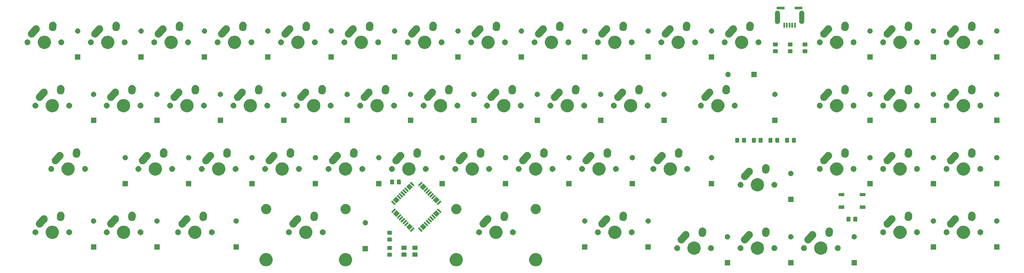
<source format=gbr>
G04 #@! TF.GenerationSoftware,KiCad,Pcbnew,(5.0.0-3-g5ebb6b6)*
G04 #@! TF.CreationDate,2019-05-05T10:35:57-03:00*
G04 #@! TF.ProjectId,elongate,656C6F6E676174652E6B696361645F70,rev?*
G04 #@! TF.SameCoordinates,Original*
G04 #@! TF.FileFunction,Soldermask,Bot*
G04 #@! TF.FilePolarity,Negative*
%FSLAX46Y46*%
G04 Gerber Fmt 4.6, Leading zero omitted, Abs format (unit mm)*
G04 Created by KiCad (PCBNEW (5.0.0-3-g5ebb6b6)) date 2019 May 05, Sunday 10:35:57*
%MOMM*%
%LPD*%
G01*
G04 APERTURE LIST*
%ADD10C,0.100000*%
G04 APERTURE END LIST*
D10*
G36*
X157775849Y-73012724D02*
X158138716Y-73163028D01*
X158465287Y-73381236D01*
X158743014Y-73658963D01*
X158961222Y-73985534D01*
X159111526Y-74348401D01*
X159188150Y-74733618D01*
X159188150Y-75126382D01*
X159111526Y-75511599D01*
X158961222Y-75874466D01*
X158743014Y-76201037D01*
X158465287Y-76478764D01*
X158138716Y-76696972D01*
X157775849Y-76847276D01*
X157390632Y-76923900D01*
X156997868Y-76923900D01*
X156612651Y-76847276D01*
X156249784Y-76696972D01*
X155923213Y-76478764D01*
X155645486Y-76201037D01*
X155427278Y-75874466D01*
X155276974Y-75511599D01*
X155200350Y-75126382D01*
X155200350Y-74733618D01*
X155276974Y-74348401D01*
X155427278Y-73985534D01*
X155645486Y-73658963D01*
X155923213Y-73381236D01*
X156249784Y-73163028D01*
X156612651Y-73012724D01*
X156997868Y-72936100D01*
X157390632Y-72936100D01*
X157775849Y-73012724D01*
X157775849Y-73012724D01*
G37*
G36*
X133899849Y-73012724D02*
X134262716Y-73163028D01*
X134589287Y-73381236D01*
X134867014Y-73658963D01*
X135085222Y-73985534D01*
X135235526Y-74348401D01*
X135312150Y-74733618D01*
X135312150Y-75126382D01*
X135235526Y-75511599D01*
X135085222Y-75874466D01*
X134867014Y-76201037D01*
X134589287Y-76478764D01*
X134262716Y-76696972D01*
X133899849Y-76847276D01*
X133514632Y-76923900D01*
X133121868Y-76923900D01*
X132736651Y-76847276D01*
X132373784Y-76696972D01*
X132047213Y-76478764D01*
X131769486Y-76201037D01*
X131551278Y-75874466D01*
X131400974Y-75511599D01*
X131324350Y-75126382D01*
X131324350Y-74733618D01*
X131400974Y-74348401D01*
X131551278Y-73985534D01*
X131769486Y-73658963D01*
X132047213Y-73381236D01*
X132373784Y-73163028D01*
X132736651Y-73012724D01*
X133121868Y-72936100D01*
X133514632Y-72936100D01*
X133899849Y-73012724D01*
X133899849Y-73012724D01*
G37*
G36*
X100625849Y-73012724D02*
X100988716Y-73163028D01*
X101315287Y-73381236D01*
X101593014Y-73658963D01*
X101811222Y-73985534D01*
X101961526Y-74348401D01*
X102038150Y-74733618D01*
X102038150Y-75126382D01*
X101961526Y-75511599D01*
X101811222Y-75874466D01*
X101593014Y-76201037D01*
X101315287Y-76478764D01*
X100988716Y-76696972D01*
X100625849Y-76847276D01*
X100240632Y-76923900D01*
X99847868Y-76923900D01*
X99462651Y-76847276D01*
X99099784Y-76696972D01*
X98773213Y-76478764D01*
X98495486Y-76201037D01*
X98277278Y-75874466D01*
X98126974Y-75511599D01*
X98050350Y-75126382D01*
X98050350Y-74733618D01*
X98126974Y-74348401D01*
X98277278Y-73985534D01*
X98495486Y-73658963D01*
X98773213Y-73381236D01*
X99099784Y-73163028D01*
X99462651Y-73012724D01*
X99847868Y-72936100D01*
X100240632Y-72936100D01*
X100625849Y-73012724D01*
X100625849Y-73012724D01*
G37*
G36*
X76749849Y-73012724D02*
X77112716Y-73163028D01*
X77439287Y-73381236D01*
X77717014Y-73658963D01*
X77935222Y-73985534D01*
X78085526Y-74348401D01*
X78162150Y-74733618D01*
X78162150Y-75126382D01*
X78085526Y-75511599D01*
X77935222Y-75874466D01*
X77717014Y-76201037D01*
X77439287Y-76478764D01*
X77112716Y-76696972D01*
X76749849Y-76847276D01*
X76364632Y-76923900D01*
X75971868Y-76923900D01*
X75586651Y-76847276D01*
X75223784Y-76696972D01*
X74897213Y-76478764D01*
X74619486Y-76201037D01*
X74401278Y-75874466D01*
X74250974Y-75511599D01*
X74174350Y-75126382D01*
X74174350Y-74733618D01*
X74250974Y-74348401D01*
X74401278Y-73985534D01*
X74619486Y-73658963D01*
X74897213Y-73381236D01*
X75223784Y-73163028D01*
X75586651Y-73012724D01*
X75971868Y-72936100D01*
X76364632Y-72936100D01*
X76749849Y-73012724D01*
X76749849Y-73012724D01*
G37*
G36*
X253712500Y-76637500D02*
X252112500Y-76637500D01*
X252112500Y-75037500D01*
X253712500Y-75037500D01*
X253712500Y-76637500D01*
X253712500Y-76637500D01*
G37*
G36*
X234662500Y-76637500D02*
X233062500Y-76637500D01*
X233062500Y-75037500D01*
X234662500Y-75037500D01*
X234662500Y-76637500D01*
X234662500Y-76637500D01*
G37*
G36*
X215612500Y-76637500D02*
X214012500Y-76637500D01*
X214012500Y-75037500D01*
X215612500Y-75037500D01*
X215612500Y-76637500D01*
X215612500Y-76637500D01*
G37*
G36*
X118402000Y-74024000D02*
X116802000Y-74024000D01*
X116802000Y-72724000D01*
X118402000Y-72724000D01*
X118402000Y-74024000D01*
X118402000Y-74024000D01*
G37*
G36*
X121702000Y-74024000D02*
X120102000Y-74024000D01*
X120102000Y-72724000D01*
X121702000Y-72724000D01*
X121702000Y-74024000D01*
X121702000Y-74024000D01*
G37*
G36*
X113839522Y-72853039D02*
X113873053Y-72863211D01*
X113903960Y-72879731D01*
X113931043Y-72901957D01*
X113953269Y-72929040D01*
X113969789Y-72959947D01*
X113979961Y-72993478D01*
X113984000Y-73034487D01*
X113984000Y-73813513D01*
X113979961Y-73854522D01*
X113969789Y-73888053D01*
X113953269Y-73918960D01*
X113931043Y-73946043D01*
X113903960Y-73968269D01*
X113873053Y-73984789D01*
X113839522Y-73994961D01*
X113798513Y-73999000D01*
X112769487Y-73999000D01*
X112728478Y-73994961D01*
X112694947Y-73984789D01*
X112664040Y-73968269D01*
X112636957Y-73946043D01*
X112614731Y-73918960D01*
X112598211Y-73888053D01*
X112588039Y-73854522D01*
X112584000Y-73813513D01*
X112584000Y-73034487D01*
X112588039Y-72993478D01*
X112598211Y-72959947D01*
X112614731Y-72929040D01*
X112636957Y-72901957D01*
X112664040Y-72879731D01*
X112694947Y-72863211D01*
X112728478Y-72853039D01*
X112769487Y-72849000D01*
X113798513Y-72849000D01*
X113839522Y-72853039D01*
X113839522Y-72853039D01*
G37*
G36*
X205369099Y-69520224D02*
X205731966Y-69670528D01*
X206058537Y-69888736D01*
X206336264Y-70166463D01*
X206554472Y-70493034D01*
X206704776Y-70855901D01*
X206781400Y-71241118D01*
X206781400Y-71633882D01*
X206704776Y-72019099D01*
X206554472Y-72381966D01*
X206336264Y-72708537D01*
X206058537Y-72986264D01*
X205731966Y-73204472D01*
X205369099Y-73354776D01*
X204983882Y-73431400D01*
X204591118Y-73431400D01*
X204205901Y-73354776D01*
X203843034Y-73204472D01*
X203516463Y-72986264D01*
X203238736Y-72708537D01*
X203020528Y-72381966D01*
X202870224Y-72019099D01*
X202793600Y-71633882D01*
X202793600Y-71241118D01*
X202870224Y-70855901D01*
X203020528Y-70493034D01*
X203238736Y-70166463D01*
X203516463Y-69888736D01*
X203843034Y-69670528D01*
X204205901Y-69520224D01*
X204591118Y-69443600D01*
X204983882Y-69443600D01*
X205369099Y-69520224D01*
X205369099Y-69520224D01*
G37*
G36*
X243469099Y-69520224D02*
X243831966Y-69670528D01*
X244158537Y-69888736D01*
X244436264Y-70166463D01*
X244654472Y-70493034D01*
X244804776Y-70855901D01*
X244881400Y-71241118D01*
X244881400Y-71633882D01*
X244804776Y-72019099D01*
X244654472Y-72381966D01*
X244436264Y-72708537D01*
X244158537Y-72986264D01*
X243831966Y-73204472D01*
X243469099Y-73354776D01*
X243083882Y-73431400D01*
X242691118Y-73431400D01*
X242305901Y-73354776D01*
X241943034Y-73204472D01*
X241616463Y-72986264D01*
X241338736Y-72708537D01*
X241120528Y-72381966D01*
X240970224Y-72019099D01*
X240893600Y-71633882D01*
X240893600Y-71241118D01*
X240970224Y-70855901D01*
X241120528Y-70493034D01*
X241338736Y-70166463D01*
X241616463Y-69888736D01*
X241943034Y-69670528D01*
X242305901Y-69520224D01*
X242691118Y-69443600D01*
X243083882Y-69443600D01*
X243469099Y-69520224D01*
X243469099Y-69520224D01*
G37*
G36*
X224419099Y-69520224D02*
X224781966Y-69670528D01*
X225108537Y-69888736D01*
X225386264Y-70166463D01*
X225604472Y-70493034D01*
X225754776Y-70855901D01*
X225831400Y-71241118D01*
X225831400Y-71633882D01*
X225754776Y-72019099D01*
X225604472Y-72381966D01*
X225386264Y-72708537D01*
X225108537Y-72986264D01*
X224781966Y-73204472D01*
X224419099Y-73354776D01*
X224033882Y-73431400D01*
X223641118Y-73431400D01*
X223255901Y-73354776D01*
X222893034Y-73204472D01*
X222566463Y-72986264D01*
X222288736Y-72708537D01*
X222070528Y-72381966D01*
X221920224Y-72019099D01*
X221843600Y-71633882D01*
X221843600Y-71241118D01*
X221920224Y-70855901D01*
X222070528Y-70493034D01*
X222288736Y-70166463D01*
X222566463Y-69888736D01*
X222893034Y-69670528D01*
X223255901Y-69520224D01*
X223641118Y-69443600D01*
X224033882Y-69443600D01*
X224419099Y-69520224D01*
X224419099Y-69520224D01*
G37*
G36*
X106800000Y-72400000D02*
X105200000Y-72400000D01*
X105200000Y-70800000D01*
X106800000Y-70800000D01*
X106800000Y-72400000D01*
X106800000Y-72400000D01*
G37*
G36*
X238062728Y-70596125D02*
X238221967Y-70662084D01*
X238365283Y-70757845D01*
X238487155Y-70879717D01*
X238582916Y-71023033D01*
X238648875Y-71182272D01*
X238682500Y-71351319D01*
X238682500Y-71523681D01*
X238648875Y-71692728D01*
X238582916Y-71851967D01*
X238487155Y-71995283D01*
X238365283Y-72117155D01*
X238221967Y-72212916D01*
X238062728Y-72278875D01*
X237893681Y-72312500D01*
X237721319Y-72312500D01*
X237552272Y-72278875D01*
X237393033Y-72212916D01*
X237249717Y-72117155D01*
X237127845Y-71995283D01*
X237032084Y-71851967D01*
X236966125Y-71692728D01*
X236932500Y-71523681D01*
X236932500Y-71351319D01*
X236966125Y-71182272D01*
X237032084Y-71023033D01*
X237127845Y-70879717D01*
X237249717Y-70757845D01*
X237393033Y-70662084D01*
X237552272Y-70596125D01*
X237721319Y-70562500D01*
X237893681Y-70562500D01*
X238062728Y-70596125D01*
X238062728Y-70596125D01*
G37*
G36*
X210122728Y-70596125D02*
X210281967Y-70662084D01*
X210425283Y-70757845D01*
X210547155Y-70879717D01*
X210642916Y-71023033D01*
X210708875Y-71182272D01*
X210742500Y-71351319D01*
X210742500Y-71523681D01*
X210708875Y-71692728D01*
X210642916Y-71851967D01*
X210547155Y-71995283D01*
X210425283Y-72117155D01*
X210281967Y-72212916D01*
X210122728Y-72278875D01*
X209953681Y-72312500D01*
X209781319Y-72312500D01*
X209612272Y-72278875D01*
X209453033Y-72212916D01*
X209309717Y-72117155D01*
X209187845Y-71995283D01*
X209092084Y-71851967D01*
X209026125Y-71692728D01*
X208992500Y-71523681D01*
X208992500Y-71351319D01*
X209026125Y-71182272D01*
X209092084Y-71023033D01*
X209187845Y-70879717D01*
X209309717Y-70757845D01*
X209453033Y-70662084D01*
X209612272Y-70596125D01*
X209781319Y-70562500D01*
X209953681Y-70562500D01*
X210122728Y-70596125D01*
X210122728Y-70596125D01*
G37*
G36*
X229172728Y-70596125D02*
X229331967Y-70662084D01*
X229475283Y-70757845D01*
X229597155Y-70879717D01*
X229692916Y-71023033D01*
X229758875Y-71182272D01*
X229792500Y-71351319D01*
X229792500Y-71523681D01*
X229758875Y-71692728D01*
X229692916Y-71851967D01*
X229597155Y-71995283D01*
X229475283Y-72117155D01*
X229331967Y-72212916D01*
X229172728Y-72278875D01*
X229003681Y-72312500D01*
X228831319Y-72312500D01*
X228662272Y-72278875D01*
X228503033Y-72212916D01*
X228359717Y-72117155D01*
X228237845Y-71995283D01*
X228142084Y-71851967D01*
X228076125Y-71692728D01*
X228042500Y-71523681D01*
X228042500Y-71351319D01*
X228076125Y-71182272D01*
X228142084Y-71023033D01*
X228237845Y-70879717D01*
X228359717Y-70757845D01*
X228503033Y-70662084D01*
X228662272Y-70596125D01*
X228831319Y-70562500D01*
X229003681Y-70562500D01*
X229172728Y-70596125D01*
X229172728Y-70596125D01*
G37*
G36*
X219012728Y-70596125D02*
X219171967Y-70662084D01*
X219315283Y-70757845D01*
X219437155Y-70879717D01*
X219532916Y-71023033D01*
X219598875Y-71182272D01*
X219632500Y-71351319D01*
X219632500Y-71523681D01*
X219598875Y-71692728D01*
X219532916Y-71851967D01*
X219437155Y-71995283D01*
X219315283Y-72117155D01*
X219171967Y-72212916D01*
X219012728Y-72278875D01*
X218843681Y-72312500D01*
X218671319Y-72312500D01*
X218502272Y-72278875D01*
X218343033Y-72212916D01*
X218199717Y-72117155D01*
X218077845Y-71995283D01*
X217982084Y-71851967D01*
X217916125Y-71692728D01*
X217882500Y-71523681D01*
X217882500Y-71351319D01*
X217916125Y-71182272D01*
X217982084Y-71023033D01*
X218077845Y-70879717D01*
X218199717Y-70757845D01*
X218343033Y-70662084D01*
X218502272Y-70596125D01*
X218671319Y-70562500D01*
X218843681Y-70562500D01*
X219012728Y-70596125D01*
X219012728Y-70596125D01*
G37*
G36*
X199962728Y-70596125D02*
X200121967Y-70662084D01*
X200265283Y-70757845D01*
X200387155Y-70879717D01*
X200482916Y-71023033D01*
X200548875Y-71182272D01*
X200582500Y-71351319D01*
X200582500Y-71523681D01*
X200548875Y-71692728D01*
X200482916Y-71851967D01*
X200387155Y-71995283D01*
X200265283Y-72117155D01*
X200121967Y-72212916D01*
X199962728Y-72278875D01*
X199793681Y-72312500D01*
X199621319Y-72312500D01*
X199452272Y-72278875D01*
X199293033Y-72212916D01*
X199149717Y-72117155D01*
X199027845Y-71995283D01*
X198932084Y-71851967D01*
X198866125Y-71692728D01*
X198832500Y-71523681D01*
X198832500Y-71351319D01*
X198866125Y-71182272D01*
X198932084Y-71023033D01*
X199027845Y-70879717D01*
X199149717Y-70757845D01*
X199293033Y-70662084D01*
X199452272Y-70596125D01*
X199621319Y-70562500D01*
X199793681Y-70562500D01*
X199962728Y-70596125D01*
X199962728Y-70596125D01*
G37*
G36*
X248222728Y-70596125D02*
X248381967Y-70662084D01*
X248525283Y-70757845D01*
X248647155Y-70879717D01*
X248742916Y-71023033D01*
X248808875Y-71182272D01*
X248842500Y-71351319D01*
X248842500Y-71523681D01*
X248808875Y-71692728D01*
X248742916Y-71851967D01*
X248647155Y-71995283D01*
X248525283Y-72117155D01*
X248381967Y-72212916D01*
X248222728Y-72278875D01*
X248053681Y-72312500D01*
X247881319Y-72312500D01*
X247712272Y-72278875D01*
X247553033Y-72212916D01*
X247409717Y-72117155D01*
X247287845Y-71995283D01*
X247192084Y-71851967D01*
X247126125Y-71692728D01*
X247092500Y-71523681D01*
X247092500Y-71351319D01*
X247126125Y-71182272D01*
X247192084Y-71023033D01*
X247287845Y-70879717D01*
X247409717Y-70757845D01*
X247553033Y-70662084D01*
X247712272Y-70596125D01*
X247881319Y-70562500D01*
X248053681Y-70562500D01*
X248222728Y-70596125D01*
X248222728Y-70596125D01*
G37*
G36*
X121702000Y-72024000D02*
X120102000Y-72024000D01*
X120102000Y-70724000D01*
X121702000Y-70724000D01*
X121702000Y-72024000D01*
X121702000Y-72024000D01*
G37*
G36*
X118402000Y-72024000D02*
X116802000Y-72024000D01*
X116802000Y-70724000D01*
X118402000Y-70724000D01*
X118402000Y-72024000D01*
X118402000Y-72024000D01*
G37*
G36*
X113839522Y-70803039D02*
X113873053Y-70813211D01*
X113903960Y-70829731D01*
X113931043Y-70851957D01*
X113953269Y-70879040D01*
X113969789Y-70909947D01*
X113979961Y-70943478D01*
X113984000Y-70984487D01*
X113984000Y-71763513D01*
X113979961Y-71804522D01*
X113969789Y-71838053D01*
X113953269Y-71868960D01*
X113931043Y-71896043D01*
X113903960Y-71918269D01*
X113873053Y-71934789D01*
X113839522Y-71944961D01*
X113798513Y-71949000D01*
X112769487Y-71949000D01*
X112728478Y-71944961D01*
X112694947Y-71934789D01*
X112664040Y-71918269D01*
X112636957Y-71896043D01*
X112614731Y-71868960D01*
X112598211Y-71838053D01*
X112588039Y-71804522D01*
X112584000Y-71763513D01*
X112584000Y-70984487D01*
X112588039Y-70943478D01*
X112598211Y-70909947D01*
X112614731Y-70879040D01*
X112636957Y-70851957D01*
X112664040Y-70829731D01*
X112694947Y-70813211D01*
X112728478Y-70803039D01*
X112769487Y-70799000D01*
X113798513Y-70799000D01*
X113839522Y-70803039D01*
X113839522Y-70803039D01*
G37*
G36*
X44162500Y-71875000D02*
X42562500Y-71875000D01*
X42562500Y-70275000D01*
X44162500Y-70275000D01*
X44162500Y-71875000D01*
X44162500Y-71875000D01*
G37*
G36*
X191800000Y-71875000D02*
X190200000Y-71875000D01*
X190200000Y-70275000D01*
X191800000Y-70275000D01*
X191800000Y-71875000D01*
X191800000Y-71875000D01*
G37*
G36*
X277525000Y-71875000D02*
X275925000Y-71875000D01*
X275925000Y-70275000D01*
X277525000Y-70275000D01*
X277525000Y-71875000D01*
X277525000Y-71875000D01*
G37*
G36*
X25112500Y-71875000D02*
X23512500Y-71875000D01*
X23512500Y-70275000D01*
X25112500Y-70275000D01*
X25112500Y-71875000D01*
X25112500Y-71875000D01*
G37*
G36*
X296575000Y-71875000D02*
X294975000Y-71875000D01*
X294975000Y-70275000D01*
X296575000Y-70275000D01*
X296575000Y-71875000D01*
X296575000Y-71875000D01*
G37*
G36*
X172750000Y-71875000D02*
X171150000Y-71875000D01*
X171150000Y-70275000D01*
X172750000Y-70275000D01*
X172750000Y-71875000D01*
X172750000Y-71875000D01*
G37*
G36*
X67975000Y-71875000D02*
X66375000Y-71875000D01*
X66375000Y-70275000D01*
X67975000Y-70275000D01*
X67975000Y-71875000D01*
X67975000Y-71875000D01*
G37*
G36*
X221359540Y-66312379D02*
X221365042Y-66312500D01*
X221448303Y-66312500D01*
X221463458Y-66315514D01*
X221482334Y-66317795D01*
X221495705Y-66318385D01*
X221497767Y-66318476D01*
X221529631Y-66326288D01*
X221578627Y-66338300D01*
X221584006Y-66339493D01*
X221665650Y-66355733D01*
X221679920Y-66361644D01*
X221697990Y-66367564D01*
X221712999Y-66371244D01*
X221788448Y-66406467D01*
X221793475Y-66408680D01*
X221870387Y-66440538D01*
X221883237Y-66449124D01*
X221899790Y-66458447D01*
X221913800Y-66464987D01*
X221913802Y-66464988D01*
X221980935Y-66514258D01*
X221985447Y-66517419D01*
X222054647Y-66563657D01*
X222065563Y-66574573D01*
X222079993Y-66586958D01*
X222092454Y-66596103D01*
X222148692Y-66657531D01*
X222152501Y-66661511D01*
X222211342Y-66720352D01*
X222219923Y-66733194D01*
X222231658Y-66748152D01*
X222242094Y-66759551D01*
X222285271Y-66830776D01*
X222288221Y-66835409D01*
X222334462Y-66904613D01*
X222340374Y-66918886D01*
X222348961Y-66935839D01*
X222356978Y-66949063D01*
X222385431Y-67027345D01*
X222387426Y-67032479D01*
X222411032Y-67089468D01*
X222419267Y-67109351D01*
X222422278Y-67124488D01*
X222427396Y-67142804D01*
X222432676Y-67157331D01*
X222432676Y-67157334D01*
X222444979Y-67237500D01*
X222445309Y-67239654D01*
X222446261Y-67245056D01*
X222456637Y-67297222D01*
X222462500Y-67326698D01*
X222462500Y-67342137D01*
X222463946Y-67361092D01*
X222466291Y-67376375D01*
X222463444Y-67440933D01*
X222462621Y-67459578D01*
X222462500Y-67465086D01*
X222462500Y-67548301D01*
X222459488Y-67563444D01*
X222457208Y-67582320D01*
X222456526Y-67597769D01*
X222436693Y-67678665D01*
X222435503Y-67684025D01*
X222419267Y-67765650D01*
X222413359Y-67779913D01*
X222407440Y-67797981D01*
X222403759Y-67812997D01*
X222368523Y-67888473D01*
X222366311Y-67893496D01*
X222334462Y-67970387D01*
X222325879Y-67983232D01*
X222316559Y-67999781D01*
X222310015Y-68013799D01*
X222260720Y-68080966D01*
X222257583Y-68085444D01*
X222236970Y-68116293D01*
X222211342Y-68154648D01*
X222156943Y-68209047D01*
X222152293Y-68213955D01*
X221682773Y-68737235D01*
X220827937Y-69689951D01*
X220705445Y-69802094D01*
X220515939Y-69916974D01*
X220307669Y-69992674D01*
X220088625Y-70026289D01*
X220088624Y-70026289D01*
X219867235Y-70016524D01*
X219769955Y-69992674D01*
X219652002Y-69963756D01*
X219451201Y-69870012D01*
X219272548Y-69738897D01*
X219122906Y-69575445D01*
X219008026Y-69385939D01*
X218932326Y-69177669D01*
X218898711Y-68958625D01*
X218905410Y-68806757D01*
X218908476Y-68737235D01*
X218944015Y-68592276D01*
X218961244Y-68522002D01*
X219054988Y-68321201D01*
X219153248Y-68187316D01*
X219248687Y-68080949D01*
X220440682Y-66752467D01*
X220451567Y-66738448D01*
X220463656Y-66720355D01*
X220463657Y-66720354D01*
X220463659Y-66720351D01*
X220518105Y-66665905D01*
X220522745Y-66661007D01*
X220537064Y-66645049D01*
X220557499Y-66626340D01*
X220561467Y-66622543D01*
X220620352Y-66563658D01*
X220633205Y-66555070D01*
X220648168Y-66543332D01*
X220659556Y-66532906D01*
X220730734Y-66489757D01*
X220735369Y-66486806D01*
X220804613Y-66440538D01*
X220818892Y-66434623D01*
X220835850Y-66426034D01*
X220849059Y-66418027D01*
X220927295Y-66389591D01*
X220932390Y-66387611D01*
X221009350Y-66355733D01*
X221024509Y-66352718D01*
X221042819Y-66347601D01*
X221057333Y-66342326D01*
X221139605Y-66329700D01*
X221145030Y-66328744D01*
X221226696Y-66312500D01*
X221242151Y-66312500D01*
X221261108Y-66311054D01*
X221270151Y-66309666D01*
X221276376Y-66308711D01*
X221276377Y-66308711D01*
X221359540Y-66312379D01*
X221359540Y-66312379D01*
G37*
G36*
X202309540Y-66312379D02*
X202315042Y-66312500D01*
X202398303Y-66312500D01*
X202413458Y-66315514D01*
X202432334Y-66317795D01*
X202445705Y-66318385D01*
X202447767Y-66318476D01*
X202479631Y-66326288D01*
X202528627Y-66338300D01*
X202534006Y-66339493D01*
X202615650Y-66355733D01*
X202629920Y-66361644D01*
X202647990Y-66367564D01*
X202662999Y-66371244D01*
X202738448Y-66406467D01*
X202743475Y-66408680D01*
X202820387Y-66440538D01*
X202833237Y-66449124D01*
X202849790Y-66458447D01*
X202863800Y-66464987D01*
X202863802Y-66464988D01*
X202930935Y-66514258D01*
X202935447Y-66517419D01*
X203004647Y-66563657D01*
X203015563Y-66574573D01*
X203029993Y-66586958D01*
X203042454Y-66596103D01*
X203098692Y-66657531D01*
X203102501Y-66661511D01*
X203161342Y-66720352D01*
X203169923Y-66733194D01*
X203181658Y-66748152D01*
X203192094Y-66759551D01*
X203235271Y-66830776D01*
X203238221Y-66835409D01*
X203284462Y-66904613D01*
X203290374Y-66918886D01*
X203298961Y-66935839D01*
X203306978Y-66949063D01*
X203335431Y-67027345D01*
X203337426Y-67032479D01*
X203361032Y-67089468D01*
X203369267Y-67109351D01*
X203372278Y-67124488D01*
X203377396Y-67142804D01*
X203382676Y-67157331D01*
X203382676Y-67157334D01*
X203394979Y-67237500D01*
X203395309Y-67239654D01*
X203396261Y-67245056D01*
X203406637Y-67297222D01*
X203412500Y-67326698D01*
X203412500Y-67342137D01*
X203413946Y-67361092D01*
X203416291Y-67376375D01*
X203413444Y-67440933D01*
X203412621Y-67459578D01*
X203412500Y-67465086D01*
X203412500Y-67548301D01*
X203409488Y-67563444D01*
X203407208Y-67582320D01*
X203406526Y-67597769D01*
X203386693Y-67678665D01*
X203385503Y-67684025D01*
X203369267Y-67765650D01*
X203363359Y-67779913D01*
X203357440Y-67797981D01*
X203353759Y-67812997D01*
X203318523Y-67888473D01*
X203316311Y-67893496D01*
X203284462Y-67970387D01*
X203275879Y-67983232D01*
X203266559Y-67999781D01*
X203260015Y-68013799D01*
X203210720Y-68080966D01*
X203207583Y-68085444D01*
X203186970Y-68116293D01*
X203161342Y-68154648D01*
X203106943Y-68209047D01*
X203102293Y-68213955D01*
X202632773Y-68737235D01*
X201777937Y-69689951D01*
X201655445Y-69802094D01*
X201465939Y-69916974D01*
X201257669Y-69992674D01*
X201038625Y-70026289D01*
X201038624Y-70026289D01*
X200817235Y-70016524D01*
X200719955Y-69992674D01*
X200602002Y-69963756D01*
X200401201Y-69870012D01*
X200222548Y-69738897D01*
X200072906Y-69575445D01*
X199958026Y-69385939D01*
X199882326Y-69177669D01*
X199848711Y-68958625D01*
X199855410Y-68806757D01*
X199858476Y-68737235D01*
X199894015Y-68592276D01*
X199911244Y-68522002D01*
X200004988Y-68321201D01*
X200103248Y-68187316D01*
X200198687Y-68080949D01*
X201390682Y-66752467D01*
X201401567Y-66738448D01*
X201413656Y-66720355D01*
X201413657Y-66720354D01*
X201413659Y-66720351D01*
X201468105Y-66665905D01*
X201472745Y-66661007D01*
X201487064Y-66645049D01*
X201507499Y-66626340D01*
X201511467Y-66622543D01*
X201570352Y-66563658D01*
X201583205Y-66555070D01*
X201598168Y-66543332D01*
X201609556Y-66532906D01*
X201680734Y-66489757D01*
X201685369Y-66486806D01*
X201754613Y-66440538D01*
X201768892Y-66434623D01*
X201785850Y-66426034D01*
X201799059Y-66418027D01*
X201877295Y-66389591D01*
X201882390Y-66387611D01*
X201959350Y-66355733D01*
X201974509Y-66352718D01*
X201992819Y-66347601D01*
X202007333Y-66342326D01*
X202089605Y-66329700D01*
X202095030Y-66328744D01*
X202176696Y-66312500D01*
X202192151Y-66312500D01*
X202211108Y-66311054D01*
X202220151Y-66309666D01*
X202226376Y-66308711D01*
X202226377Y-66308711D01*
X202309540Y-66312379D01*
X202309540Y-66312379D01*
G37*
G36*
X240409540Y-66312379D02*
X240415042Y-66312500D01*
X240498303Y-66312500D01*
X240513458Y-66315514D01*
X240532334Y-66317795D01*
X240545705Y-66318385D01*
X240547767Y-66318476D01*
X240579631Y-66326288D01*
X240628627Y-66338300D01*
X240634006Y-66339493D01*
X240715650Y-66355733D01*
X240729920Y-66361644D01*
X240747990Y-66367564D01*
X240762999Y-66371244D01*
X240838448Y-66406467D01*
X240843475Y-66408680D01*
X240920387Y-66440538D01*
X240933237Y-66449124D01*
X240949790Y-66458447D01*
X240963800Y-66464987D01*
X240963802Y-66464988D01*
X241030935Y-66514258D01*
X241035447Y-66517419D01*
X241104647Y-66563657D01*
X241115563Y-66574573D01*
X241129993Y-66586958D01*
X241142454Y-66596103D01*
X241198692Y-66657531D01*
X241202501Y-66661511D01*
X241261342Y-66720352D01*
X241269923Y-66733194D01*
X241281658Y-66748152D01*
X241292094Y-66759551D01*
X241335271Y-66830776D01*
X241338221Y-66835409D01*
X241384462Y-66904613D01*
X241390374Y-66918886D01*
X241398961Y-66935839D01*
X241406978Y-66949063D01*
X241435431Y-67027345D01*
X241437426Y-67032479D01*
X241461032Y-67089468D01*
X241469267Y-67109351D01*
X241472278Y-67124488D01*
X241477396Y-67142804D01*
X241482676Y-67157331D01*
X241482676Y-67157334D01*
X241494979Y-67237500D01*
X241495309Y-67239654D01*
X241496261Y-67245056D01*
X241506637Y-67297222D01*
X241512500Y-67326698D01*
X241512500Y-67342137D01*
X241513946Y-67361092D01*
X241516291Y-67376375D01*
X241513444Y-67440933D01*
X241512621Y-67459578D01*
X241512500Y-67465086D01*
X241512500Y-67548301D01*
X241509488Y-67563444D01*
X241507208Y-67582320D01*
X241506526Y-67597769D01*
X241486693Y-67678665D01*
X241485503Y-67684025D01*
X241469267Y-67765650D01*
X241463359Y-67779913D01*
X241457440Y-67797981D01*
X241453759Y-67812997D01*
X241418523Y-67888473D01*
X241416311Y-67893496D01*
X241384462Y-67970387D01*
X241375879Y-67983232D01*
X241366559Y-67999781D01*
X241360015Y-68013799D01*
X241310720Y-68080966D01*
X241307583Y-68085444D01*
X241286970Y-68116293D01*
X241261342Y-68154648D01*
X241206943Y-68209047D01*
X241202293Y-68213955D01*
X240732773Y-68737235D01*
X239877937Y-69689951D01*
X239755445Y-69802094D01*
X239565939Y-69916974D01*
X239357669Y-69992674D01*
X239138625Y-70026289D01*
X239138624Y-70026289D01*
X238917235Y-70016524D01*
X238819955Y-69992674D01*
X238702002Y-69963756D01*
X238501201Y-69870012D01*
X238322548Y-69738897D01*
X238172906Y-69575445D01*
X238058026Y-69385939D01*
X237982326Y-69177669D01*
X237948711Y-68958625D01*
X237955410Y-68806757D01*
X237958476Y-68737235D01*
X237994015Y-68592276D01*
X238011244Y-68522002D01*
X238104988Y-68321201D01*
X238203248Y-68187316D01*
X238298687Y-68080949D01*
X239490682Y-66752467D01*
X239501567Y-66738448D01*
X239513656Y-66720355D01*
X239513657Y-66720354D01*
X239513659Y-66720351D01*
X239568105Y-66665905D01*
X239572745Y-66661007D01*
X239587064Y-66645049D01*
X239607499Y-66626340D01*
X239611467Y-66622543D01*
X239670352Y-66563658D01*
X239683205Y-66555070D01*
X239698168Y-66543332D01*
X239709556Y-66532906D01*
X239780734Y-66489757D01*
X239785369Y-66486806D01*
X239854613Y-66440538D01*
X239868892Y-66434623D01*
X239885850Y-66426034D01*
X239899059Y-66418027D01*
X239977295Y-66389591D01*
X239982390Y-66387611D01*
X240059350Y-66355733D01*
X240074509Y-66352718D01*
X240092819Y-66347601D01*
X240107333Y-66342326D01*
X240189605Y-66329700D01*
X240195030Y-66328744D01*
X240276696Y-66312500D01*
X240292151Y-66312500D01*
X240311108Y-66311054D01*
X240320151Y-66309666D01*
X240326376Y-66308711D01*
X240326377Y-66308711D01*
X240409540Y-66312379D01*
X240409540Y-66312379D01*
G37*
G36*
X113839522Y-68281039D02*
X113873053Y-68291211D01*
X113903960Y-68307731D01*
X113931043Y-68329957D01*
X113953269Y-68357040D01*
X113969789Y-68387947D01*
X113979961Y-68421478D01*
X113984000Y-68462487D01*
X113984000Y-69241513D01*
X113979961Y-69282522D01*
X113969789Y-69316053D01*
X113953269Y-69346960D01*
X113931043Y-69374043D01*
X113903960Y-69396269D01*
X113873053Y-69412789D01*
X113839522Y-69422961D01*
X113798513Y-69427000D01*
X112769487Y-69427000D01*
X112728478Y-69422961D01*
X112694947Y-69412789D01*
X112664040Y-69396269D01*
X112636957Y-69374043D01*
X112614731Y-69346960D01*
X112598211Y-69316053D01*
X112588039Y-69282522D01*
X112584000Y-69241513D01*
X112584000Y-68462487D01*
X112588039Y-68421478D01*
X112598211Y-68387947D01*
X112614731Y-68357040D01*
X112636957Y-68329957D01*
X112664040Y-68307731D01*
X112694947Y-68291211D01*
X112728478Y-68281039D01*
X112769487Y-68277000D01*
X113798513Y-68277000D01*
X113839522Y-68281039D01*
X113839522Y-68281039D01*
G37*
G36*
X215045852Y-67268243D02*
X215191441Y-67328548D01*
X215322473Y-67416101D01*
X215433899Y-67527527D01*
X215521452Y-67658559D01*
X215581757Y-67804148D01*
X215612500Y-67958705D01*
X215612500Y-68116295D01*
X215581757Y-68270852D01*
X215521452Y-68416441D01*
X215433899Y-68547473D01*
X215322473Y-68658899D01*
X215191441Y-68746452D01*
X215045852Y-68806757D01*
X214891295Y-68837500D01*
X214733705Y-68837500D01*
X214579148Y-68806757D01*
X214433559Y-68746452D01*
X214302527Y-68658899D01*
X214191101Y-68547473D01*
X214103548Y-68416441D01*
X214043243Y-68270852D01*
X214012500Y-68116295D01*
X214012500Y-67958705D01*
X214043243Y-67804148D01*
X214103548Y-67658559D01*
X214191101Y-67527527D01*
X214302527Y-67416101D01*
X214433559Y-67328548D01*
X214579148Y-67268243D01*
X214733705Y-67237500D01*
X214891295Y-67237500D01*
X215045852Y-67268243D01*
X215045852Y-67268243D01*
G37*
G36*
X234095852Y-67268243D02*
X234241441Y-67328548D01*
X234372473Y-67416101D01*
X234483899Y-67527527D01*
X234571452Y-67658559D01*
X234631757Y-67804148D01*
X234662500Y-67958705D01*
X234662500Y-68116295D01*
X234631757Y-68270852D01*
X234571452Y-68416441D01*
X234483899Y-68547473D01*
X234372473Y-68658899D01*
X234241441Y-68746452D01*
X234095852Y-68806757D01*
X233941295Y-68837500D01*
X233783705Y-68837500D01*
X233629148Y-68806757D01*
X233483559Y-68746452D01*
X233352527Y-68658899D01*
X233241101Y-68547473D01*
X233153548Y-68416441D01*
X233093243Y-68270852D01*
X233062500Y-68116295D01*
X233062500Y-67958705D01*
X233093243Y-67804148D01*
X233153548Y-67658559D01*
X233241101Y-67527527D01*
X233352527Y-67416101D01*
X233483559Y-67328548D01*
X233629148Y-67268243D01*
X233783705Y-67237500D01*
X233941295Y-67237500D01*
X234095852Y-67268243D01*
X234095852Y-67268243D01*
G37*
G36*
X253145852Y-67268243D02*
X253291441Y-67328548D01*
X253422473Y-67416101D01*
X253533899Y-67527527D01*
X253621452Y-67658559D01*
X253681757Y-67804148D01*
X253712500Y-67958705D01*
X253712500Y-68116295D01*
X253681757Y-68270852D01*
X253621452Y-68416441D01*
X253533899Y-68547473D01*
X253422473Y-68658899D01*
X253291441Y-68746452D01*
X253145852Y-68806757D01*
X252991295Y-68837500D01*
X252833705Y-68837500D01*
X252679148Y-68806757D01*
X252533559Y-68746452D01*
X252402527Y-68658899D01*
X252291101Y-68547473D01*
X252203548Y-68416441D01*
X252143243Y-68270852D01*
X252112500Y-68116295D01*
X252112500Y-67958705D01*
X252143243Y-67804148D01*
X252203548Y-67658559D01*
X252291101Y-67527527D01*
X252402527Y-67416101D01*
X252533559Y-67328548D01*
X252679148Y-67268243D01*
X252833705Y-67237500D01*
X252991295Y-67237500D01*
X253145852Y-67268243D01*
X253145852Y-67268243D01*
G37*
G36*
X267281599Y-64757724D02*
X267644466Y-64908028D01*
X267971037Y-65126236D01*
X268248764Y-65403963D01*
X268466972Y-65730534D01*
X268617276Y-66093401D01*
X268693900Y-66478618D01*
X268693900Y-66871382D01*
X268617276Y-67256599D01*
X268466972Y-67619466D01*
X268248764Y-67946037D01*
X267971037Y-68223764D01*
X267644466Y-68441972D01*
X267281599Y-68592276D01*
X266896382Y-68668900D01*
X266503618Y-68668900D01*
X266118401Y-68592276D01*
X265755534Y-68441972D01*
X265428963Y-68223764D01*
X265151236Y-67946037D01*
X264933028Y-67619466D01*
X264782724Y-67256599D01*
X264706100Y-66871382D01*
X264706100Y-66478618D01*
X264782724Y-66093401D01*
X264933028Y-65730534D01*
X265151236Y-65403963D01*
X265428963Y-65126236D01*
X265755534Y-64908028D01*
X266118401Y-64757724D01*
X266503618Y-64681100D01*
X266896382Y-64681100D01*
X267281599Y-64757724D01*
X267281599Y-64757724D01*
G37*
G36*
X181556599Y-64757724D02*
X181919466Y-64908028D01*
X182246037Y-65126236D01*
X182523764Y-65403963D01*
X182741972Y-65730534D01*
X182892276Y-66093401D01*
X182968900Y-66478618D01*
X182968900Y-66871382D01*
X182892276Y-67256599D01*
X182741972Y-67619466D01*
X182523764Y-67946037D01*
X182246037Y-68223764D01*
X181919466Y-68441972D01*
X181556599Y-68592276D01*
X181171382Y-68668900D01*
X180778618Y-68668900D01*
X180393401Y-68592276D01*
X180030534Y-68441972D01*
X179703963Y-68223764D01*
X179426236Y-67946037D01*
X179208028Y-67619466D01*
X179057724Y-67256599D01*
X178981100Y-66871382D01*
X178981100Y-66478618D01*
X179057724Y-66093401D01*
X179208028Y-65730534D01*
X179426236Y-65403963D01*
X179703963Y-65126236D01*
X180030534Y-64908028D01*
X180393401Y-64757724D01*
X180778618Y-64681100D01*
X181171382Y-64681100D01*
X181556599Y-64757724D01*
X181556599Y-64757724D01*
G37*
G36*
X145837849Y-64757724D02*
X146200716Y-64908028D01*
X146527287Y-65126236D01*
X146805014Y-65403963D01*
X147023222Y-65730534D01*
X147173526Y-66093401D01*
X147250150Y-66478618D01*
X147250150Y-66871382D01*
X147173526Y-67256599D01*
X147023222Y-67619466D01*
X146805014Y-67946037D01*
X146527287Y-68223764D01*
X146200716Y-68441972D01*
X145837849Y-68592276D01*
X145452632Y-68668900D01*
X145059868Y-68668900D01*
X144674651Y-68592276D01*
X144311784Y-68441972D01*
X143985213Y-68223764D01*
X143707486Y-67946037D01*
X143489278Y-67619466D01*
X143338974Y-67256599D01*
X143262350Y-66871382D01*
X143262350Y-66478618D01*
X143338974Y-66093401D01*
X143489278Y-65730534D01*
X143707486Y-65403963D01*
X143985213Y-65126236D01*
X144311784Y-64908028D01*
X144674651Y-64757724D01*
X145059868Y-64681100D01*
X145452632Y-64681100D01*
X145837849Y-64757724D01*
X145837849Y-64757724D01*
G37*
G36*
X88687849Y-64757724D02*
X89050716Y-64908028D01*
X89377287Y-65126236D01*
X89655014Y-65403963D01*
X89873222Y-65730534D01*
X90023526Y-66093401D01*
X90100150Y-66478618D01*
X90100150Y-66871382D01*
X90023526Y-67256599D01*
X89873222Y-67619466D01*
X89655014Y-67946037D01*
X89377287Y-68223764D01*
X89050716Y-68441972D01*
X88687849Y-68592276D01*
X88302632Y-68668900D01*
X87909868Y-68668900D01*
X87524651Y-68592276D01*
X87161784Y-68441972D01*
X86835213Y-68223764D01*
X86557486Y-67946037D01*
X86339278Y-67619466D01*
X86188974Y-67256599D01*
X86112350Y-66871382D01*
X86112350Y-66478618D01*
X86188974Y-66093401D01*
X86339278Y-65730534D01*
X86557486Y-65403963D01*
X86835213Y-65126236D01*
X87161784Y-64908028D01*
X87524651Y-64757724D01*
X87909868Y-64681100D01*
X88302632Y-64681100D01*
X88687849Y-64757724D01*
X88687849Y-64757724D01*
G37*
G36*
X286331599Y-64757724D02*
X286694466Y-64908028D01*
X287021037Y-65126236D01*
X287298764Y-65403963D01*
X287516972Y-65730534D01*
X287667276Y-66093401D01*
X287743900Y-66478618D01*
X287743900Y-66871382D01*
X287667276Y-67256599D01*
X287516972Y-67619466D01*
X287298764Y-67946037D01*
X287021037Y-68223764D01*
X286694466Y-68441972D01*
X286331599Y-68592276D01*
X285946382Y-68668900D01*
X285553618Y-68668900D01*
X285168401Y-68592276D01*
X284805534Y-68441972D01*
X284478963Y-68223764D01*
X284201236Y-67946037D01*
X283983028Y-67619466D01*
X283832724Y-67256599D01*
X283756100Y-66871382D01*
X283756100Y-66478618D01*
X283832724Y-66093401D01*
X283983028Y-65730534D01*
X284201236Y-65403963D01*
X284478963Y-65126236D01*
X284805534Y-64908028D01*
X285168401Y-64757724D01*
X285553618Y-64681100D01*
X285946382Y-64681100D01*
X286331599Y-64757724D01*
X286331599Y-64757724D01*
G37*
G36*
X55350349Y-64757724D02*
X55713216Y-64908028D01*
X56039787Y-65126236D01*
X56317514Y-65403963D01*
X56535722Y-65730534D01*
X56686026Y-66093401D01*
X56762650Y-66478618D01*
X56762650Y-66871382D01*
X56686026Y-67256599D01*
X56535722Y-67619466D01*
X56317514Y-67946037D01*
X56039787Y-68223764D01*
X55713216Y-68441972D01*
X55350349Y-68592276D01*
X54965132Y-68668900D01*
X54572368Y-68668900D01*
X54187151Y-68592276D01*
X53824284Y-68441972D01*
X53497713Y-68223764D01*
X53219986Y-67946037D01*
X53001778Y-67619466D01*
X52851474Y-67256599D01*
X52774850Y-66871382D01*
X52774850Y-66478618D01*
X52851474Y-66093401D01*
X53001778Y-65730534D01*
X53219986Y-65403963D01*
X53497713Y-65126236D01*
X53824284Y-64908028D01*
X54187151Y-64757724D01*
X54572368Y-64681100D01*
X54965132Y-64681100D01*
X55350349Y-64757724D01*
X55350349Y-64757724D01*
G37*
G36*
X33919099Y-64757724D02*
X34281966Y-64908028D01*
X34608537Y-65126236D01*
X34886264Y-65403963D01*
X35104472Y-65730534D01*
X35254776Y-66093401D01*
X35331400Y-66478618D01*
X35331400Y-66871382D01*
X35254776Y-67256599D01*
X35104472Y-67619466D01*
X34886264Y-67946037D01*
X34608537Y-68223764D01*
X34281966Y-68441972D01*
X33919099Y-68592276D01*
X33533882Y-68668900D01*
X33141118Y-68668900D01*
X32755901Y-68592276D01*
X32393034Y-68441972D01*
X32066463Y-68223764D01*
X31788736Y-67946037D01*
X31570528Y-67619466D01*
X31420224Y-67256599D01*
X31343600Y-66871382D01*
X31343600Y-66478618D01*
X31420224Y-66093401D01*
X31570528Y-65730534D01*
X31788736Y-65403963D01*
X32066463Y-65126236D01*
X32393034Y-64908028D01*
X32755901Y-64757724D01*
X33141118Y-64681100D01*
X33533882Y-64681100D01*
X33919099Y-64757724D01*
X33919099Y-64757724D01*
G37*
G36*
X12487849Y-64757724D02*
X12850716Y-64908028D01*
X13177287Y-65126236D01*
X13455014Y-65403963D01*
X13673222Y-65730534D01*
X13823526Y-66093401D01*
X13900150Y-66478618D01*
X13900150Y-66871382D01*
X13823526Y-67256599D01*
X13673222Y-67619466D01*
X13455014Y-67946037D01*
X13177287Y-68223764D01*
X12850716Y-68441972D01*
X12487849Y-68592276D01*
X12102632Y-68668900D01*
X11709868Y-68668900D01*
X11324651Y-68592276D01*
X10961784Y-68441972D01*
X10635213Y-68223764D01*
X10357486Y-67946037D01*
X10139278Y-67619466D01*
X9988974Y-67256599D01*
X9912350Y-66871382D01*
X9912350Y-66478618D01*
X9988974Y-66093401D01*
X10139278Y-65730534D01*
X10357486Y-65403963D01*
X10635213Y-65126236D01*
X10961784Y-64908028D01*
X11324651Y-64757724D01*
X11709868Y-64681100D01*
X12102632Y-64681100D01*
X12487849Y-64757724D01*
X12487849Y-64757724D01*
G37*
G36*
X245511350Y-65230760D02*
X245532132Y-65232500D01*
X245538303Y-65232500D01*
X245629060Y-65250553D01*
X245632619Y-65251206D01*
X245723797Y-65266579D01*
X245729560Y-65268770D01*
X245749590Y-65274528D01*
X245755650Y-65275733D01*
X245841145Y-65311146D01*
X245844487Y-65312473D01*
X245874007Y-65323699D01*
X245930934Y-65345346D01*
X245936159Y-65348620D01*
X245954687Y-65358177D01*
X245960387Y-65360538D01*
X246037303Y-65411932D01*
X246040350Y-65413904D01*
X246118720Y-65463009D01*
X246118721Y-65463010D01*
X246123205Y-65467238D01*
X246139517Y-65480229D01*
X246144646Y-65483656D01*
X246210042Y-65549052D01*
X246212671Y-65551605D01*
X246237442Y-65574965D01*
X246279946Y-65615047D01*
X246283523Y-65620075D01*
X246296984Y-65635994D01*
X246301342Y-65640352D01*
X246352723Y-65717249D01*
X246354804Y-65720266D01*
X246408411Y-65795614D01*
X246410937Y-65801241D01*
X246421036Y-65819485D01*
X246424460Y-65824609D01*
X246424461Y-65824612D01*
X246424462Y-65824613D01*
X246434500Y-65848846D01*
X246459852Y-65910053D01*
X246461304Y-65913417D01*
X246499181Y-65997777D01*
X246500561Y-66003788D01*
X246506906Y-66023651D01*
X246509267Y-66029350D01*
X246522008Y-66093401D01*
X246527311Y-66120065D01*
X246528067Y-66123596D01*
X246544416Y-66194812D01*
X246548768Y-66213769D01*
X246548948Y-66219921D01*
X246551297Y-66240650D01*
X246552500Y-66246697D01*
X246552500Y-66339209D01*
X246552554Y-66342873D01*
X246553105Y-66361644D01*
X246553636Y-66379769D01*
X246552959Y-66389591D01*
X246552796Y-66391942D01*
X246552500Y-66400542D01*
X246552500Y-66468303D01*
X246548233Y-66489757D01*
X246546449Y-66498722D01*
X246544344Y-66514501D01*
X246527331Y-66761181D01*
X246506031Y-67070041D01*
X246491313Y-67157331D01*
X246478421Y-67233797D01*
X246399654Y-67440933D01*
X246352384Y-67516374D01*
X246281989Y-67628724D01*
X246129954Y-67789945D01*
X245949383Y-67918412D01*
X245747222Y-68009182D01*
X245663419Y-68028421D01*
X245531233Y-68058768D01*
X245309724Y-68065264D01*
X245091203Y-68028421D01*
X244884067Y-67949654D01*
X244780204Y-67884576D01*
X244696276Y-67831989D01*
X244535055Y-67679954D01*
X244519834Y-67658559D01*
X244476585Y-67597769D01*
X244406588Y-67499383D01*
X244315818Y-67297222D01*
X244283703Y-67157334D01*
X244266232Y-67081233D01*
X244261364Y-66915231D01*
X244287731Y-66532906D01*
X244302204Y-66323051D01*
X244302500Y-66314451D01*
X244302500Y-66246696D01*
X244320545Y-66155978D01*
X244321207Y-66152374D01*
X244331150Y-66093401D01*
X244336579Y-66061202D01*
X244338771Y-66055436D01*
X244344528Y-66035410D01*
X244345733Y-66029350D01*
X244381146Y-65943855D01*
X244382479Y-65940499D01*
X244415345Y-65854069D01*
X244415346Y-65854067D01*
X244418621Y-65848840D01*
X244428177Y-65830312D01*
X244430538Y-65824613D01*
X244481947Y-65747675D01*
X244483904Y-65744649D01*
X244533010Y-65666277D01*
X244537239Y-65661792D01*
X244550231Y-65645480D01*
X244553656Y-65640354D01*
X244619045Y-65574965D01*
X244621598Y-65572337D01*
X244685047Y-65505054D01*
X244690071Y-65501480D01*
X244705995Y-65488015D01*
X244710354Y-65483656D01*
X244787246Y-65432278D01*
X244790262Y-65430198D01*
X244865614Y-65376589D01*
X244871239Y-65374064D01*
X244889485Y-65363964D01*
X244894613Y-65360538D01*
X244980079Y-65325137D01*
X244983411Y-65323699D01*
X245067777Y-65285819D01*
X245067779Y-65285819D01*
X245067780Y-65285818D01*
X245073791Y-65284438D01*
X245093651Y-65278094D01*
X245099350Y-65275733D01*
X245190087Y-65257684D01*
X245193604Y-65256932D01*
X245283768Y-65236232D01*
X245289926Y-65236051D01*
X245310648Y-65233703D01*
X245316697Y-65232500D01*
X245409202Y-65232500D01*
X245412866Y-65232446D01*
X245505276Y-65229736D01*
X245511350Y-65230760D01*
X245511350Y-65230760D01*
G37*
G36*
X207411350Y-65230760D02*
X207432132Y-65232500D01*
X207438303Y-65232500D01*
X207529060Y-65250553D01*
X207532619Y-65251206D01*
X207623797Y-65266579D01*
X207629560Y-65268770D01*
X207649590Y-65274528D01*
X207655650Y-65275733D01*
X207741145Y-65311146D01*
X207744487Y-65312473D01*
X207774007Y-65323699D01*
X207830934Y-65345346D01*
X207836159Y-65348620D01*
X207854687Y-65358177D01*
X207860387Y-65360538D01*
X207937303Y-65411932D01*
X207940350Y-65413904D01*
X208018720Y-65463009D01*
X208018721Y-65463010D01*
X208023205Y-65467238D01*
X208039517Y-65480229D01*
X208044646Y-65483656D01*
X208110042Y-65549052D01*
X208112671Y-65551605D01*
X208137442Y-65574965D01*
X208179946Y-65615047D01*
X208183523Y-65620075D01*
X208196984Y-65635994D01*
X208201342Y-65640352D01*
X208252723Y-65717249D01*
X208254804Y-65720266D01*
X208308411Y-65795614D01*
X208310937Y-65801241D01*
X208321036Y-65819485D01*
X208324460Y-65824609D01*
X208324461Y-65824612D01*
X208324462Y-65824613D01*
X208334500Y-65848846D01*
X208359852Y-65910053D01*
X208361304Y-65913417D01*
X208399181Y-65997777D01*
X208400561Y-66003788D01*
X208406906Y-66023651D01*
X208409267Y-66029350D01*
X208422008Y-66093401D01*
X208427311Y-66120065D01*
X208428067Y-66123596D01*
X208444416Y-66194812D01*
X208448768Y-66213769D01*
X208448948Y-66219921D01*
X208451297Y-66240650D01*
X208452500Y-66246697D01*
X208452500Y-66339209D01*
X208452554Y-66342873D01*
X208453105Y-66361644D01*
X208453636Y-66379769D01*
X208452959Y-66389591D01*
X208452796Y-66391942D01*
X208452500Y-66400542D01*
X208452500Y-66468303D01*
X208448233Y-66489757D01*
X208446449Y-66498722D01*
X208444344Y-66514501D01*
X208427331Y-66761181D01*
X208406031Y-67070041D01*
X208391313Y-67157331D01*
X208378421Y-67233797D01*
X208299654Y-67440933D01*
X208252384Y-67516374D01*
X208181989Y-67628724D01*
X208029954Y-67789945D01*
X207849383Y-67918412D01*
X207647222Y-68009182D01*
X207563419Y-68028421D01*
X207431233Y-68058768D01*
X207209724Y-68065264D01*
X206991203Y-68028421D01*
X206784067Y-67949654D01*
X206680204Y-67884576D01*
X206596276Y-67831989D01*
X206435055Y-67679954D01*
X206419834Y-67658559D01*
X206376585Y-67597769D01*
X206306588Y-67499383D01*
X206215818Y-67297222D01*
X206183703Y-67157334D01*
X206166232Y-67081233D01*
X206161364Y-66915231D01*
X206187731Y-66532906D01*
X206202204Y-66323051D01*
X206202500Y-66314451D01*
X206202500Y-66246696D01*
X206220545Y-66155978D01*
X206221207Y-66152374D01*
X206231150Y-66093401D01*
X206236579Y-66061202D01*
X206238771Y-66055436D01*
X206244528Y-66035410D01*
X206245733Y-66029350D01*
X206281146Y-65943855D01*
X206282479Y-65940499D01*
X206315345Y-65854069D01*
X206315346Y-65854067D01*
X206318621Y-65848840D01*
X206328177Y-65830312D01*
X206330538Y-65824613D01*
X206381947Y-65747675D01*
X206383904Y-65744649D01*
X206433010Y-65666277D01*
X206437239Y-65661792D01*
X206450231Y-65645480D01*
X206453656Y-65640354D01*
X206519045Y-65574965D01*
X206521598Y-65572337D01*
X206585047Y-65505054D01*
X206590071Y-65501480D01*
X206605995Y-65488015D01*
X206610354Y-65483656D01*
X206687246Y-65432278D01*
X206690262Y-65430198D01*
X206765614Y-65376589D01*
X206771239Y-65374064D01*
X206789485Y-65363964D01*
X206794613Y-65360538D01*
X206880079Y-65325137D01*
X206883411Y-65323699D01*
X206967777Y-65285819D01*
X206967779Y-65285819D01*
X206967780Y-65285818D01*
X206973791Y-65284438D01*
X206993651Y-65278094D01*
X206999350Y-65275733D01*
X207090087Y-65257684D01*
X207093604Y-65256932D01*
X207183768Y-65236232D01*
X207189926Y-65236051D01*
X207210648Y-65233703D01*
X207216697Y-65232500D01*
X207309202Y-65232500D01*
X207312866Y-65232446D01*
X207405276Y-65229736D01*
X207411350Y-65230760D01*
X207411350Y-65230760D01*
G37*
G36*
X226461350Y-65230760D02*
X226482132Y-65232500D01*
X226488303Y-65232500D01*
X226579060Y-65250553D01*
X226582619Y-65251206D01*
X226673797Y-65266579D01*
X226679560Y-65268770D01*
X226699590Y-65274528D01*
X226705650Y-65275733D01*
X226791145Y-65311146D01*
X226794487Y-65312473D01*
X226824007Y-65323699D01*
X226880934Y-65345346D01*
X226886159Y-65348620D01*
X226904687Y-65358177D01*
X226910387Y-65360538D01*
X226987303Y-65411932D01*
X226990350Y-65413904D01*
X227068720Y-65463009D01*
X227068721Y-65463010D01*
X227073205Y-65467238D01*
X227089517Y-65480229D01*
X227094646Y-65483656D01*
X227160042Y-65549052D01*
X227162671Y-65551605D01*
X227187442Y-65574965D01*
X227229946Y-65615047D01*
X227233523Y-65620075D01*
X227246984Y-65635994D01*
X227251342Y-65640352D01*
X227302723Y-65717249D01*
X227304804Y-65720266D01*
X227358411Y-65795614D01*
X227360937Y-65801241D01*
X227371036Y-65819485D01*
X227374460Y-65824609D01*
X227374461Y-65824612D01*
X227374462Y-65824613D01*
X227384500Y-65848846D01*
X227409852Y-65910053D01*
X227411304Y-65913417D01*
X227449181Y-65997777D01*
X227450561Y-66003788D01*
X227456906Y-66023651D01*
X227459267Y-66029350D01*
X227472008Y-66093401D01*
X227477311Y-66120065D01*
X227478067Y-66123596D01*
X227494416Y-66194812D01*
X227498768Y-66213769D01*
X227498948Y-66219921D01*
X227501297Y-66240650D01*
X227502500Y-66246697D01*
X227502500Y-66339209D01*
X227502554Y-66342873D01*
X227503105Y-66361644D01*
X227503636Y-66379769D01*
X227502959Y-66389591D01*
X227502796Y-66391942D01*
X227502500Y-66400542D01*
X227502500Y-66468303D01*
X227498233Y-66489757D01*
X227496449Y-66498722D01*
X227494344Y-66514501D01*
X227477331Y-66761181D01*
X227456031Y-67070041D01*
X227441313Y-67157331D01*
X227428421Y-67233797D01*
X227349654Y-67440933D01*
X227302384Y-67516374D01*
X227231989Y-67628724D01*
X227079954Y-67789945D01*
X226899383Y-67918412D01*
X226697222Y-68009182D01*
X226613419Y-68028421D01*
X226481233Y-68058768D01*
X226259724Y-68065264D01*
X226041203Y-68028421D01*
X225834067Y-67949654D01*
X225730204Y-67884576D01*
X225646276Y-67831989D01*
X225485055Y-67679954D01*
X225469834Y-67658559D01*
X225426585Y-67597769D01*
X225356588Y-67499383D01*
X225265818Y-67297222D01*
X225233703Y-67157334D01*
X225216232Y-67081233D01*
X225211364Y-66915231D01*
X225237731Y-66532906D01*
X225252204Y-66323051D01*
X225252500Y-66314451D01*
X225252500Y-66246696D01*
X225270545Y-66155978D01*
X225271207Y-66152374D01*
X225281150Y-66093401D01*
X225286579Y-66061202D01*
X225288771Y-66055436D01*
X225294528Y-66035410D01*
X225295733Y-66029350D01*
X225331146Y-65943855D01*
X225332479Y-65940499D01*
X225365345Y-65854069D01*
X225365346Y-65854067D01*
X225368621Y-65848840D01*
X225378177Y-65830312D01*
X225380538Y-65824613D01*
X225431947Y-65747675D01*
X225433904Y-65744649D01*
X225483010Y-65666277D01*
X225487239Y-65661792D01*
X225500231Y-65645480D01*
X225503656Y-65640354D01*
X225569045Y-65574965D01*
X225571598Y-65572337D01*
X225635047Y-65505054D01*
X225640071Y-65501480D01*
X225655995Y-65488015D01*
X225660354Y-65483656D01*
X225737246Y-65432278D01*
X225740262Y-65430198D01*
X225815614Y-65376589D01*
X225821239Y-65374064D01*
X225839485Y-65363964D01*
X225844613Y-65360538D01*
X225930079Y-65325137D01*
X225933411Y-65323699D01*
X226017777Y-65285819D01*
X226017779Y-65285819D01*
X226017780Y-65285818D01*
X226023791Y-65284438D01*
X226043651Y-65278094D01*
X226049350Y-65275733D01*
X226140087Y-65257684D01*
X226143604Y-65256932D01*
X226233768Y-65236232D01*
X226239926Y-65236051D01*
X226260648Y-65233703D01*
X226266697Y-65232500D01*
X226359202Y-65232500D01*
X226362866Y-65232446D01*
X226455276Y-65229736D01*
X226461350Y-65230760D01*
X226461350Y-65230760D01*
G37*
G36*
X280925228Y-65833625D02*
X281084467Y-65899584D01*
X281227783Y-65995345D01*
X281349655Y-66117217D01*
X281445416Y-66260533D01*
X281511375Y-66419772D01*
X281545000Y-66588819D01*
X281545000Y-66761181D01*
X281511375Y-66930228D01*
X281445416Y-67089467D01*
X281349655Y-67232783D01*
X281227783Y-67354655D01*
X281084467Y-67450416D01*
X280925228Y-67516375D01*
X280756181Y-67550000D01*
X280583819Y-67550000D01*
X280414772Y-67516375D01*
X280255533Y-67450416D01*
X280112217Y-67354655D01*
X279990345Y-67232783D01*
X279894584Y-67089467D01*
X279828625Y-66930228D01*
X279795000Y-66761181D01*
X279795000Y-66588819D01*
X279828625Y-66419772D01*
X279894584Y-66260533D01*
X279990345Y-66117217D01*
X280112217Y-65995345D01*
X280255533Y-65899584D01*
X280414772Y-65833625D01*
X280583819Y-65800000D01*
X280756181Y-65800000D01*
X280925228Y-65833625D01*
X280925228Y-65833625D01*
G37*
G36*
X49943978Y-65833625D02*
X50103217Y-65899584D01*
X50246533Y-65995345D01*
X50368405Y-66117217D01*
X50464166Y-66260533D01*
X50530125Y-66419772D01*
X50563750Y-66588819D01*
X50563750Y-66761181D01*
X50530125Y-66930228D01*
X50464166Y-67089467D01*
X50368405Y-67232783D01*
X50246533Y-67354655D01*
X50103217Y-67450416D01*
X49943978Y-67516375D01*
X49774931Y-67550000D01*
X49602569Y-67550000D01*
X49433522Y-67516375D01*
X49274283Y-67450416D01*
X49130967Y-67354655D01*
X49009095Y-67232783D01*
X48913334Y-67089467D01*
X48847375Y-66930228D01*
X48813750Y-66761181D01*
X48813750Y-66588819D01*
X48847375Y-66419772D01*
X48913334Y-66260533D01*
X49009095Y-66117217D01*
X49130967Y-65995345D01*
X49274283Y-65899584D01*
X49433522Y-65833625D01*
X49602569Y-65800000D01*
X49774931Y-65800000D01*
X49943978Y-65833625D01*
X49943978Y-65833625D01*
G37*
G36*
X60103978Y-65833625D02*
X60263217Y-65899584D01*
X60406533Y-65995345D01*
X60528405Y-66117217D01*
X60624166Y-66260533D01*
X60690125Y-66419772D01*
X60723750Y-66588819D01*
X60723750Y-66761181D01*
X60690125Y-66930228D01*
X60624166Y-67089467D01*
X60528405Y-67232783D01*
X60406533Y-67354655D01*
X60263217Y-67450416D01*
X60103978Y-67516375D01*
X59934931Y-67550000D01*
X59762569Y-67550000D01*
X59593522Y-67516375D01*
X59434283Y-67450416D01*
X59290967Y-67354655D01*
X59169095Y-67232783D01*
X59073334Y-67089467D01*
X59007375Y-66930228D01*
X58973750Y-66761181D01*
X58973750Y-66588819D01*
X59007375Y-66419772D01*
X59073334Y-66260533D01*
X59169095Y-66117217D01*
X59290967Y-65995345D01*
X59434283Y-65899584D01*
X59593522Y-65833625D01*
X59762569Y-65800000D01*
X59934931Y-65800000D01*
X60103978Y-65833625D01*
X60103978Y-65833625D01*
G37*
G36*
X28512728Y-65833625D02*
X28671967Y-65899584D01*
X28815283Y-65995345D01*
X28937155Y-66117217D01*
X29032916Y-66260533D01*
X29098875Y-66419772D01*
X29132500Y-66588819D01*
X29132500Y-66761181D01*
X29098875Y-66930228D01*
X29032916Y-67089467D01*
X28937155Y-67232783D01*
X28815283Y-67354655D01*
X28671967Y-67450416D01*
X28512728Y-67516375D01*
X28343681Y-67550000D01*
X28171319Y-67550000D01*
X28002272Y-67516375D01*
X27843033Y-67450416D01*
X27699717Y-67354655D01*
X27577845Y-67232783D01*
X27482084Y-67089467D01*
X27416125Y-66930228D01*
X27382500Y-66761181D01*
X27382500Y-66588819D01*
X27416125Y-66419772D01*
X27482084Y-66260533D01*
X27577845Y-66117217D01*
X27699717Y-65995345D01*
X27843033Y-65899584D01*
X28002272Y-65833625D01*
X28171319Y-65800000D01*
X28343681Y-65800000D01*
X28512728Y-65833625D01*
X28512728Y-65833625D01*
G37*
G36*
X17241478Y-65833625D02*
X17400717Y-65899584D01*
X17544033Y-65995345D01*
X17665905Y-66117217D01*
X17761666Y-66260533D01*
X17827625Y-66419772D01*
X17861250Y-66588819D01*
X17861250Y-66761181D01*
X17827625Y-66930228D01*
X17761666Y-67089467D01*
X17665905Y-67232783D01*
X17544033Y-67354655D01*
X17400717Y-67450416D01*
X17241478Y-67516375D01*
X17072431Y-67550000D01*
X16900069Y-67550000D01*
X16731022Y-67516375D01*
X16571783Y-67450416D01*
X16428467Y-67354655D01*
X16306595Y-67232783D01*
X16210834Y-67089467D01*
X16144875Y-66930228D01*
X16111250Y-66761181D01*
X16111250Y-66588819D01*
X16144875Y-66419772D01*
X16210834Y-66260533D01*
X16306595Y-66117217D01*
X16428467Y-65995345D01*
X16571783Y-65899584D01*
X16731022Y-65833625D01*
X16900069Y-65800000D01*
X17072431Y-65800000D01*
X17241478Y-65833625D01*
X17241478Y-65833625D01*
G37*
G36*
X38672728Y-65833625D02*
X38831967Y-65899584D01*
X38975283Y-65995345D01*
X39097155Y-66117217D01*
X39192916Y-66260533D01*
X39258875Y-66419772D01*
X39292500Y-66588819D01*
X39292500Y-66761181D01*
X39258875Y-66930228D01*
X39192916Y-67089467D01*
X39097155Y-67232783D01*
X38975283Y-67354655D01*
X38831967Y-67450416D01*
X38672728Y-67516375D01*
X38503681Y-67550000D01*
X38331319Y-67550000D01*
X38162272Y-67516375D01*
X38003033Y-67450416D01*
X37859717Y-67354655D01*
X37737845Y-67232783D01*
X37642084Y-67089467D01*
X37576125Y-66930228D01*
X37542500Y-66761181D01*
X37542500Y-66588819D01*
X37576125Y-66419772D01*
X37642084Y-66260533D01*
X37737845Y-66117217D01*
X37859717Y-65995345D01*
X38003033Y-65899584D01*
X38162272Y-65833625D01*
X38331319Y-65800000D01*
X38503681Y-65800000D01*
X38672728Y-65833625D01*
X38672728Y-65833625D01*
G37*
G36*
X83281478Y-65833625D02*
X83440717Y-65899584D01*
X83584033Y-65995345D01*
X83705905Y-66117217D01*
X83801666Y-66260533D01*
X83867625Y-66419772D01*
X83901250Y-66588819D01*
X83901250Y-66761181D01*
X83867625Y-66930228D01*
X83801666Y-67089467D01*
X83705905Y-67232783D01*
X83584033Y-67354655D01*
X83440717Y-67450416D01*
X83281478Y-67516375D01*
X83112431Y-67550000D01*
X82940069Y-67550000D01*
X82771022Y-67516375D01*
X82611783Y-67450416D01*
X82468467Y-67354655D01*
X82346595Y-67232783D01*
X82250834Y-67089467D01*
X82184875Y-66930228D01*
X82151250Y-66761181D01*
X82151250Y-66588819D01*
X82184875Y-66419772D01*
X82250834Y-66260533D01*
X82346595Y-66117217D01*
X82468467Y-65995345D01*
X82611783Y-65899584D01*
X82771022Y-65833625D01*
X82940069Y-65800000D01*
X83112431Y-65800000D01*
X83281478Y-65833625D01*
X83281478Y-65833625D01*
G37*
G36*
X93441478Y-65833625D02*
X93600717Y-65899584D01*
X93744033Y-65995345D01*
X93865905Y-66117217D01*
X93961666Y-66260533D01*
X94027625Y-66419772D01*
X94061250Y-66588819D01*
X94061250Y-66761181D01*
X94027625Y-66930228D01*
X93961666Y-67089467D01*
X93865905Y-67232783D01*
X93744033Y-67354655D01*
X93600717Y-67450416D01*
X93441478Y-67516375D01*
X93272431Y-67550000D01*
X93100069Y-67550000D01*
X92931022Y-67516375D01*
X92771783Y-67450416D01*
X92628467Y-67354655D01*
X92506595Y-67232783D01*
X92410834Y-67089467D01*
X92344875Y-66930228D01*
X92311250Y-66761181D01*
X92311250Y-66588819D01*
X92344875Y-66419772D01*
X92410834Y-66260533D01*
X92506595Y-66117217D01*
X92628467Y-65995345D01*
X92771783Y-65899584D01*
X92931022Y-65833625D01*
X93100069Y-65800000D01*
X93272431Y-65800000D01*
X93441478Y-65833625D01*
X93441478Y-65833625D01*
G37*
G36*
X272035228Y-65833625D02*
X272194467Y-65899584D01*
X272337783Y-65995345D01*
X272459655Y-66117217D01*
X272555416Y-66260533D01*
X272621375Y-66419772D01*
X272655000Y-66588819D01*
X272655000Y-66761181D01*
X272621375Y-66930228D01*
X272555416Y-67089467D01*
X272459655Y-67232783D01*
X272337783Y-67354655D01*
X272194467Y-67450416D01*
X272035228Y-67516375D01*
X271866181Y-67550000D01*
X271693819Y-67550000D01*
X271524772Y-67516375D01*
X271365533Y-67450416D01*
X271222217Y-67354655D01*
X271100345Y-67232783D01*
X271004584Y-67089467D01*
X270938625Y-66930228D01*
X270905000Y-66761181D01*
X270905000Y-66588819D01*
X270938625Y-66419772D01*
X271004584Y-66260533D01*
X271100345Y-66117217D01*
X271222217Y-65995345D01*
X271365533Y-65899584D01*
X271524772Y-65833625D01*
X271693819Y-65800000D01*
X271866181Y-65800000D01*
X272035228Y-65833625D01*
X272035228Y-65833625D01*
G37*
G36*
X291085228Y-65833625D02*
X291244467Y-65899584D01*
X291387783Y-65995345D01*
X291509655Y-66117217D01*
X291605416Y-66260533D01*
X291671375Y-66419772D01*
X291705000Y-66588819D01*
X291705000Y-66761181D01*
X291671375Y-66930228D01*
X291605416Y-67089467D01*
X291509655Y-67232783D01*
X291387783Y-67354655D01*
X291244467Y-67450416D01*
X291085228Y-67516375D01*
X290916181Y-67550000D01*
X290743819Y-67550000D01*
X290574772Y-67516375D01*
X290415533Y-67450416D01*
X290272217Y-67354655D01*
X290150345Y-67232783D01*
X290054584Y-67089467D01*
X289988625Y-66930228D01*
X289955000Y-66761181D01*
X289955000Y-66588819D01*
X289988625Y-66419772D01*
X290054584Y-66260533D01*
X290150345Y-66117217D01*
X290272217Y-65995345D01*
X290415533Y-65899584D01*
X290574772Y-65833625D01*
X290743819Y-65800000D01*
X290916181Y-65800000D01*
X291085228Y-65833625D01*
X291085228Y-65833625D01*
G37*
G36*
X176150228Y-65833625D02*
X176309467Y-65899584D01*
X176452783Y-65995345D01*
X176574655Y-66117217D01*
X176670416Y-66260533D01*
X176736375Y-66419772D01*
X176770000Y-66588819D01*
X176770000Y-66761181D01*
X176736375Y-66930228D01*
X176670416Y-67089467D01*
X176574655Y-67232783D01*
X176452783Y-67354655D01*
X176309467Y-67450416D01*
X176150228Y-67516375D01*
X175981181Y-67550000D01*
X175808819Y-67550000D01*
X175639772Y-67516375D01*
X175480533Y-67450416D01*
X175337217Y-67354655D01*
X175215345Y-67232783D01*
X175119584Y-67089467D01*
X175053625Y-66930228D01*
X175020000Y-66761181D01*
X175020000Y-66588819D01*
X175053625Y-66419772D01*
X175119584Y-66260533D01*
X175215345Y-66117217D01*
X175337217Y-65995345D01*
X175480533Y-65899584D01*
X175639772Y-65833625D01*
X175808819Y-65800000D01*
X175981181Y-65800000D01*
X176150228Y-65833625D01*
X176150228Y-65833625D01*
G37*
G36*
X186310228Y-65833625D02*
X186469467Y-65899584D01*
X186612783Y-65995345D01*
X186734655Y-66117217D01*
X186830416Y-66260533D01*
X186896375Y-66419772D01*
X186930000Y-66588819D01*
X186930000Y-66761181D01*
X186896375Y-66930228D01*
X186830416Y-67089467D01*
X186734655Y-67232783D01*
X186612783Y-67354655D01*
X186469467Y-67450416D01*
X186310228Y-67516375D01*
X186141181Y-67550000D01*
X185968819Y-67550000D01*
X185799772Y-67516375D01*
X185640533Y-67450416D01*
X185497217Y-67354655D01*
X185375345Y-67232783D01*
X185279584Y-67089467D01*
X185213625Y-66930228D01*
X185180000Y-66761181D01*
X185180000Y-66588819D01*
X185213625Y-66419772D01*
X185279584Y-66260533D01*
X185375345Y-66117217D01*
X185497217Y-65995345D01*
X185640533Y-65899584D01*
X185799772Y-65833625D01*
X185968819Y-65800000D01*
X186141181Y-65800000D01*
X186310228Y-65833625D01*
X186310228Y-65833625D01*
G37*
G36*
X140431478Y-65833625D02*
X140590717Y-65899584D01*
X140734033Y-65995345D01*
X140855905Y-66117217D01*
X140951666Y-66260533D01*
X141017625Y-66419772D01*
X141051250Y-66588819D01*
X141051250Y-66761181D01*
X141017625Y-66930228D01*
X140951666Y-67089467D01*
X140855905Y-67232783D01*
X140734033Y-67354655D01*
X140590717Y-67450416D01*
X140431478Y-67516375D01*
X140262431Y-67550000D01*
X140090069Y-67550000D01*
X139921022Y-67516375D01*
X139761783Y-67450416D01*
X139618467Y-67354655D01*
X139496595Y-67232783D01*
X139400834Y-67089467D01*
X139334875Y-66930228D01*
X139301250Y-66761181D01*
X139301250Y-66588819D01*
X139334875Y-66419772D01*
X139400834Y-66260533D01*
X139496595Y-66117217D01*
X139618467Y-65995345D01*
X139761783Y-65899584D01*
X139921022Y-65833625D01*
X140090069Y-65800000D01*
X140262431Y-65800000D01*
X140431478Y-65833625D01*
X140431478Y-65833625D01*
G37*
G36*
X7081478Y-65833625D02*
X7240717Y-65899584D01*
X7384033Y-65995345D01*
X7505905Y-66117217D01*
X7601666Y-66260533D01*
X7667625Y-66419772D01*
X7701250Y-66588819D01*
X7701250Y-66761181D01*
X7667625Y-66930228D01*
X7601666Y-67089467D01*
X7505905Y-67232783D01*
X7384033Y-67354655D01*
X7240717Y-67450416D01*
X7081478Y-67516375D01*
X6912431Y-67550000D01*
X6740069Y-67550000D01*
X6571022Y-67516375D01*
X6411783Y-67450416D01*
X6268467Y-67354655D01*
X6146595Y-67232783D01*
X6050834Y-67089467D01*
X5984875Y-66930228D01*
X5951250Y-66761181D01*
X5951250Y-66588819D01*
X5984875Y-66419772D01*
X6050834Y-66260533D01*
X6146595Y-66117217D01*
X6268467Y-65995345D01*
X6411783Y-65899584D01*
X6571022Y-65833625D01*
X6740069Y-65800000D01*
X6912431Y-65800000D01*
X7081478Y-65833625D01*
X7081478Y-65833625D01*
G37*
G36*
X150591478Y-65833625D02*
X150750717Y-65899584D01*
X150894033Y-65995345D01*
X151015905Y-66117217D01*
X151111666Y-66260533D01*
X151177625Y-66419772D01*
X151211250Y-66588819D01*
X151211250Y-66761181D01*
X151177625Y-66930228D01*
X151111666Y-67089467D01*
X151015905Y-67232783D01*
X150894033Y-67354655D01*
X150750717Y-67450416D01*
X150591478Y-67516375D01*
X150422431Y-67550000D01*
X150250069Y-67550000D01*
X150081022Y-67516375D01*
X149921783Y-67450416D01*
X149778467Y-67354655D01*
X149656595Y-67232783D01*
X149560834Y-67089467D01*
X149494875Y-66930228D01*
X149461250Y-66761181D01*
X149461250Y-66588819D01*
X149494875Y-66419772D01*
X149560834Y-66260533D01*
X149656595Y-66117217D01*
X149778467Y-65995345D01*
X149921783Y-65899584D01*
X150081022Y-65833625D01*
X150250069Y-65800000D01*
X150422431Y-65800000D01*
X150591478Y-65833625D01*
X150591478Y-65833625D01*
G37*
G36*
X261875228Y-65833625D02*
X262034467Y-65899584D01*
X262177783Y-65995345D01*
X262299655Y-66117217D01*
X262395416Y-66260533D01*
X262461375Y-66419772D01*
X262495000Y-66588819D01*
X262495000Y-66761181D01*
X262461375Y-66930228D01*
X262395416Y-67089467D01*
X262299655Y-67232783D01*
X262177783Y-67354655D01*
X262034467Y-67450416D01*
X261875228Y-67516375D01*
X261706181Y-67550000D01*
X261533819Y-67550000D01*
X261364772Y-67516375D01*
X261205533Y-67450416D01*
X261062217Y-67354655D01*
X260940345Y-67232783D01*
X260844584Y-67089467D01*
X260778625Y-66930228D01*
X260745000Y-66761181D01*
X260745000Y-66588819D01*
X260778625Y-66419772D01*
X260844584Y-66260533D01*
X260940345Y-66117217D01*
X261062217Y-65995345D01*
X261205533Y-65899584D01*
X261364772Y-65833625D01*
X261533819Y-65800000D01*
X261706181Y-65800000D01*
X261875228Y-65833625D01*
X261875228Y-65833625D01*
G37*
G36*
X113839522Y-66231039D02*
X113873053Y-66241211D01*
X113903960Y-66257731D01*
X113931043Y-66279957D01*
X113953269Y-66307040D01*
X113969789Y-66337947D01*
X113979961Y-66371478D01*
X113984000Y-66412487D01*
X113984000Y-67191513D01*
X113979961Y-67232522D01*
X113969789Y-67266053D01*
X113953269Y-67296960D01*
X113931043Y-67324043D01*
X113903960Y-67346269D01*
X113873053Y-67362789D01*
X113839522Y-67372961D01*
X113798513Y-67377000D01*
X112769487Y-67377000D01*
X112728478Y-67372961D01*
X112694947Y-67362789D01*
X112664040Y-67346269D01*
X112636957Y-67324043D01*
X112614731Y-67296960D01*
X112598211Y-67266053D01*
X112588039Y-67232522D01*
X112584000Y-67191513D01*
X112584000Y-66412487D01*
X112588039Y-66371478D01*
X112598211Y-66337947D01*
X112614731Y-66307040D01*
X112636957Y-66279957D01*
X112664040Y-66257731D01*
X112694947Y-66241211D01*
X112728478Y-66231039D01*
X112769487Y-66227000D01*
X113798513Y-66227000D01*
X113839522Y-66231039D01*
X113839522Y-66231039D01*
G37*
G36*
X123226867Y-66194812D02*
X122837958Y-66583721D01*
X121777297Y-65523060D01*
X122166206Y-65134151D01*
X123226867Y-66194812D01*
X123226867Y-66194812D01*
G37*
G36*
X120822703Y-65523060D02*
X119762042Y-66583721D01*
X119373133Y-66194812D01*
X120433794Y-65134151D01*
X120822703Y-65523060D01*
X120822703Y-65523060D01*
G37*
G36*
X120257018Y-64957374D02*
X119196357Y-66018035D01*
X118241763Y-65063441D01*
X119302424Y-64002780D01*
X120257018Y-64957374D01*
X120257018Y-64957374D01*
G37*
G36*
X124358237Y-65063441D02*
X123403643Y-66018035D01*
X122342982Y-64957374D01*
X123297576Y-64002780D01*
X124358237Y-65063441D01*
X124358237Y-65063441D01*
G37*
G36*
X264222040Y-61549879D02*
X264227542Y-61550000D01*
X264310803Y-61550000D01*
X264325958Y-61553014D01*
X264344834Y-61555295D01*
X264358205Y-61555885D01*
X264360267Y-61555976D01*
X264389985Y-61563262D01*
X264441127Y-61575800D01*
X264446506Y-61576993D01*
X264528150Y-61593233D01*
X264542420Y-61599144D01*
X264560490Y-61605064D01*
X264575499Y-61608744D01*
X264650948Y-61643967D01*
X264655975Y-61646180D01*
X264732887Y-61678038D01*
X264745737Y-61686624D01*
X264762290Y-61695947D01*
X264776300Y-61702487D01*
X264776302Y-61702488D01*
X264843435Y-61751758D01*
X264847947Y-61754919D01*
X264917147Y-61801157D01*
X264928063Y-61812073D01*
X264942493Y-61824458D01*
X264954954Y-61833603D01*
X265011192Y-61895031D01*
X265015001Y-61899011D01*
X265073842Y-61957852D01*
X265082423Y-61970694D01*
X265094158Y-61985652D01*
X265104594Y-61997051D01*
X265147771Y-62068276D01*
X265150721Y-62072909D01*
X265196962Y-62142113D01*
X265202874Y-62156386D01*
X265211461Y-62173339D01*
X265219478Y-62186563D01*
X265247931Y-62264845D01*
X265249926Y-62269979D01*
X265270121Y-62318733D01*
X265281767Y-62346851D01*
X265284778Y-62361988D01*
X265289896Y-62380304D01*
X265295176Y-62394831D01*
X265295176Y-62394834D01*
X265307479Y-62475000D01*
X265307809Y-62477154D01*
X265308761Y-62482556D01*
X265319137Y-62534722D01*
X265325000Y-62564198D01*
X265325000Y-62579637D01*
X265326446Y-62598592D01*
X265328791Y-62613875D01*
X265325944Y-62678433D01*
X265325121Y-62697078D01*
X265325000Y-62702586D01*
X265325000Y-62785801D01*
X265321988Y-62800944D01*
X265319708Y-62819820D01*
X265319026Y-62835269D01*
X265299193Y-62916165D01*
X265298003Y-62921525D01*
X265281767Y-63003150D01*
X265275859Y-63017413D01*
X265269940Y-63035481D01*
X265266259Y-63050497D01*
X265231023Y-63125973D01*
X265228811Y-63130996D01*
X265196962Y-63207887D01*
X265188379Y-63220732D01*
X265179059Y-63237281D01*
X265172515Y-63251299D01*
X265123220Y-63318466D01*
X265120083Y-63322944D01*
X265117444Y-63326893D01*
X265073842Y-63392148D01*
X265019443Y-63446547D01*
X265014793Y-63451455D01*
X264615561Y-63896399D01*
X263690437Y-64927451D01*
X263567945Y-65039594D01*
X263378439Y-65154474D01*
X263170169Y-65230174D01*
X262951125Y-65263789D01*
X262951124Y-65263789D01*
X262729735Y-65254024D01*
X262657165Y-65236232D01*
X262514502Y-65201256D01*
X262313701Y-65107512D01*
X262135048Y-64976397D01*
X261985406Y-64812945D01*
X261870526Y-64623439D01*
X261794826Y-64415169D01*
X261761211Y-64196125D01*
X261769739Y-64002780D01*
X261770976Y-63974735D01*
X261790182Y-63896399D01*
X261823744Y-63759502D01*
X261917488Y-63558701D01*
X262015748Y-63424816D01*
X262103467Y-63327053D01*
X263303182Y-61989967D01*
X263314067Y-61975948D01*
X263326156Y-61957855D01*
X263326157Y-61957854D01*
X263326159Y-61957851D01*
X263380605Y-61903405D01*
X263385245Y-61898507D01*
X263399564Y-61882549D01*
X263419999Y-61863840D01*
X263423967Y-61860043D01*
X263482852Y-61801158D01*
X263495705Y-61792570D01*
X263510668Y-61780832D01*
X263522056Y-61770406D01*
X263593234Y-61727257D01*
X263597869Y-61724306D01*
X263667113Y-61678038D01*
X263681392Y-61672123D01*
X263698350Y-61663534D01*
X263711559Y-61655527D01*
X263789795Y-61627091D01*
X263794890Y-61625111D01*
X263871850Y-61593233D01*
X263887009Y-61590218D01*
X263905319Y-61585101D01*
X263919833Y-61579826D01*
X264002105Y-61567200D01*
X264007530Y-61566244D01*
X264089196Y-61550000D01*
X264104651Y-61550000D01*
X264123608Y-61548554D01*
X264132651Y-61547166D01*
X264138876Y-61546211D01*
X264138877Y-61546211D01*
X264222040Y-61549879D01*
X264222040Y-61549879D01*
G37*
G36*
X178497040Y-61549879D02*
X178502542Y-61550000D01*
X178585803Y-61550000D01*
X178600958Y-61553014D01*
X178619834Y-61555295D01*
X178633205Y-61555885D01*
X178635267Y-61555976D01*
X178664985Y-61563262D01*
X178716127Y-61575800D01*
X178721506Y-61576993D01*
X178803150Y-61593233D01*
X178817420Y-61599144D01*
X178835490Y-61605064D01*
X178850499Y-61608744D01*
X178925948Y-61643967D01*
X178930975Y-61646180D01*
X179007887Y-61678038D01*
X179020737Y-61686624D01*
X179037290Y-61695947D01*
X179051300Y-61702487D01*
X179051302Y-61702488D01*
X179118435Y-61751758D01*
X179122947Y-61754919D01*
X179192147Y-61801157D01*
X179203063Y-61812073D01*
X179217493Y-61824458D01*
X179229954Y-61833603D01*
X179286192Y-61895031D01*
X179290001Y-61899011D01*
X179348842Y-61957852D01*
X179357423Y-61970694D01*
X179369158Y-61985652D01*
X179379594Y-61997051D01*
X179422771Y-62068276D01*
X179425721Y-62072909D01*
X179471962Y-62142113D01*
X179477874Y-62156386D01*
X179486461Y-62173339D01*
X179494478Y-62186563D01*
X179522931Y-62264845D01*
X179524926Y-62269979D01*
X179545121Y-62318733D01*
X179556767Y-62346851D01*
X179559778Y-62361988D01*
X179564896Y-62380304D01*
X179570176Y-62394831D01*
X179570176Y-62394834D01*
X179582479Y-62475000D01*
X179582809Y-62477154D01*
X179583761Y-62482556D01*
X179594137Y-62534722D01*
X179600000Y-62564198D01*
X179600000Y-62579637D01*
X179601446Y-62598592D01*
X179603791Y-62613875D01*
X179600944Y-62678433D01*
X179600121Y-62697078D01*
X179600000Y-62702586D01*
X179600000Y-62785801D01*
X179596988Y-62800944D01*
X179594708Y-62819820D01*
X179594026Y-62835269D01*
X179574193Y-62916165D01*
X179573003Y-62921525D01*
X179556767Y-63003150D01*
X179550859Y-63017413D01*
X179544940Y-63035481D01*
X179541259Y-63050497D01*
X179506023Y-63125973D01*
X179503811Y-63130996D01*
X179471962Y-63207887D01*
X179463379Y-63220732D01*
X179454059Y-63237281D01*
X179447515Y-63251299D01*
X179398220Y-63318466D01*
X179395083Y-63322944D01*
X179392444Y-63326893D01*
X179348842Y-63392148D01*
X179294443Y-63446547D01*
X179289793Y-63451455D01*
X178890561Y-63896399D01*
X177965437Y-64927451D01*
X177842945Y-65039594D01*
X177653439Y-65154474D01*
X177445169Y-65230174D01*
X177226125Y-65263789D01*
X177226124Y-65263789D01*
X177004735Y-65254024D01*
X176932165Y-65236232D01*
X176789502Y-65201256D01*
X176588701Y-65107512D01*
X176410048Y-64976397D01*
X176260406Y-64812945D01*
X176145526Y-64623439D01*
X176069826Y-64415169D01*
X176036211Y-64196125D01*
X176044739Y-64002780D01*
X176045976Y-63974735D01*
X176065182Y-63896399D01*
X176098744Y-63759502D01*
X176192488Y-63558701D01*
X176290748Y-63424816D01*
X176378467Y-63327053D01*
X177578182Y-61989967D01*
X177589067Y-61975948D01*
X177601156Y-61957855D01*
X177601157Y-61957854D01*
X177601159Y-61957851D01*
X177655605Y-61903405D01*
X177660245Y-61898507D01*
X177674564Y-61882549D01*
X177694999Y-61863840D01*
X177698967Y-61860043D01*
X177757852Y-61801158D01*
X177770705Y-61792570D01*
X177785668Y-61780832D01*
X177797056Y-61770406D01*
X177868234Y-61727257D01*
X177872869Y-61724306D01*
X177942113Y-61678038D01*
X177956392Y-61672123D01*
X177973350Y-61663534D01*
X177986559Y-61655527D01*
X178064795Y-61627091D01*
X178069890Y-61625111D01*
X178146850Y-61593233D01*
X178162009Y-61590218D01*
X178180319Y-61585101D01*
X178194833Y-61579826D01*
X178277105Y-61567200D01*
X178282530Y-61566244D01*
X178364196Y-61550000D01*
X178379651Y-61550000D01*
X178398608Y-61548554D01*
X178407651Y-61547166D01*
X178413876Y-61546211D01*
X178413877Y-61546211D01*
X178497040Y-61549879D01*
X178497040Y-61549879D01*
G37*
G36*
X283272040Y-61549879D02*
X283277542Y-61550000D01*
X283360803Y-61550000D01*
X283375958Y-61553014D01*
X283394834Y-61555295D01*
X283408205Y-61555885D01*
X283410267Y-61555976D01*
X283439985Y-61563262D01*
X283491127Y-61575800D01*
X283496506Y-61576993D01*
X283578150Y-61593233D01*
X283592420Y-61599144D01*
X283610490Y-61605064D01*
X283625499Y-61608744D01*
X283700948Y-61643967D01*
X283705975Y-61646180D01*
X283782887Y-61678038D01*
X283795737Y-61686624D01*
X283812290Y-61695947D01*
X283826300Y-61702487D01*
X283826302Y-61702488D01*
X283893435Y-61751758D01*
X283897947Y-61754919D01*
X283967147Y-61801157D01*
X283978063Y-61812073D01*
X283992493Y-61824458D01*
X284004954Y-61833603D01*
X284061192Y-61895031D01*
X284065001Y-61899011D01*
X284123842Y-61957852D01*
X284132423Y-61970694D01*
X284144158Y-61985652D01*
X284154594Y-61997051D01*
X284197771Y-62068276D01*
X284200721Y-62072909D01*
X284246962Y-62142113D01*
X284252874Y-62156386D01*
X284261461Y-62173339D01*
X284269478Y-62186563D01*
X284297931Y-62264845D01*
X284299926Y-62269979D01*
X284320121Y-62318733D01*
X284331767Y-62346851D01*
X284334778Y-62361988D01*
X284339896Y-62380304D01*
X284345176Y-62394831D01*
X284345176Y-62394834D01*
X284357479Y-62475000D01*
X284357809Y-62477154D01*
X284358761Y-62482556D01*
X284369137Y-62534722D01*
X284375000Y-62564198D01*
X284375000Y-62579637D01*
X284376446Y-62598592D01*
X284378791Y-62613875D01*
X284375944Y-62678433D01*
X284375121Y-62697078D01*
X284375000Y-62702586D01*
X284375000Y-62785801D01*
X284371988Y-62800944D01*
X284369708Y-62819820D01*
X284369026Y-62835269D01*
X284349193Y-62916165D01*
X284348003Y-62921525D01*
X284331767Y-63003150D01*
X284325859Y-63017413D01*
X284319940Y-63035481D01*
X284316259Y-63050497D01*
X284281023Y-63125973D01*
X284278811Y-63130996D01*
X284246962Y-63207887D01*
X284238379Y-63220732D01*
X284229059Y-63237281D01*
X284222515Y-63251299D01*
X284173220Y-63318466D01*
X284170083Y-63322944D01*
X284167444Y-63326893D01*
X284123842Y-63392148D01*
X284069443Y-63446547D01*
X284064793Y-63451455D01*
X283665561Y-63896399D01*
X282740437Y-64927451D01*
X282617945Y-65039594D01*
X282428439Y-65154474D01*
X282220169Y-65230174D01*
X282001125Y-65263789D01*
X282001124Y-65263789D01*
X281779735Y-65254024D01*
X281707165Y-65236232D01*
X281564502Y-65201256D01*
X281363701Y-65107512D01*
X281185048Y-64976397D01*
X281035406Y-64812945D01*
X280920526Y-64623439D01*
X280844826Y-64415169D01*
X280811211Y-64196125D01*
X280819739Y-64002780D01*
X280820976Y-63974735D01*
X280840182Y-63896399D01*
X280873744Y-63759502D01*
X280967488Y-63558701D01*
X281065748Y-63424816D01*
X281153467Y-63327053D01*
X282353182Y-61989967D01*
X282364067Y-61975948D01*
X282376156Y-61957855D01*
X282376157Y-61957854D01*
X282376159Y-61957851D01*
X282430605Y-61903405D01*
X282435245Y-61898507D01*
X282449564Y-61882549D01*
X282469999Y-61863840D01*
X282473967Y-61860043D01*
X282532852Y-61801158D01*
X282545705Y-61792570D01*
X282560668Y-61780832D01*
X282572056Y-61770406D01*
X282643234Y-61727257D01*
X282647869Y-61724306D01*
X282717113Y-61678038D01*
X282731392Y-61672123D01*
X282748350Y-61663534D01*
X282761559Y-61655527D01*
X282839795Y-61627091D01*
X282844890Y-61625111D01*
X282921850Y-61593233D01*
X282937009Y-61590218D01*
X282955319Y-61585101D01*
X282969833Y-61579826D01*
X283052105Y-61567200D01*
X283057530Y-61566244D01*
X283139196Y-61550000D01*
X283154651Y-61550000D01*
X283173608Y-61548554D01*
X283182651Y-61547166D01*
X283188876Y-61546211D01*
X283188877Y-61546211D01*
X283272040Y-61549879D01*
X283272040Y-61549879D01*
G37*
G36*
X85628290Y-61549879D02*
X85633792Y-61550000D01*
X85717053Y-61550000D01*
X85732208Y-61553014D01*
X85751084Y-61555295D01*
X85764455Y-61555885D01*
X85766517Y-61555976D01*
X85796235Y-61563262D01*
X85847377Y-61575800D01*
X85852756Y-61576993D01*
X85934400Y-61593233D01*
X85948670Y-61599144D01*
X85966740Y-61605064D01*
X85981749Y-61608744D01*
X86057198Y-61643967D01*
X86062225Y-61646180D01*
X86139137Y-61678038D01*
X86151987Y-61686624D01*
X86168540Y-61695947D01*
X86182550Y-61702487D01*
X86182552Y-61702488D01*
X86249685Y-61751758D01*
X86254197Y-61754919D01*
X86323397Y-61801157D01*
X86334313Y-61812073D01*
X86348743Y-61824458D01*
X86361204Y-61833603D01*
X86417442Y-61895031D01*
X86421251Y-61899011D01*
X86480092Y-61957852D01*
X86488673Y-61970694D01*
X86500408Y-61985652D01*
X86510844Y-61997051D01*
X86554021Y-62068276D01*
X86556971Y-62072909D01*
X86603212Y-62142113D01*
X86609124Y-62156386D01*
X86617711Y-62173339D01*
X86625728Y-62186563D01*
X86654181Y-62264845D01*
X86656176Y-62269979D01*
X86676371Y-62318733D01*
X86688017Y-62346851D01*
X86691028Y-62361988D01*
X86696146Y-62380304D01*
X86701426Y-62394831D01*
X86701426Y-62394834D01*
X86713729Y-62475000D01*
X86714059Y-62477154D01*
X86715011Y-62482556D01*
X86725387Y-62534722D01*
X86731250Y-62564198D01*
X86731250Y-62579637D01*
X86732696Y-62598592D01*
X86735041Y-62613875D01*
X86732194Y-62678433D01*
X86731371Y-62697078D01*
X86731250Y-62702586D01*
X86731250Y-62785801D01*
X86728238Y-62800944D01*
X86725958Y-62819820D01*
X86725276Y-62835269D01*
X86705443Y-62916165D01*
X86704253Y-62921525D01*
X86688017Y-63003150D01*
X86682109Y-63017413D01*
X86676190Y-63035481D01*
X86672509Y-63050497D01*
X86637273Y-63125973D01*
X86635061Y-63130996D01*
X86603212Y-63207887D01*
X86594629Y-63220732D01*
X86585309Y-63237281D01*
X86578765Y-63251299D01*
X86529470Y-63318466D01*
X86526333Y-63322944D01*
X86523694Y-63326893D01*
X86480092Y-63392148D01*
X86425693Y-63446547D01*
X86421043Y-63451455D01*
X86021811Y-63896399D01*
X85096687Y-64927451D01*
X84974195Y-65039594D01*
X84784689Y-65154474D01*
X84576419Y-65230174D01*
X84357375Y-65263789D01*
X84357374Y-65263789D01*
X84135985Y-65254024D01*
X84063415Y-65236232D01*
X83920752Y-65201256D01*
X83719951Y-65107512D01*
X83541298Y-64976397D01*
X83391656Y-64812945D01*
X83276776Y-64623439D01*
X83201076Y-64415169D01*
X83167461Y-64196125D01*
X83175989Y-64002780D01*
X83177226Y-63974735D01*
X83196432Y-63896399D01*
X83229994Y-63759502D01*
X83323738Y-63558701D01*
X83421998Y-63424816D01*
X83509717Y-63327053D01*
X84709432Y-61989967D01*
X84720317Y-61975948D01*
X84732406Y-61957855D01*
X84732407Y-61957854D01*
X84732409Y-61957851D01*
X84786855Y-61903405D01*
X84791495Y-61898507D01*
X84805814Y-61882549D01*
X84826249Y-61863840D01*
X84830217Y-61860043D01*
X84889102Y-61801158D01*
X84901955Y-61792570D01*
X84916918Y-61780832D01*
X84928306Y-61770406D01*
X84999484Y-61727257D01*
X85004119Y-61724306D01*
X85073363Y-61678038D01*
X85087642Y-61672123D01*
X85104600Y-61663534D01*
X85117809Y-61655527D01*
X85196045Y-61627091D01*
X85201140Y-61625111D01*
X85278100Y-61593233D01*
X85293259Y-61590218D01*
X85311569Y-61585101D01*
X85326083Y-61579826D01*
X85408355Y-61567200D01*
X85413780Y-61566244D01*
X85495446Y-61550000D01*
X85510901Y-61550000D01*
X85529858Y-61548554D01*
X85538901Y-61547166D01*
X85545126Y-61546211D01*
X85545127Y-61546211D01*
X85628290Y-61549879D01*
X85628290Y-61549879D01*
G37*
G36*
X52290790Y-61549879D02*
X52296292Y-61550000D01*
X52379553Y-61550000D01*
X52394708Y-61553014D01*
X52413584Y-61555295D01*
X52426955Y-61555885D01*
X52429017Y-61555976D01*
X52458735Y-61563262D01*
X52509877Y-61575800D01*
X52515256Y-61576993D01*
X52596900Y-61593233D01*
X52611170Y-61599144D01*
X52629240Y-61605064D01*
X52644249Y-61608744D01*
X52719698Y-61643967D01*
X52724725Y-61646180D01*
X52801637Y-61678038D01*
X52814487Y-61686624D01*
X52831040Y-61695947D01*
X52845050Y-61702487D01*
X52845052Y-61702488D01*
X52912185Y-61751758D01*
X52916697Y-61754919D01*
X52985897Y-61801157D01*
X52996813Y-61812073D01*
X53011243Y-61824458D01*
X53023704Y-61833603D01*
X53079942Y-61895031D01*
X53083751Y-61899011D01*
X53142592Y-61957852D01*
X53151173Y-61970694D01*
X53162908Y-61985652D01*
X53173344Y-61997051D01*
X53216521Y-62068276D01*
X53219471Y-62072909D01*
X53265712Y-62142113D01*
X53271624Y-62156386D01*
X53280211Y-62173339D01*
X53288228Y-62186563D01*
X53316681Y-62264845D01*
X53318676Y-62269979D01*
X53338871Y-62318733D01*
X53350517Y-62346851D01*
X53353528Y-62361988D01*
X53358646Y-62380304D01*
X53363926Y-62394831D01*
X53363926Y-62394834D01*
X53376229Y-62475000D01*
X53376559Y-62477154D01*
X53377511Y-62482556D01*
X53387887Y-62534722D01*
X53393750Y-62564198D01*
X53393750Y-62579637D01*
X53395196Y-62598592D01*
X53397541Y-62613875D01*
X53394694Y-62678433D01*
X53393871Y-62697078D01*
X53393750Y-62702586D01*
X53393750Y-62785801D01*
X53390738Y-62800944D01*
X53388458Y-62819820D01*
X53387776Y-62835269D01*
X53367943Y-62916165D01*
X53366753Y-62921525D01*
X53350517Y-63003150D01*
X53344609Y-63017413D01*
X53338690Y-63035481D01*
X53335009Y-63050497D01*
X53299773Y-63125973D01*
X53297561Y-63130996D01*
X53265712Y-63207887D01*
X53257129Y-63220732D01*
X53247809Y-63237281D01*
X53241265Y-63251299D01*
X53191970Y-63318466D01*
X53188833Y-63322944D01*
X53186194Y-63326893D01*
X53142592Y-63392148D01*
X53088193Y-63446547D01*
X53083543Y-63451455D01*
X52684311Y-63896399D01*
X51759187Y-64927451D01*
X51636695Y-65039594D01*
X51447189Y-65154474D01*
X51238919Y-65230174D01*
X51019875Y-65263789D01*
X51019874Y-65263789D01*
X50798485Y-65254024D01*
X50725915Y-65236232D01*
X50583252Y-65201256D01*
X50382451Y-65107512D01*
X50203798Y-64976397D01*
X50054156Y-64812945D01*
X49939276Y-64623439D01*
X49863576Y-64415169D01*
X49829961Y-64196125D01*
X49838489Y-64002780D01*
X49839726Y-63974735D01*
X49858932Y-63896399D01*
X49892494Y-63759502D01*
X49986238Y-63558701D01*
X50084498Y-63424816D01*
X50172217Y-63327053D01*
X51371932Y-61989967D01*
X51382817Y-61975948D01*
X51394906Y-61957855D01*
X51394907Y-61957854D01*
X51394909Y-61957851D01*
X51449355Y-61903405D01*
X51453995Y-61898507D01*
X51468314Y-61882549D01*
X51488749Y-61863840D01*
X51492717Y-61860043D01*
X51551602Y-61801158D01*
X51564455Y-61792570D01*
X51579418Y-61780832D01*
X51590806Y-61770406D01*
X51661984Y-61727257D01*
X51666619Y-61724306D01*
X51735863Y-61678038D01*
X51750142Y-61672123D01*
X51767100Y-61663534D01*
X51780309Y-61655527D01*
X51858545Y-61627091D01*
X51863640Y-61625111D01*
X51940600Y-61593233D01*
X51955759Y-61590218D01*
X51974069Y-61585101D01*
X51988583Y-61579826D01*
X52070855Y-61567200D01*
X52076280Y-61566244D01*
X52157946Y-61550000D01*
X52173401Y-61550000D01*
X52192358Y-61548554D01*
X52201401Y-61547166D01*
X52207626Y-61546211D01*
X52207627Y-61546211D01*
X52290790Y-61549879D01*
X52290790Y-61549879D01*
G37*
G36*
X30859540Y-61549879D02*
X30865042Y-61550000D01*
X30948303Y-61550000D01*
X30963458Y-61553014D01*
X30982334Y-61555295D01*
X30995705Y-61555885D01*
X30997767Y-61555976D01*
X31027485Y-61563262D01*
X31078627Y-61575800D01*
X31084006Y-61576993D01*
X31165650Y-61593233D01*
X31179920Y-61599144D01*
X31197990Y-61605064D01*
X31212999Y-61608744D01*
X31288448Y-61643967D01*
X31293475Y-61646180D01*
X31370387Y-61678038D01*
X31383237Y-61686624D01*
X31399790Y-61695947D01*
X31413800Y-61702487D01*
X31413802Y-61702488D01*
X31480935Y-61751758D01*
X31485447Y-61754919D01*
X31554647Y-61801157D01*
X31565563Y-61812073D01*
X31579993Y-61824458D01*
X31592454Y-61833603D01*
X31648692Y-61895031D01*
X31652501Y-61899011D01*
X31711342Y-61957852D01*
X31719923Y-61970694D01*
X31731658Y-61985652D01*
X31742094Y-61997051D01*
X31785271Y-62068276D01*
X31788221Y-62072909D01*
X31834462Y-62142113D01*
X31840374Y-62156386D01*
X31848961Y-62173339D01*
X31856978Y-62186563D01*
X31885431Y-62264845D01*
X31887426Y-62269979D01*
X31907621Y-62318733D01*
X31919267Y-62346851D01*
X31922278Y-62361988D01*
X31927396Y-62380304D01*
X31932676Y-62394831D01*
X31932676Y-62394834D01*
X31944979Y-62475000D01*
X31945309Y-62477154D01*
X31946261Y-62482556D01*
X31956637Y-62534722D01*
X31962500Y-62564198D01*
X31962500Y-62579637D01*
X31963946Y-62598592D01*
X31966291Y-62613875D01*
X31963444Y-62678433D01*
X31962621Y-62697078D01*
X31962500Y-62702586D01*
X31962500Y-62785801D01*
X31959488Y-62800944D01*
X31957208Y-62819820D01*
X31956526Y-62835269D01*
X31936693Y-62916165D01*
X31935503Y-62921525D01*
X31919267Y-63003150D01*
X31913359Y-63017413D01*
X31907440Y-63035481D01*
X31903759Y-63050497D01*
X31868523Y-63125973D01*
X31866311Y-63130996D01*
X31834462Y-63207887D01*
X31825879Y-63220732D01*
X31816559Y-63237281D01*
X31810015Y-63251299D01*
X31760720Y-63318466D01*
X31757583Y-63322944D01*
X31754944Y-63326893D01*
X31711342Y-63392148D01*
X31656943Y-63446547D01*
X31652293Y-63451455D01*
X31253061Y-63896399D01*
X30327937Y-64927451D01*
X30205445Y-65039594D01*
X30015939Y-65154474D01*
X29807669Y-65230174D01*
X29588625Y-65263789D01*
X29588624Y-65263789D01*
X29367235Y-65254024D01*
X29294665Y-65236232D01*
X29152002Y-65201256D01*
X28951201Y-65107512D01*
X28772548Y-64976397D01*
X28622906Y-64812945D01*
X28508026Y-64623439D01*
X28432326Y-64415169D01*
X28398711Y-64196125D01*
X28407239Y-64002780D01*
X28408476Y-63974735D01*
X28427682Y-63896399D01*
X28461244Y-63759502D01*
X28554988Y-63558701D01*
X28653248Y-63424816D01*
X28740967Y-63327053D01*
X29940682Y-61989967D01*
X29951567Y-61975948D01*
X29963656Y-61957855D01*
X29963657Y-61957854D01*
X29963659Y-61957851D01*
X30018105Y-61903405D01*
X30022745Y-61898507D01*
X30037064Y-61882549D01*
X30057499Y-61863840D01*
X30061467Y-61860043D01*
X30120352Y-61801158D01*
X30133205Y-61792570D01*
X30148168Y-61780832D01*
X30159556Y-61770406D01*
X30230734Y-61727257D01*
X30235369Y-61724306D01*
X30304613Y-61678038D01*
X30318892Y-61672123D01*
X30335850Y-61663534D01*
X30349059Y-61655527D01*
X30427295Y-61627091D01*
X30432390Y-61625111D01*
X30509350Y-61593233D01*
X30524509Y-61590218D01*
X30542819Y-61585101D01*
X30557333Y-61579826D01*
X30639605Y-61567200D01*
X30645030Y-61566244D01*
X30726696Y-61550000D01*
X30742151Y-61550000D01*
X30761108Y-61548554D01*
X30770151Y-61547166D01*
X30776376Y-61546211D01*
X30776377Y-61546211D01*
X30859540Y-61549879D01*
X30859540Y-61549879D01*
G37*
G36*
X142778290Y-61549879D02*
X142783792Y-61550000D01*
X142867053Y-61550000D01*
X142882208Y-61553014D01*
X142901084Y-61555295D01*
X142914455Y-61555885D01*
X142916517Y-61555976D01*
X142946235Y-61563262D01*
X142997377Y-61575800D01*
X143002756Y-61576993D01*
X143084400Y-61593233D01*
X143098670Y-61599144D01*
X143116740Y-61605064D01*
X143131749Y-61608744D01*
X143207198Y-61643967D01*
X143212225Y-61646180D01*
X143289137Y-61678038D01*
X143301987Y-61686624D01*
X143318540Y-61695947D01*
X143332550Y-61702487D01*
X143332552Y-61702488D01*
X143399685Y-61751758D01*
X143404197Y-61754919D01*
X143473397Y-61801157D01*
X143484313Y-61812073D01*
X143498743Y-61824458D01*
X143511204Y-61833603D01*
X143567442Y-61895031D01*
X143571251Y-61899011D01*
X143630092Y-61957852D01*
X143638673Y-61970694D01*
X143650408Y-61985652D01*
X143660844Y-61997051D01*
X143704021Y-62068276D01*
X143706971Y-62072909D01*
X143753212Y-62142113D01*
X143759124Y-62156386D01*
X143767711Y-62173339D01*
X143775728Y-62186563D01*
X143804181Y-62264845D01*
X143806176Y-62269979D01*
X143826371Y-62318733D01*
X143838017Y-62346851D01*
X143841028Y-62361988D01*
X143846146Y-62380304D01*
X143851426Y-62394831D01*
X143851426Y-62394834D01*
X143863729Y-62475000D01*
X143864059Y-62477154D01*
X143865011Y-62482556D01*
X143875387Y-62534722D01*
X143881250Y-62564198D01*
X143881250Y-62579637D01*
X143882696Y-62598592D01*
X143885041Y-62613875D01*
X143882194Y-62678433D01*
X143881371Y-62697078D01*
X143881250Y-62702586D01*
X143881250Y-62785801D01*
X143878238Y-62800944D01*
X143875958Y-62819820D01*
X143875276Y-62835269D01*
X143855443Y-62916165D01*
X143854253Y-62921525D01*
X143838017Y-63003150D01*
X143832109Y-63017413D01*
X143826190Y-63035481D01*
X143822509Y-63050497D01*
X143787273Y-63125973D01*
X143785061Y-63130996D01*
X143753212Y-63207887D01*
X143744629Y-63220732D01*
X143735309Y-63237281D01*
X143728765Y-63251299D01*
X143679470Y-63318466D01*
X143676333Y-63322944D01*
X143673694Y-63326893D01*
X143630092Y-63392148D01*
X143575693Y-63446547D01*
X143571043Y-63451455D01*
X143171811Y-63896399D01*
X142246687Y-64927451D01*
X142124195Y-65039594D01*
X141934689Y-65154474D01*
X141726419Y-65230174D01*
X141507375Y-65263789D01*
X141507374Y-65263789D01*
X141285985Y-65254024D01*
X141213415Y-65236232D01*
X141070752Y-65201256D01*
X140869951Y-65107512D01*
X140691298Y-64976397D01*
X140541656Y-64812945D01*
X140426776Y-64623439D01*
X140351076Y-64415169D01*
X140317461Y-64196125D01*
X140325989Y-64002780D01*
X140327226Y-63974735D01*
X140346432Y-63896399D01*
X140379994Y-63759502D01*
X140473738Y-63558701D01*
X140571998Y-63424816D01*
X140659717Y-63327053D01*
X141859432Y-61989967D01*
X141870317Y-61975948D01*
X141882406Y-61957855D01*
X141882407Y-61957854D01*
X141882409Y-61957851D01*
X141936855Y-61903405D01*
X141941495Y-61898507D01*
X141955814Y-61882549D01*
X141976249Y-61863840D01*
X141980217Y-61860043D01*
X142039102Y-61801158D01*
X142051955Y-61792570D01*
X142066918Y-61780832D01*
X142078306Y-61770406D01*
X142149484Y-61727257D01*
X142154119Y-61724306D01*
X142223363Y-61678038D01*
X142237642Y-61672123D01*
X142254600Y-61663534D01*
X142267809Y-61655527D01*
X142346045Y-61627091D01*
X142351140Y-61625111D01*
X142428100Y-61593233D01*
X142443259Y-61590218D01*
X142461569Y-61585101D01*
X142476083Y-61579826D01*
X142558355Y-61567200D01*
X142563780Y-61566244D01*
X142645446Y-61550000D01*
X142660901Y-61550000D01*
X142679858Y-61548554D01*
X142688901Y-61547166D01*
X142695126Y-61546211D01*
X142695127Y-61546211D01*
X142778290Y-61549879D01*
X142778290Y-61549879D01*
G37*
G36*
X9428290Y-61549879D02*
X9433792Y-61550000D01*
X9517053Y-61550000D01*
X9532208Y-61553014D01*
X9551084Y-61555295D01*
X9564455Y-61555885D01*
X9566517Y-61555976D01*
X9596235Y-61563262D01*
X9647377Y-61575800D01*
X9652756Y-61576993D01*
X9734400Y-61593233D01*
X9748670Y-61599144D01*
X9766740Y-61605064D01*
X9781749Y-61608744D01*
X9857198Y-61643967D01*
X9862225Y-61646180D01*
X9939137Y-61678038D01*
X9951987Y-61686624D01*
X9968540Y-61695947D01*
X9982550Y-61702487D01*
X9982552Y-61702488D01*
X10049685Y-61751758D01*
X10054197Y-61754919D01*
X10123397Y-61801157D01*
X10134313Y-61812073D01*
X10148743Y-61824458D01*
X10161204Y-61833603D01*
X10217442Y-61895031D01*
X10221251Y-61899011D01*
X10280092Y-61957852D01*
X10288673Y-61970694D01*
X10300408Y-61985652D01*
X10310844Y-61997051D01*
X10354021Y-62068276D01*
X10356971Y-62072909D01*
X10403212Y-62142113D01*
X10409124Y-62156386D01*
X10417711Y-62173339D01*
X10425728Y-62186563D01*
X10454181Y-62264845D01*
X10456176Y-62269979D01*
X10476371Y-62318733D01*
X10488017Y-62346851D01*
X10491028Y-62361988D01*
X10496146Y-62380304D01*
X10501426Y-62394831D01*
X10501426Y-62394834D01*
X10513729Y-62475000D01*
X10514059Y-62477154D01*
X10515011Y-62482556D01*
X10525387Y-62534722D01*
X10531250Y-62564198D01*
X10531250Y-62579637D01*
X10532696Y-62598592D01*
X10535041Y-62613875D01*
X10532194Y-62678433D01*
X10531371Y-62697078D01*
X10531250Y-62702586D01*
X10531250Y-62785801D01*
X10528238Y-62800944D01*
X10525958Y-62819820D01*
X10525276Y-62835269D01*
X10505443Y-62916165D01*
X10504253Y-62921525D01*
X10488017Y-63003150D01*
X10482109Y-63017413D01*
X10476190Y-63035481D01*
X10472509Y-63050497D01*
X10437273Y-63125973D01*
X10435061Y-63130996D01*
X10403212Y-63207887D01*
X10394629Y-63220732D01*
X10385309Y-63237281D01*
X10378765Y-63251299D01*
X10329470Y-63318466D01*
X10326333Y-63322944D01*
X10323694Y-63326893D01*
X10280092Y-63392148D01*
X10225693Y-63446547D01*
X10221043Y-63451455D01*
X9821811Y-63896399D01*
X8896687Y-64927451D01*
X8774195Y-65039594D01*
X8584689Y-65154474D01*
X8376419Y-65230174D01*
X8157375Y-65263789D01*
X8157374Y-65263789D01*
X7935985Y-65254024D01*
X7863415Y-65236232D01*
X7720752Y-65201256D01*
X7519951Y-65107512D01*
X7341298Y-64976397D01*
X7191656Y-64812945D01*
X7076776Y-64623439D01*
X7001076Y-64415169D01*
X6967461Y-64196125D01*
X6975989Y-64002780D01*
X6977226Y-63974735D01*
X6996432Y-63896399D01*
X7029994Y-63759502D01*
X7123738Y-63558701D01*
X7221998Y-63424816D01*
X7309717Y-63327053D01*
X8509432Y-61989967D01*
X8520317Y-61975948D01*
X8532406Y-61957855D01*
X8532407Y-61957854D01*
X8532409Y-61957851D01*
X8586855Y-61903405D01*
X8591495Y-61898507D01*
X8605814Y-61882549D01*
X8626249Y-61863840D01*
X8630217Y-61860043D01*
X8689102Y-61801158D01*
X8701955Y-61792570D01*
X8716918Y-61780832D01*
X8728306Y-61770406D01*
X8799484Y-61727257D01*
X8804119Y-61724306D01*
X8873363Y-61678038D01*
X8887642Y-61672123D01*
X8904600Y-61663534D01*
X8917809Y-61655527D01*
X8996045Y-61627091D01*
X9001140Y-61625111D01*
X9078100Y-61593233D01*
X9093259Y-61590218D01*
X9111569Y-61585101D01*
X9126083Y-61579826D01*
X9208355Y-61567200D01*
X9213780Y-61566244D01*
X9295446Y-61550000D01*
X9310901Y-61550000D01*
X9329858Y-61548554D01*
X9338901Y-61547166D01*
X9345126Y-61546211D01*
X9345127Y-61546211D01*
X9428290Y-61549879D01*
X9428290Y-61549879D01*
G37*
G36*
X124923923Y-64497756D02*
X124535014Y-64886665D01*
X123474353Y-63826004D01*
X123863262Y-63437095D01*
X124923923Y-64497756D01*
X124923923Y-64497756D01*
G37*
G36*
X119125647Y-63826004D02*
X118064986Y-64886665D01*
X117676077Y-64497756D01*
X118736738Y-63437095D01*
X119125647Y-63826004D01*
X119125647Y-63826004D01*
G37*
G36*
X106233352Y-63030743D02*
X106378941Y-63091048D01*
X106509973Y-63178601D01*
X106621399Y-63290027D01*
X106708952Y-63421059D01*
X106769257Y-63566648D01*
X106800000Y-63721205D01*
X106800000Y-63878795D01*
X106769257Y-64033352D01*
X106708952Y-64178941D01*
X106621399Y-64309973D01*
X106509973Y-64421399D01*
X106378941Y-64508952D01*
X106233352Y-64569257D01*
X106078795Y-64600000D01*
X105921205Y-64600000D01*
X105766648Y-64569257D01*
X105621059Y-64508952D01*
X105490027Y-64421399D01*
X105378601Y-64309973D01*
X105291048Y-64178941D01*
X105230743Y-64033352D01*
X105200000Y-63878795D01*
X105200000Y-63721205D01*
X105230743Y-63566648D01*
X105291048Y-63421059D01*
X105378601Y-63290027D01*
X105490027Y-63178601D01*
X105621059Y-63091048D01*
X105766648Y-63030743D01*
X105921205Y-63000000D01*
X106078795Y-63000000D01*
X106233352Y-63030743D01*
X106233352Y-63030743D01*
G37*
G36*
X125489608Y-63932070D02*
X125100699Y-64320979D01*
X124040038Y-63260318D01*
X124428947Y-62871409D01*
X125489608Y-63932070D01*
X125489608Y-63932070D01*
G37*
G36*
X118559962Y-63260318D02*
X117499301Y-64320979D01*
X117110392Y-63932070D01*
X118171053Y-62871409D01*
X118559962Y-63260318D01*
X118559962Y-63260318D01*
G37*
G36*
X172183352Y-62505743D02*
X172328941Y-62566048D01*
X172459973Y-62653601D01*
X172571399Y-62765027D01*
X172658952Y-62896059D01*
X172719257Y-63041648D01*
X172750000Y-63196205D01*
X172750000Y-63353795D01*
X172719257Y-63508352D01*
X172658952Y-63653941D01*
X172571399Y-63784973D01*
X172459973Y-63896399D01*
X172328941Y-63983952D01*
X172183352Y-64044257D01*
X172028795Y-64075000D01*
X171871205Y-64075000D01*
X171716648Y-64044257D01*
X171571059Y-63983952D01*
X171440027Y-63896399D01*
X171328601Y-63784973D01*
X171241048Y-63653941D01*
X171180743Y-63508352D01*
X171150000Y-63353795D01*
X171150000Y-63196205D01*
X171180743Y-63041648D01*
X171241048Y-62896059D01*
X171328601Y-62765027D01*
X171440027Y-62653601D01*
X171571059Y-62566048D01*
X171716648Y-62505743D01*
X171871205Y-62475000D01*
X172028795Y-62475000D01*
X172183352Y-62505743D01*
X172183352Y-62505743D01*
G37*
G36*
X296008352Y-62505743D02*
X296153941Y-62566048D01*
X296284973Y-62653601D01*
X296396399Y-62765027D01*
X296483952Y-62896059D01*
X296544257Y-63041648D01*
X296575000Y-63196205D01*
X296575000Y-63353795D01*
X296544257Y-63508352D01*
X296483952Y-63653941D01*
X296396399Y-63784973D01*
X296284973Y-63896399D01*
X296153941Y-63983952D01*
X296008352Y-64044257D01*
X295853795Y-64075000D01*
X295696205Y-64075000D01*
X295541648Y-64044257D01*
X295396059Y-63983952D01*
X295265027Y-63896399D01*
X295153601Y-63784973D01*
X295066048Y-63653941D01*
X295005743Y-63508352D01*
X294975000Y-63353795D01*
X294975000Y-63196205D01*
X295005743Y-63041648D01*
X295066048Y-62896059D01*
X295153601Y-62765027D01*
X295265027Y-62653601D01*
X295396059Y-62566048D01*
X295541648Y-62505743D01*
X295696205Y-62475000D01*
X295853795Y-62475000D01*
X296008352Y-62505743D01*
X296008352Y-62505743D01*
G37*
G36*
X276958352Y-62505743D02*
X277103941Y-62566048D01*
X277234973Y-62653601D01*
X277346399Y-62765027D01*
X277433952Y-62896059D01*
X277494257Y-63041648D01*
X277525000Y-63196205D01*
X277525000Y-63353795D01*
X277494257Y-63508352D01*
X277433952Y-63653941D01*
X277346399Y-63784973D01*
X277234973Y-63896399D01*
X277103941Y-63983952D01*
X276958352Y-64044257D01*
X276803795Y-64075000D01*
X276646205Y-64075000D01*
X276491648Y-64044257D01*
X276346059Y-63983952D01*
X276215027Y-63896399D01*
X276103601Y-63784973D01*
X276016048Y-63653941D01*
X275955743Y-63508352D01*
X275925000Y-63353795D01*
X275925000Y-63196205D01*
X275955743Y-63041648D01*
X276016048Y-62896059D01*
X276103601Y-62765027D01*
X276215027Y-62653601D01*
X276346059Y-62566048D01*
X276491648Y-62505743D01*
X276646205Y-62475000D01*
X276803795Y-62475000D01*
X276958352Y-62505743D01*
X276958352Y-62505743D01*
G37*
G36*
X191233352Y-62505743D02*
X191378941Y-62566048D01*
X191509973Y-62653601D01*
X191621399Y-62765027D01*
X191708952Y-62896059D01*
X191769257Y-63041648D01*
X191800000Y-63196205D01*
X191800000Y-63353795D01*
X191769257Y-63508352D01*
X191708952Y-63653941D01*
X191621399Y-63784973D01*
X191509973Y-63896399D01*
X191378941Y-63983952D01*
X191233352Y-64044257D01*
X191078795Y-64075000D01*
X190921205Y-64075000D01*
X190766648Y-64044257D01*
X190621059Y-63983952D01*
X190490027Y-63896399D01*
X190378601Y-63784973D01*
X190291048Y-63653941D01*
X190230743Y-63508352D01*
X190200000Y-63353795D01*
X190200000Y-63196205D01*
X190230743Y-63041648D01*
X190291048Y-62896059D01*
X190378601Y-62765027D01*
X190490027Y-62653601D01*
X190621059Y-62566048D01*
X190766648Y-62505743D01*
X190921205Y-62475000D01*
X191078795Y-62475000D01*
X191233352Y-62505743D01*
X191233352Y-62505743D01*
G37*
G36*
X67408352Y-62505743D02*
X67553941Y-62566048D01*
X67684973Y-62653601D01*
X67796399Y-62765027D01*
X67883952Y-62896059D01*
X67944257Y-63041648D01*
X67975000Y-63196205D01*
X67975000Y-63353795D01*
X67944257Y-63508352D01*
X67883952Y-63653941D01*
X67796399Y-63784973D01*
X67684973Y-63896399D01*
X67553941Y-63983952D01*
X67408352Y-64044257D01*
X67253795Y-64075000D01*
X67096205Y-64075000D01*
X66941648Y-64044257D01*
X66796059Y-63983952D01*
X66665027Y-63896399D01*
X66553601Y-63784973D01*
X66466048Y-63653941D01*
X66405743Y-63508352D01*
X66375000Y-63353795D01*
X66375000Y-63196205D01*
X66405743Y-63041648D01*
X66466048Y-62896059D01*
X66553601Y-62765027D01*
X66665027Y-62653601D01*
X66796059Y-62566048D01*
X66941648Y-62505743D01*
X67096205Y-62475000D01*
X67253795Y-62475000D01*
X67408352Y-62505743D01*
X67408352Y-62505743D01*
G37*
G36*
X43595852Y-62505743D02*
X43741441Y-62566048D01*
X43872473Y-62653601D01*
X43983899Y-62765027D01*
X44071452Y-62896059D01*
X44131757Y-63041648D01*
X44162500Y-63196205D01*
X44162500Y-63353795D01*
X44131757Y-63508352D01*
X44071452Y-63653941D01*
X43983899Y-63784973D01*
X43872473Y-63896399D01*
X43741441Y-63983952D01*
X43595852Y-64044257D01*
X43441295Y-64075000D01*
X43283705Y-64075000D01*
X43129148Y-64044257D01*
X42983559Y-63983952D01*
X42852527Y-63896399D01*
X42741101Y-63784973D01*
X42653548Y-63653941D01*
X42593243Y-63508352D01*
X42562500Y-63353795D01*
X42562500Y-63196205D01*
X42593243Y-63041648D01*
X42653548Y-62896059D01*
X42741101Y-62765027D01*
X42852527Y-62653601D01*
X42983559Y-62566048D01*
X43129148Y-62505743D01*
X43283705Y-62475000D01*
X43441295Y-62475000D01*
X43595852Y-62505743D01*
X43595852Y-62505743D01*
G37*
G36*
X24545852Y-62505743D02*
X24691441Y-62566048D01*
X24822473Y-62653601D01*
X24933899Y-62765027D01*
X25021452Y-62896059D01*
X25081757Y-63041648D01*
X25112500Y-63196205D01*
X25112500Y-63353795D01*
X25081757Y-63508352D01*
X25021452Y-63653941D01*
X24933899Y-63784973D01*
X24822473Y-63896399D01*
X24691441Y-63983952D01*
X24545852Y-64044257D01*
X24391295Y-64075000D01*
X24233705Y-64075000D01*
X24079148Y-64044257D01*
X23933559Y-63983952D01*
X23802527Y-63896399D01*
X23691101Y-63784973D01*
X23603548Y-63653941D01*
X23543243Y-63508352D01*
X23512500Y-63353795D01*
X23512500Y-63196205D01*
X23543243Y-63041648D01*
X23603548Y-62896059D01*
X23691101Y-62765027D01*
X23802527Y-62653601D01*
X23933559Y-62566048D01*
X24079148Y-62505743D01*
X24233705Y-62475000D01*
X24391295Y-62475000D01*
X24545852Y-62505743D01*
X24545852Y-62505743D01*
G37*
G36*
X117994276Y-62694633D02*
X116933615Y-63755294D01*
X116544706Y-63366385D01*
X117605367Y-62305724D01*
X117994276Y-62694633D01*
X117994276Y-62694633D01*
G37*
G36*
X126055294Y-63366385D02*
X125666385Y-63755294D01*
X124605724Y-62694633D01*
X124994633Y-62305724D01*
X126055294Y-63366385D01*
X126055294Y-63366385D01*
G37*
G36*
X251636522Y-62042039D02*
X251670053Y-62052211D01*
X251700960Y-62068731D01*
X251728043Y-62090957D01*
X251750269Y-62118040D01*
X251766789Y-62148947D01*
X251776961Y-62182478D01*
X251781000Y-62223487D01*
X251781000Y-63252513D01*
X251776961Y-63293522D01*
X251766789Y-63327053D01*
X251750269Y-63357960D01*
X251728043Y-63385043D01*
X251700960Y-63407269D01*
X251670053Y-63423789D01*
X251636522Y-63433961D01*
X251595513Y-63438000D01*
X250816487Y-63438000D01*
X250775478Y-63433961D01*
X250741947Y-63423789D01*
X250711040Y-63407269D01*
X250683957Y-63385043D01*
X250661731Y-63357960D01*
X250645211Y-63327053D01*
X250635039Y-63293522D01*
X250631000Y-63252513D01*
X250631000Y-62223487D01*
X250635039Y-62182478D01*
X250645211Y-62148947D01*
X250661731Y-62118040D01*
X250683957Y-62090957D01*
X250711040Y-62068731D01*
X250741947Y-62052211D01*
X250775478Y-62042039D01*
X250816487Y-62038000D01*
X251595513Y-62038000D01*
X251636522Y-62042039D01*
X251636522Y-62042039D01*
G37*
G36*
X253686522Y-62042039D02*
X253720053Y-62052211D01*
X253750960Y-62068731D01*
X253778043Y-62090957D01*
X253800269Y-62118040D01*
X253816789Y-62148947D01*
X253826961Y-62182478D01*
X253831000Y-62223487D01*
X253831000Y-63252513D01*
X253826961Y-63293522D01*
X253816789Y-63327053D01*
X253800269Y-63357960D01*
X253778043Y-63385043D01*
X253750960Y-63407269D01*
X253720053Y-63423789D01*
X253686522Y-63433961D01*
X253645513Y-63438000D01*
X252866487Y-63438000D01*
X252825478Y-63433961D01*
X252791947Y-63423789D01*
X252761040Y-63407269D01*
X252733957Y-63385043D01*
X252711731Y-63357960D01*
X252695211Y-63327053D01*
X252685039Y-63293522D01*
X252681000Y-63252513D01*
X252681000Y-62223487D01*
X252685039Y-62182478D01*
X252695211Y-62148947D01*
X252711731Y-62118040D01*
X252733957Y-62090957D01*
X252761040Y-62068731D01*
X252791947Y-62052211D01*
X252825478Y-62042039D01*
X252866487Y-62038000D01*
X253645513Y-62038000D01*
X253686522Y-62042039D01*
X253686522Y-62042039D01*
G37*
G36*
X14530100Y-60468260D02*
X14550882Y-60470000D01*
X14557053Y-60470000D01*
X14647810Y-60488053D01*
X14651369Y-60488706D01*
X14742547Y-60504079D01*
X14748310Y-60506270D01*
X14768340Y-60512028D01*
X14774400Y-60513233D01*
X14859895Y-60548646D01*
X14863237Y-60549973D01*
X14892757Y-60561199D01*
X14949684Y-60582846D01*
X14954909Y-60586120D01*
X14973437Y-60595677D01*
X14979137Y-60598038D01*
X15056053Y-60649432D01*
X15059100Y-60651404D01*
X15137470Y-60700509D01*
X15137471Y-60700510D01*
X15141955Y-60704738D01*
X15158267Y-60717729D01*
X15163396Y-60721156D01*
X15228792Y-60786552D01*
X15231421Y-60789105D01*
X15256192Y-60812465D01*
X15298696Y-60852547D01*
X15302273Y-60857575D01*
X15315734Y-60873494D01*
X15320092Y-60877852D01*
X15371473Y-60954749D01*
X15373554Y-60957766D01*
X15427161Y-61033114D01*
X15429687Y-61038741D01*
X15439786Y-61056985D01*
X15443210Y-61062109D01*
X15443211Y-61062112D01*
X15443212Y-61062113D01*
X15453250Y-61086346D01*
X15478602Y-61147553D01*
X15480054Y-61150917D01*
X15517931Y-61235277D01*
X15519311Y-61241288D01*
X15525657Y-61261153D01*
X15528017Y-61266850D01*
X15546061Y-61357565D01*
X15546817Y-61361096D01*
X15567518Y-61451267D01*
X15567518Y-61451269D01*
X15567698Y-61457421D01*
X15570047Y-61478150D01*
X15571250Y-61484197D01*
X15571250Y-61576709D01*
X15571304Y-61580373D01*
X15571855Y-61599144D01*
X15572386Y-61617269D01*
X15571709Y-61627091D01*
X15571546Y-61629442D01*
X15571250Y-61638042D01*
X15571250Y-61705803D01*
X15566983Y-61727257D01*
X15565199Y-61736222D01*
X15563094Y-61752001D01*
X15547650Y-61975941D01*
X15524781Y-62307541D01*
X15510063Y-62394831D01*
X15497171Y-62471297D01*
X15418404Y-62678433D01*
X15364146Y-62765027D01*
X15300739Y-62866224D01*
X15158170Y-63017407D01*
X15148703Y-63027446D01*
X15137409Y-63035481D01*
X14968133Y-63155912D01*
X14765972Y-63246682D01*
X14682169Y-63265921D01*
X14549983Y-63296268D01*
X14328474Y-63302764D01*
X14109953Y-63265921D01*
X13902817Y-63187154D01*
X13749434Y-63091048D01*
X13715026Y-63069489D01*
X13553805Y-62917454D01*
X13538584Y-62896059D01*
X13495335Y-62835269D01*
X13425338Y-62736883D01*
X13334568Y-62534722D01*
X13302453Y-62394834D01*
X13284982Y-62318733D01*
X13280114Y-62152731D01*
X13306481Y-61770406D01*
X13320954Y-61560551D01*
X13321250Y-61551951D01*
X13321250Y-61484196D01*
X13339295Y-61393478D01*
X13339957Y-61389874D01*
X13348583Y-61338714D01*
X13355329Y-61298702D01*
X13357521Y-61292936D01*
X13363278Y-61272910D01*
X13364483Y-61266850D01*
X13399896Y-61181355D01*
X13401229Y-61177999D01*
X13409810Y-61155434D01*
X13434096Y-61091567D01*
X13437371Y-61086340D01*
X13446927Y-61067812D01*
X13449288Y-61062113D01*
X13500697Y-60985175D01*
X13502654Y-60982149D01*
X13551760Y-60903777D01*
X13555989Y-60899292D01*
X13568981Y-60882980D01*
X13572406Y-60877854D01*
X13637795Y-60812465D01*
X13640348Y-60809837D01*
X13703797Y-60742554D01*
X13708821Y-60738980D01*
X13724745Y-60725515D01*
X13729104Y-60721156D01*
X13805996Y-60669778D01*
X13809012Y-60667698D01*
X13884364Y-60614089D01*
X13889989Y-60611564D01*
X13908235Y-60601464D01*
X13913363Y-60598038D01*
X13998829Y-60562637D01*
X14002161Y-60561199D01*
X14086527Y-60523319D01*
X14086529Y-60523319D01*
X14086530Y-60523318D01*
X14092541Y-60521938D01*
X14112401Y-60515594D01*
X14118100Y-60513233D01*
X14208837Y-60495184D01*
X14212354Y-60494432D01*
X14302518Y-60473732D01*
X14308676Y-60473551D01*
X14329398Y-60471203D01*
X14335447Y-60470000D01*
X14427952Y-60470000D01*
X14431616Y-60469946D01*
X14524026Y-60467236D01*
X14530100Y-60468260D01*
X14530100Y-60468260D01*
G37*
G36*
X35961350Y-60468260D02*
X35982132Y-60470000D01*
X35988303Y-60470000D01*
X36079060Y-60488053D01*
X36082619Y-60488706D01*
X36173797Y-60504079D01*
X36179560Y-60506270D01*
X36199590Y-60512028D01*
X36205650Y-60513233D01*
X36291145Y-60548646D01*
X36294487Y-60549973D01*
X36324007Y-60561199D01*
X36380934Y-60582846D01*
X36386159Y-60586120D01*
X36404687Y-60595677D01*
X36410387Y-60598038D01*
X36487303Y-60649432D01*
X36490350Y-60651404D01*
X36568720Y-60700509D01*
X36568721Y-60700510D01*
X36573205Y-60704738D01*
X36589517Y-60717729D01*
X36594646Y-60721156D01*
X36660042Y-60786552D01*
X36662671Y-60789105D01*
X36687442Y-60812465D01*
X36729946Y-60852547D01*
X36733523Y-60857575D01*
X36746984Y-60873494D01*
X36751342Y-60877852D01*
X36802723Y-60954749D01*
X36804804Y-60957766D01*
X36858411Y-61033114D01*
X36860937Y-61038741D01*
X36871036Y-61056985D01*
X36874460Y-61062109D01*
X36874461Y-61062112D01*
X36874462Y-61062113D01*
X36884500Y-61086346D01*
X36909852Y-61147553D01*
X36911304Y-61150917D01*
X36949181Y-61235277D01*
X36950561Y-61241288D01*
X36956907Y-61261153D01*
X36959267Y-61266850D01*
X36977311Y-61357565D01*
X36978067Y-61361096D01*
X36998768Y-61451267D01*
X36998768Y-61451269D01*
X36998948Y-61457421D01*
X37001297Y-61478150D01*
X37002500Y-61484197D01*
X37002500Y-61576709D01*
X37002554Y-61580373D01*
X37003105Y-61599144D01*
X37003636Y-61617269D01*
X37002959Y-61627091D01*
X37002796Y-61629442D01*
X37002500Y-61638042D01*
X37002500Y-61705803D01*
X36998233Y-61727257D01*
X36996449Y-61736222D01*
X36994344Y-61752001D01*
X36978900Y-61975941D01*
X36956031Y-62307541D01*
X36941313Y-62394831D01*
X36928421Y-62471297D01*
X36849654Y-62678433D01*
X36795396Y-62765027D01*
X36731989Y-62866224D01*
X36589420Y-63017407D01*
X36579953Y-63027446D01*
X36568659Y-63035481D01*
X36399383Y-63155912D01*
X36197222Y-63246682D01*
X36113419Y-63265921D01*
X35981233Y-63296268D01*
X35759724Y-63302764D01*
X35541203Y-63265921D01*
X35334067Y-63187154D01*
X35180684Y-63091048D01*
X35146276Y-63069489D01*
X34985055Y-62917454D01*
X34969834Y-62896059D01*
X34926585Y-62835269D01*
X34856588Y-62736883D01*
X34765818Y-62534722D01*
X34733703Y-62394834D01*
X34716232Y-62318733D01*
X34711364Y-62152731D01*
X34737731Y-61770406D01*
X34752204Y-61560551D01*
X34752500Y-61551951D01*
X34752500Y-61484196D01*
X34770545Y-61393478D01*
X34771207Y-61389874D01*
X34779833Y-61338714D01*
X34786579Y-61298702D01*
X34788771Y-61292936D01*
X34794528Y-61272910D01*
X34795733Y-61266850D01*
X34831146Y-61181355D01*
X34832479Y-61177999D01*
X34841060Y-61155434D01*
X34865346Y-61091567D01*
X34868621Y-61086340D01*
X34878177Y-61067812D01*
X34880538Y-61062113D01*
X34931947Y-60985175D01*
X34933904Y-60982149D01*
X34983010Y-60903777D01*
X34987239Y-60899292D01*
X35000231Y-60882980D01*
X35003656Y-60877854D01*
X35069045Y-60812465D01*
X35071598Y-60809837D01*
X35135047Y-60742554D01*
X35140071Y-60738980D01*
X35155995Y-60725515D01*
X35160354Y-60721156D01*
X35237246Y-60669778D01*
X35240262Y-60667698D01*
X35315614Y-60614089D01*
X35321239Y-60611564D01*
X35339485Y-60601464D01*
X35344613Y-60598038D01*
X35430079Y-60562637D01*
X35433411Y-60561199D01*
X35517777Y-60523319D01*
X35517779Y-60523319D01*
X35517780Y-60523318D01*
X35523791Y-60521938D01*
X35543651Y-60515594D01*
X35549350Y-60513233D01*
X35640087Y-60495184D01*
X35643604Y-60494432D01*
X35733768Y-60473732D01*
X35739926Y-60473551D01*
X35760648Y-60471203D01*
X35766697Y-60470000D01*
X35859202Y-60470000D01*
X35862866Y-60469946D01*
X35955276Y-60467236D01*
X35961350Y-60468260D01*
X35961350Y-60468260D01*
G37*
G36*
X57392600Y-60468260D02*
X57413382Y-60470000D01*
X57419553Y-60470000D01*
X57510310Y-60488053D01*
X57513869Y-60488706D01*
X57605047Y-60504079D01*
X57610810Y-60506270D01*
X57630840Y-60512028D01*
X57636900Y-60513233D01*
X57722395Y-60548646D01*
X57725737Y-60549973D01*
X57755257Y-60561199D01*
X57812184Y-60582846D01*
X57817409Y-60586120D01*
X57835937Y-60595677D01*
X57841637Y-60598038D01*
X57918553Y-60649432D01*
X57921600Y-60651404D01*
X57999970Y-60700509D01*
X57999971Y-60700510D01*
X58004455Y-60704738D01*
X58020767Y-60717729D01*
X58025896Y-60721156D01*
X58091292Y-60786552D01*
X58093921Y-60789105D01*
X58118692Y-60812465D01*
X58161196Y-60852547D01*
X58164773Y-60857575D01*
X58178234Y-60873494D01*
X58182592Y-60877852D01*
X58233973Y-60954749D01*
X58236054Y-60957766D01*
X58289661Y-61033114D01*
X58292187Y-61038741D01*
X58302286Y-61056985D01*
X58305710Y-61062109D01*
X58305711Y-61062112D01*
X58305712Y-61062113D01*
X58315750Y-61086346D01*
X58341102Y-61147553D01*
X58342554Y-61150917D01*
X58380431Y-61235277D01*
X58381811Y-61241288D01*
X58388157Y-61261153D01*
X58390517Y-61266850D01*
X58408561Y-61357565D01*
X58409317Y-61361096D01*
X58430018Y-61451267D01*
X58430018Y-61451269D01*
X58430198Y-61457421D01*
X58432547Y-61478150D01*
X58433750Y-61484197D01*
X58433750Y-61576709D01*
X58433804Y-61580373D01*
X58434355Y-61599144D01*
X58434886Y-61617269D01*
X58434209Y-61627091D01*
X58434046Y-61629442D01*
X58433750Y-61638042D01*
X58433750Y-61705803D01*
X58429483Y-61727257D01*
X58427699Y-61736222D01*
X58425594Y-61752001D01*
X58410150Y-61975941D01*
X58387281Y-62307541D01*
X58372563Y-62394831D01*
X58359671Y-62471297D01*
X58280904Y-62678433D01*
X58226646Y-62765027D01*
X58163239Y-62866224D01*
X58020670Y-63017407D01*
X58011203Y-63027446D01*
X57999909Y-63035481D01*
X57830633Y-63155912D01*
X57628472Y-63246682D01*
X57544669Y-63265921D01*
X57412483Y-63296268D01*
X57190974Y-63302764D01*
X56972453Y-63265921D01*
X56765317Y-63187154D01*
X56611934Y-63091048D01*
X56577526Y-63069489D01*
X56416305Y-62917454D01*
X56401084Y-62896059D01*
X56357835Y-62835269D01*
X56287838Y-62736883D01*
X56197068Y-62534722D01*
X56164953Y-62394834D01*
X56147482Y-62318733D01*
X56142614Y-62152731D01*
X56168981Y-61770406D01*
X56183454Y-61560551D01*
X56183750Y-61551951D01*
X56183750Y-61484196D01*
X56201795Y-61393478D01*
X56202457Y-61389874D01*
X56211083Y-61338714D01*
X56217829Y-61298702D01*
X56220021Y-61292936D01*
X56225778Y-61272910D01*
X56226983Y-61266850D01*
X56262396Y-61181355D01*
X56263729Y-61177999D01*
X56272310Y-61155434D01*
X56296596Y-61091567D01*
X56299871Y-61086340D01*
X56309427Y-61067812D01*
X56311788Y-61062113D01*
X56363197Y-60985175D01*
X56365154Y-60982149D01*
X56414260Y-60903777D01*
X56418489Y-60899292D01*
X56431481Y-60882980D01*
X56434906Y-60877854D01*
X56500295Y-60812465D01*
X56502848Y-60809837D01*
X56566297Y-60742554D01*
X56571321Y-60738980D01*
X56587245Y-60725515D01*
X56591604Y-60721156D01*
X56668496Y-60669778D01*
X56671512Y-60667698D01*
X56746864Y-60614089D01*
X56752489Y-60611564D01*
X56770735Y-60601464D01*
X56775863Y-60598038D01*
X56861329Y-60562637D01*
X56864661Y-60561199D01*
X56949027Y-60523319D01*
X56949029Y-60523319D01*
X56949030Y-60523318D01*
X56955041Y-60521938D01*
X56974901Y-60515594D01*
X56980600Y-60513233D01*
X57071337Y-60495184D01*
X57074854Y-60494432D01*
X57165018Y-60473732D01*
X57171176Y-60473551D01*
X57191898Y-60471203D01*
X57197947Y-60470000D01*
X57290452Y-60470000D01*
X57294116Y-60469946D01*
X57386526Y-60467236D01*
X57392600Y-60468260D01*
X57392600Y-60468260D01*
G37*
G36*
X90730100Y-60468260D02*
X90750882Y-60470000D01*
X90757053Y-60470000D01*
X90847810Y-60488053D01*
X90851369Y-60488706D01*
X90942547Y-60504079D01*
X90948310Y-60506270D01*
X90968340Y-60512028D01*
X90974400Y-60513233D01*
X91059895Y-60548646D01*
X91063237Y-60549973D01*
X91092757Y-60561199D01*
X91149684Y-60582846D01*
X91154909Y-60586120D01*
X91173437Y-60595677D01*
X91179137Y-60598038D01*
X91256053Y-60649432D01*
X91259100Y-60651404D01*
X91337470Y-60700509D01*
X91337471Y-60700510D01*
X91341955Y-60704738D01*
X91358267Y-60717729D01*
X91363396Y-60721156D01*
X91428792Y-60786552D01*
X91431421Y-60789105D01*
X91456192Y-60812465D01*
X91498696Y-60852547D01*
X91502273Y-60857575D01*
X91515734Y-60873494D01*
X91520092Y-60877852D01*
X91571473Y-60954749D01*
X91573554Y-60957766D01*
X91627161Y-61033114D01*
X91629687Y-61038741D01*
X91639786Y-61056985D01*
X91643210Y-61062109D01*
X91643211Y-61062112D01*
X91643212Y-61062113D01*
X91653250Y-61086346D01*
X91678602Y-61147553D01*
X91680054Y-61150917D01*
X91717931Y-61235277D01*
X91719311Y-61241288D01*
X91725657Y-61261153D01*
X91728017Y-61266850D01*
X91746061Y-61357565D01*
X91746817Y-61361096D01*
X91767518Y-61451267D01*
X91767518Y-61451269D01*
X91767698Y-61457421D01*
X91770047Y-61478150D01*
X91771250Y-61484197D01*
X91771250Y-61576709D01*
X91771304Y-61580373D01*
X91771855Y-61599144D01*
X91772386Y-61617269D01*
X91771709Y-61627091D01*
X91771546Y-61629442D01*
X91771250Y-61638042D01*
X91771250Y-61705803D01*
X91766983Y-61727257D01*
X91765199Y-61736222D01*
X91763094Y-61752001D01*
X91747650Y-61975941D01*
X91724781Y-62307541D01*
X91710063Y-62394831D01*
X91697171Y-62471297D01*
X91618404Y-62678433D01*
X91564146Y-62765027D01*
X91500739Y-62866224D01*
X91358170Y-63017407D01*
X91348703Y-63027446D01*
X91337409Y-63035481D01*
X91168133Y-63155912D01*
X90965972Y-63246682D01*
X90882169Y-63265921D01*
X90749983Y-63296268D01*
X90528474Y-63302764D01*
X90309953Y-63265921D01*
X90102817Y-63187154D01*
X89949434Y-63091048D01*
X89915026Y-63069489D01*
X89753805Y-62917454D01*
X89738584Y-62896059D01*
X89695335Y-62835269D01*
X89625338Y-62736883D01*
X89534568Y-62534722D01*
X89502453Y-62394834D01*
X89484982Y-62318733D01*
X89480114Y-62152731D01*
X89506481Y-61770406D01*
X89520954Y-61560551D01*
X89521250Y-61551951D01*
X89521250Y-61484196D01*
X89539295Y-61393478D01*
X89539957Y-61389874D01*
X89548583Y-61338714D01*
X89555329Y-61298702D01*
X89557521Y-61292936D01*
X89563278Y-61272910D01*
X89564483Y-61266850D01*
X89599896Y-61181355D01*
X89601229Y-61177999D01*
X89609810Y-61155434D01*
X89634096Y-61091567D01*
X89637371Y-61086340D01*
X89646927Y-61067812D01*
X89649288Y-61062113D01*
X89700697Y-60985175D01*
X89702654Y-60982149D01*
X89751760Y-60903777D01*
X89755989Y-60899292D01*
X89768981Y-60882980D01*
X89772406Y-60877854D01*
X89837795Y-60812465D01*
X89840348Y-60809837D01*
X89903797Y-60742554D01*
X89908821Y-60738980D01*
X89924745Y-60725515D01*
X89929104Y-60721156D01*
X90005996Y-60669778D01*
X90009012Y-60667698D01*
X90084364Y-60614089D01*
X90089989Y-60611564D01*
X90108235Y-60601464D01*
X90113363Y-60598038D01*
X90198829Y-60562637D01*
X90202161Y-60561199D01*
X90286527Y-60523319D01*
X90286529Y-60523319D01*
X90286530Y-60523318D01*
X90292541Y-60521938D01*
X90312401Y-60515594D01*
X90318100Y-60513233D01*
X90408837Y-60495184D01*
X90412354Y-60494432D01*
X90502518Y-60473732D01*
X90508676Y-60473551D01*
X90529398Y-60471203D01*
X90535447Y-60470000D01*
X90627952Y-60470000D01*
X90631616Y-60469946D01*
X90724026Y-60467236D01*
X90730100Y-60468260D01*
X90730100Y-60468260D01*
G37*
G36*
X147880100Y-60468260D02*
X147900882Y-60470000D01*
X147907053Y-60470000D01*
X147997810Y-60488053D01*
X148001369Y-60488706D01*
X148092547Y-60504079D01*
X148098310Y-60506270D01*
X148118340Y-60512028D01*
X148124400Y-60513233D01*
X148209895Y-60548646D01*
X148213237Y-60549973D01*
X148242757Y-60561199D01*
X148299684Y-60582846D01*
X148304909Y-60586120D01*
X148323437Y-60595677D01*
X148329137Y-60598038D01*
X148406053Y-60649432D01*
X148409100Y-60651404D01*
X148487470Y-60700509D01*
X148487471Y-60700510D01*
X148491955Y-60704738D01*
X148508267Y-60717729D01*
X148513396Y-60721156D01*
X148578792Y-60786552D01*
X148581421Y-60789105D01*
X148606192Y-60812465D01*
X148648696Y-60852547D01*
X148652273Y-60857575D01*
X148665734Y-60873494D01*
X148670092Y-60877852D01*
X148721473Y-60954749D01*
X148723554Y-60957766D01*
X148777161Y-61033114D01*
X148779687Y-61038741D01*
X148789786Y-61056985D01*
X148793210Y-61062109D01*
X148793211Y-61062112D01*
X148793212Y-61062113D01*
X148803250Y-61086346D01*
X148828602Y-61147553D01*
X148830054Y-61150917D01*
X148867931Y-61235277D01*
X148869311Y-61241288D01*
X148875657Y-61261153D01*
X148878017Y-61266850D01*
X148896061Y-61357565D01*
X148896817Y-61361096D01*
X148917518Y-61451267D01*
X148917518Y-61451269D01*
X148917698Y-61457421D01*
X148920047Y-61478150D01*
X148921250Y-61484197D01*
X148921250Y-61576709D01*
X148921304Y-61580373D01*
X148921855Y-61599144D01*
X148922386Y-61617269D01*
X148921709Y-61627091D01*
X148921546Y-61629442D01*
X148921250Y-61638042D01*
X148921250Y-61705803D01*
X148916983Y-61727257D01*
X148915199Y-61736222D01*
X148913094Y-61752001D01*
X148897650Y-61975941D01*
X148874781Y-62307541D01*
X148860063Y-62394831D01*
X148847171Y-62471297D01*
X148768404Y-62678433D01*
X148714146Y-62765027D01*
X148650739Y-62866224D01*
X148508170Y-63017407D01*
X148498703Y-63027446D01*
X148487409Y-63035481D01*
X148318133Y-63155912D01*
X148115972Y-63246682D01*
X148032169Y-63265921D01*
X147899983Y-63296268D01*
X147678474Y-63302764D01*
X147459953Y-63265921D01*
X147252817Y-63187154D01*
X147099434Y-63091048D01*
X147065026Y-63069489D01*
X146903805Y-62917454D01*
X146888584Y-62896059D01*
X146845335Y-62835269D01*
X146775338Y-62736883D01*
X146684568Y-62534722D01*
X146652453Y-62394834D01*
X146634982Y-62318733D01*
X146630114Y-62152731D01*
X146656481Y-61770406D01*
X146670954Y-61560551D01*
X146671250Y-61551951D01*
X146671250Y-61484196D01*
X146689295Y-61393478D01*
X146689957Y-61389874D01*
X146698583Y-61338714D01*
X146705329Y-61298702D01*
X146707521Y-61292936D01*
X146713278Y-61272910D01*
X146714483Y-61266850D01*
X146749896Y-61181355D01*
X146751229Y-61177999D01*
X146759810Y-61155434D01*
X146784096Y-61091567D01*
X146787371Y-61086340D01*
X146796927Y-61067812D01*
X146799288Y-61062113D01*
X146850697Y-60985175D01*
X146852654Y-60982149D01*
X146901760Y-60903777D01*
X146905989Y-60899292D01*
X146918981Y-60882980D01*
X146922406Y-60877854D01*
X146987795Y-60812465D01*
X146990348Y-60809837D01*
X147053797Y-60742554D01*
X147058821Y-60738980D01*
X147074745Y-60725515D01*
X147079104Y-60721156D01*
X147155996Y-60669778D01*
X147159012Y-60667698D01*
X147234364Y-60614089D01*
X147239989Y-60611564D01*
X147258235Y-60601464D01*
X147263363Y-60598038D01*
X147348829Y-60562637D01*
X147352161Y-60561199D01*
X147436527Y-60523319D01*
X147436529Y-60523319D01*
X147436530Y-60523318D01*
X147442541Y-60521938D01*
X147462401Y-60515594D01*
X147468100Y-60513233D01*
X147558837Y-60495184D01*
X147562354Y-60494432D01*
X147652518Y-60473732D01*
X147658676Y-60473551D01*
X147679398Y-60471203D01*
X147685447Y-60470000D01*
X147777952Y-60470000D01*
X147781616Y-60469946D01*
X147874026Y-60467236D01*
X147880100Y-60468260D01*
X147880100Y-60468260D01*
G37*
G36*
X183598850Y-60468260D02*
X183619632Y-60470000D01*
X183625803Y-60470000D01*
X183716560Y-60488053D01*
X183720119Y-60488706D01*
X183811297Y-60504079D01*
X183817060Y-60506270D01*
X183837090Y-60512028D01*
X183843150Y-60513233D01*
X183928645Y-60548646D01*
X183931987Y-60549973D01*
X183961507Y-60561199D01*
X184018434Y-60582846D01*
X184023659Y-60586120D01*
X184042187Y-60595677D01*
X184047887Y-60598038D01*
X184124803Y-60649432D01*
X184127850Y-60651404D01*
X184206220Y-60700509D01*
X184206221Y-60700510D01*
X184210705Y-60704738D01*
X184227017Y-60717729D01*
X184232146Y-60721156D01*
X184297542Y-60786552D01*
X184300171Y-60789105D01*
X184324942Y-60812465D01*
X184367446Y-60852547D01*
X184371023Y-60857575D01*
X184384484Y-60873494D01*
X184388842Y-60877852D01*
X184440223Y-60954749D01*
X184442304Y-60957766D01*
X184495911Y-61033114D01*
X184498437Y-61038741D01*
X184508536Y-61056985D01*
X184511960Y-61062109D01*
X184511961Y-61062112D01*
X184511962Y-61062113D01*
X184522000Y-61086346D01*
X184547352Y-61147553D01*
X184548804Y-61150917D01*
X184586681Y-61235277D01*
X184588061Y-61241288D01*
X184594407Y-61261153D01*
X184596767Y-61266850D01*
X184614811Y-61357565D01*
X184615567Y-61361096D01*
X184636268Y-61451267D01*
X184636268Y-61451269D01*
X184636448Y-61457421D01*
X184638797Y-61478150D01*
X184640000Y-61484197D01*
X184640000Y-61576709D01*
X184640054Y-61580373D01*
X184640605Y-61599144D01*
X184641136Y-61617269D01*
X184640459Y-61627091D01*
X184640296Y-61629442D01*
X184640000Y-61638042D01*
X184640000Y-61705803D01*
X184635733Y-61727257D01*
X184633949Y-61736222D01*
X184631844Y-61752001D01*
X184616400Y-61975941D01*
X184593531Y-62307541D01*
X184578813Y-62394831D01*
X184565921Y-62471297D01*
X184487154Y-62678433D01*
X184432896Y-62765027D01*
X184369489Y-62866224D01*
X184226920Y-63017407D01*
X184217453Y-63027446D01*
X184206159Y-63035481D01*
X184036883Y-63155912D01*
X183834722Y-63246682D01*
X183750919Y-63265921D01*
X183618733Y-63296268D01*
X183397224Y-63302764D01*
X183178703Y-63265921D01*
X182971567Y-63187154D01*
X182818184Y-63091048D01*
X182783776Y-63069489D01*
X182622555Y-62917454D01*
X182607334Y-62896059D01*
X182564085Y-62835269D01*
X182494088Y-62736883D01*
X182403318Y-62534722D01*
X182371203Y-62394834D01*
X182353732Y-62318733D01*
X182348864Y-62152731D01*
X182375231Y-61770406D01*
X182389704Y-61560551D01*
X182390000Y-61551951D01*
X182390000Y-61484196D01*
X182408045Y-61393478D01*
X182408707Y-61389874D01*
X182417333Y-61338714D01*
X182424079Y-61298702D01*
X182426271Y-61292936D01*
X182432028Y-61272910D01*
X182433233Y-61266850D01*
X182468646Y-61181355D01*
X182469979Y-61177999D01*
X182478560Y-61155434D01*
X182502846Y-61091567D01*
X182506121Y-61086340D01*
X182515677Y-61067812D01*
X182518038Y-61062113D01*
X182569447Y-60985175D01*
X182571404Y-60982149D01*
X182620510Y-60903777D01*
X182624739Y-60899292D01*
X182637731Y-60882980D01*
X182641156Y-60877854D01*
X182706545Y-60812465D01*
X182709098Y-60809837D01*
X182772547Y-60742554D01*
X182777571Y-60738980D01*
X182793495Y-60725515D01*
X182797854Y-60721156D01*
X182874746Y-60669778D01*
X182877762Y-60667698D01*
X182953114Y-60614089D01*
X182958739Y-60611564D01*
X182976985Y-60601464D01*
X182982113Y-60598038D01*
X183067579Y-60562637D01*
X183070911Y-60561199D01*
X183155277Y-60523319D01*
X183155279Y-60523319D01*
X183155280Y-60523318D01*
X183161291Y-60521938D01*
X183181151Y-60515594D01*
X183186850Y-60513233D01*
X183277587Y-60495184D01*
X183281104Y-60494432D01*
X183371268Y-60473732D01*
X183377426Y-60473551D01*
X183398148Y-60471203D01*
X183404197Y-60470000D01*
X183496702Y-60470000D01*
X183500366Y-60469946D01*
X183592776Y-60467236D01*
X183598850Y-60468260D01*
X183598850Y-60468260D01*
G37*
G36*
X269323850Y-60468260D02*
X269344632Y-60470000D01*
X269350803Y-60470000D01*
X269441560Y-60488053D01*
X269445119Y-60488706D01*
X269536297Y-60504079D01*
X269542060Y-60506270D01*
X269562090Y-60512028D01*
X269568150Y-60513233D01*
X269653645Y-60548646D01*
X269656987Y-60549973D01*
X269686507Y-60561199D01*
X269743434Y-60582846D01*
X269748659Y-60586120D01*
X269767187Y-60595677D01*
X269772887Y-60598038D01*
X269849803Y-60649432D01*
X269852850Y-60651404D01*
X269931220Y-60700509D01*
X269931221Y-60700510D01*
X269935705Y-60704738D01*
X269952017Y-60717729D01*
X269957146Y-60721156D01*
X270022542Y-60786552D01*
X270025171Y-60789105D01*
X270049942Y-60812465D01*
X270092446Y-60852547D01*
X270096023Y-60857575D01*
X270109484Y-60873494D01*
X270113842Y-60877852D01*
X270165223Y-60954749D01*
X270167304Y-60957766D01*
X270220911Y-61033114D01*
X270223437Y-61038741D01*
X270233536Y-61056985D01*
X270236960Y-61062109D01*
X270236961Y-61062112D01*
X270236962Y-61062113D01*
X270247000Y-61086346D01*
X270272352Y-61147553D01*
X270273804Y-61150917D01*
X270311681Y-61235277D01*
X270313061Y-61241288D01*
X270319407Y-61261153D01*
X270321767Y-61266850D01*
X270339811Y-61357565D01*
X270340567Y-61361096D01*
X270361268Y-61451267D01*
X270361268Y-61451269D01*
X270361448Y-61457421D01*
X270363797Y-61478150D01*
X270365000Y-61484197D01*
X270365000Y-61576709D01*
X270365054Y-61580373D01*
X270365605Y-61599144D01*
X270366136Y-61617269D01*
X270365459Y-61627091D01*
X270365296Y-61629442D01*
X270365000Y-61638042D01*
X270365000Y-61705803D01*
X270360733Y-61727257D01*
X270358949Y-61736222D01*
X270356844Y-61752001D01*
X270341400Y-61975941D01*
X270318531Y-62307541D01*
X270303813Y-62394831D01*
X270290921Y-62471297D01*
X270212154Y-62678433D01*
X270157896Y-62765027D01*
X270094489Y-62866224D01*
X269951920Y-63017407D01*
X269942453Y-63027446D01*
X269931159Y-63035481D01*
X269761883Y-63155912D01*
X269559722Y-63246682D01*
X269475919Y-63265921D01*
X269343733Y-63296268D01*
X269122224Y-63302764D01*
X268903703Y-63265921D01*
X268696567Y-63187154D01*
X268543184Y-63091048D01*
X268508776Y-63069489D01*
X268347555Y-62917454D01*
X268332334Y-62896059D01*
X268289085Y-62835269D01*
X268219088Y-62736883D01*
X268128318Y-62534722D01*
X268096203Y-62394834D01*
X268078732Y-62318733D01*
X268073864Y-62152731D01*
X268100231Y-61770406D01*
X268114704Y-61560551D01*
X268115000Y-61551951D01*
X268115000Y-61484196D01*
X268133045Y-61393478D01*
X268133707Y-61389874D01*
X268142333Y-61338714D01*
X268149079Y-61298702D01*
X268151271Y-61292936D01*
X268157028Y-61272910D01*
X268158233Y-61266850D01*
X268193646Y-61181355D01*
X268194979Y-61177999D01*
X268203560Y-61155434D01*
X268227846Y-61091567D01*
X268231121Y-61086340D01*
X268240677Y-61067812D01*
X268243038Y-61062113D01*
X268294447Y-60985175D01*
X268296404Y-60982149D01*
X268345510Y-60903777D01*
X268349739Y-60899292D01*
X268362731Y-60882980D01*
X268366156Y-60877854D01*
X268431545Y-60812465D01*
X268434098Y-60809837D01*
X268497547Y-60742554D01*
X268502571Y-60738980D01*
X268518495Y-60725515D01*
X268522854Y-60721156D01*
X268599746Y-60669778D01*
X268602762Y-60667698D01*
X268678114Y-60614089D01*
X268683739Y-60611564D01*
X268701985Y-60601464D01*
X268707113Y-60598038D01*
X268792579Y-60562637D01*
X268795911Y-60561199D01*
X268880277Y-60523319D01*
X268880279Y-60523319D01*
X268880280Y-60523318D01*
X268886291Y-60521938D01*
X268906151Y-60515594D01*
X268911850Y-60513233D01*
X269002587Y-60495184D01*
X269006104Y-60494432D01*
X269096268Y-60473732D01*
X269102426Y-60473551D01*
X269123148Y-60471203D01*
X269129197Y-60470000D01*
X269221702Y-60470000D01*
X269225366Y-60469946D01*
X269317776Y-60467236D01*
X269323850Y-60468260D01*
X269323850Y-60468260D01*
G37*
G36*
X288373850Y-60468260D02*
X288394632Y-60470000D01*
X288400803Y-60470000D01*
X288491560Y-60488053D01*
X288495119Y-60488706D01*
X288586297Y-60504079D01*
X288592060Y-60506270D01*
X288612090Y-60512028D01*
X288618150Y-60513233D01*
X288703645Y-60548646D01*
X288706987Y-60549973D01*
X288736507Y-60561199D01*
X288793434Y-60582846D01*
X288798659Y-60586120D01*
X288817187Y-60595677D01*
X288822887Y-60598038D01*
X288899803Y-60649432D01*
X288902850Y-60651404D01*
X288981220Y-60700509D01*
X288981221Y-60700510D01*
X288985705Y-60704738D01*
X289002017Y-60717729D01*
X289007146Y-60721156D01*
X289072542Y-60786552D01*
X289075171Y-60789105D01*
X289099942Y-60812465D01*
X289142446Y-60852547D01*
X289146023Y-60857575D01*
X289159484Y-60873494D01*
X289163842Y-60877852D01*
X289215223Y-60954749D01*
X289217304Y-60957766D01*
X289270911Y-61033114D01*
X289273437Y-61038741D01*
X289283536Y-61056985D01*
X289286960Y-61062109D01*
X289286961Y-61062112D01*
X289286962Y-61062113D01*
X289297000Y-61086346D01*
X289322352Y-61147553D01*
X289323804Y-61150917D01*
X289361681Y-61235277D01*
X289363061Y-61241288D01*
X289369407Y-61261153D01*
X289371767Y-61266850D01*
X289389811Y-61357565D01*
X289390567Y-61361096D01*
X289411268Y-61451267D01*
X289411268Y-61451269D01*
X289411448Y-61457421D01*
X289413797Y-61478150D01*
X289415000Y-61484197D01*
X289415000Y-61576709D01*
X289415054Y-61580373D01*
X289415605Y-61599144D01*
X289416136Y-61617269D01*
X289415459Y-61627091D01*
X289415296Y-61629442D01*
X289415000Y-61638042D01*
X289415000Y-61705803D01*
X289410733Y-61727257D01*
X289408949Y-61736222D01*
X289406844Y-61752001D01*
X289391400Y-61975941D01*
X289368531Y-62307541D01*
X289353813Y-62394831D01*
X289340921Y-62471297D01*
X289262154Y-62678433D01*
X289207896Y-62765027D01*
X289144489Y-62866224D01*
X289001920Y-63017407D01*
X288992453Y-63027446D01*
X288981159Y-63035481D01*
X288811883Y-63155912D01*
X288609722Y-63246682D01*
X288525919Y-63265921D01*
X288393733Y-63296268D01*
X288172224Y-63302764D01*
X287953703Y-63265921D01*
X287746567Y-63187154D01*
X287593184Y-63091048D01*
X287558776Y-63069489D01*
X287397555Y-62917454D01*
X287382334Y-62896059D01*
X287339085Y-62835269D01*
X287269088Y-62736883D01*
X287178318Y-62534722D01*
X287146203Y-62394834D01*
X287128732Y-62318733D01*
X287123864Y-62152731D01*
X287150231Y-61770406D01*
X287164704Y-61560551D01*
X287165000Y-61551951D01*
X287165000Y-61484196D01*
X287183045Y-61393478D01*
X287183707Y-61389874D01*
X287192333Y-61338714D01*
X287199079Y-61298702D01*
X287201271Y-61292936D01*
X287207028Y-61272910D01*
X287208233Y-61266850D01*
X287243646Y-61181355D01*
X287244979Y-61177999D01*
X287253560Y-61155434D01*
X287277846Y-61091567D01*
X287281121Y-61086340D01*
X287290677Y-61067812D01*
X287293038Y-61062113D01*
X287344447Y-60985175D01*
X287346404Y-60982149D01*
X287395510Y-60903777D01*
X287399739Y-60899292D01*
X287412731Y-60882980D01*
X287416156Y-60877854D01*
X287481545Y-60812465D01*
X287484098Y-60809837D01*
X287547547Y-60742554D01*
X287552571Y-60738980D01*
X287568495Y-60725515D01*
X287572854Y-60721156D01*
X287649746Y-60669778D01*
X287652762Y-60667698D01*
X287728114Y-60614089D01*
X287733739Y-60611564D01*
X287751985Y-60601464D01*
X287757113Y-60598038D01*
X287842579Y-60562637D01*
X287845911Y-60561199D01*
X287930277Y-60523319D01*
X287930279Y-60523319D01*
X287930280Y-60523318D01*
X287936291Y-60521938D01*
X287956151Y-60515594D01*
X287961850Y-60513233D01*
X288052587Y-60495184D01*
X288056104Y-60494432D01*
X288146268Y-60473732D01*
X288152426Y-60473551D01*
X288173148Y-60471203D01*
X288179197Y-60470000D01*
X288271702Y-60470000D01*
X288275366Y-60469946D01*
X288367776Y-60467236D01*
X288373850Y-60468260D01*
X288373850Y-60468260D01*
G37*
G36*
X117428591Y-62128947D02*
X116367930Y-63189608D01*
X115979021Y-62800699D01*
X117039682Y-61740038D01*
X117428591Y-62128947D01*
X117428591Y-62128947D01*
G37*
G36*
X126620979Y-62800699D02*
X126232070Y-63189608D01*
X125171409Y-62128947D01*
X125560318Y-61740038D01*
X126620979Y-62800699D01*
X126620979Y-62800699D01*
G37*
G36*
X127186665Y-62235014D02*
X126797756Y-62623923D01*
X125737095Y-61563262D01*
X126126004Y-61174353D01*
X127186665Y-62235014D01*
X127186665Y-62235014D01*
G37*
G36*
X116862905Y-61563262D02*
X115802244Y-62623923D01*
X115413335Y-62235014D01*
X116473996Y-61174353D01*
X116862905Y-61563262D01*
X116862905Y-61563262D01*
G37*
G36*
X116297220Y-60997576D02*
X115236559Y-62058237D01*
X114281965Y-61103643D01*
X115342626Y-60042982D01*
X116297220Y-60997576D01*
X116297220Y-60997576D01*
G37*
G36*
X128318035Y-61103643D02*
X127363441Y-62058237D01*
X126302780Y-60997576D01*
X127257374Y-60042982D01*
X128318035Y-61103643D01*
X128318035Y-61103643D01*
G37*
G36*
X100292495Y-58185522D02*
X100488784Y-58224566D01*
X100766135Y-58339449D01*
X101015746Y-58506234D01*
X101228016Y-58718504D01*
X101228018Y-58718507D01*
X101394801Y-58968115D01*
X101509684Y-59245466D01*
X101509684Y-59245468D01*
X101568250Y-59539898D01*
X101568250Y-59840102D01*
X101548728Y-59938245D01*
X101509684Y-60134534D01*
X101394801Y-60411885D01*
X101228016Y-60661496D01*
X101015746Y-60873766D01*
X101015743Y-60873768D01*
X100766135Y-61040551D01*
X100488784Y-61155434D01*
X100292495Y-61194478D01*
X100194352Y-61214000D01*
X99894148Y-61214000D01*
X99796005Y-61194478D01*
X99599716Y-61155434D01*
X99322365Y-61040551D01*
X99072757Y-60873768D01*
X99072754Y-60873766D01*
X98860484Y-60661496D01*
X98693699Y-60411885D01*
X98578816Y-60134534D01*
X98539772Y-59938245D01*
X98520250Y-59840102D01*
X98520250Y-59539898D01*
X98578816Y-59245468D01*
X98578816Y-59245466D01*
X98693699Y-58968115D01*
X98860482Y-58718507D01*
X98860484Y-58718504D01*
X99072754Y-58506234D01*
X99322365Y-58339449D01*
X99599716Y-58224566D01*
X99796005Y-58185522D01*
X99894148Y-58166000D01*
X100194352Y-58166000D01*
X100292495Y-58185522D01*
X100292495Y-58185522D01*
G37*
G36*
X157442495Y-58185522D02*
X157638784Y-58224566D01*
X157916135Y-58339449D01*
X158165746Y-58506234D01*
X158378016Y-58718504D01*
X158378018Y-58718507D01*
X158544801Y-58968115D01*
X158659684Y-59245466D01*
X158659684Y-59245468D01*
X158718250Y-59539898D01*
X158718250Y-59840102D01*
X158698728Y-59938245D01*
X158659684Y-60134534D01*
X158544801Y-60411885D01*
X158378016Y-60661496D01*
X158165746Y-60873766D01*
X158165743Y-60873768D01*
X157916135Y-61040551D01*
X157638784Y-61155434D01*
X157442495Y-61194478D01*
X157344352Y-61214000D01*
X157044148Y-61214000D01*
X156946005Y-61194478D01*
X156749716Y-61155434D01*
X156472365Y-61040551D01*
X156222757Y-60873768D01*
X156222754Y-60873766D01*
X156010484Y-60661496D01*
X155843699Y-60411885D01*
X155728816Y-60134534D01*
X155689772Y-59938245D01*
X155670250Y-59840102D01*
X155670250Y-59539898D01*
X155728816Y-59245468D01*
X155728816Y-59245466D01*
X155843699Y-58968115D01*
X156010482Y-58718507D01*
X156010484Y-58718504D01*
X156222754Y-58506234D01*
X156472365Y-58339449D01*
X156749716Y-58224566D01*
X156946005Y-58185522D01*
X157044148Y-58166000D01*
X157344352Y-58166000D01*
X157442495Y-58185522D01*
X157442495Y-58185522D01*
G37*
G36*
X133566495Y-58185522D02*
X133762784Y-58224566D01*
X134040135Y-58339449D01*
X134289746Y-58506234D01*
X134502016Y-58718504D01*
X134502018Y-58718507D01*
X134668801Y-58968115D01*
X134783684Y-59245466D01*
X134783684Y-59245468D01*
X134842250Y-59539898D01*
X134842250Y-59840102D01*
X134822728Y-59938245D01*
X134783684Y-60134534D01*
X134668801Y-60411885D01*
X134502016Y-60661496D01*
X134289746Y-60873766D01*
X134289743Y-60873768D01*
X134040135Y-61040551D01*
X133762784Y-61155434D01*
X133566495Y-61194478D01*
X133468352Y-61214000D01*
X133168148Y-61214000D01*
X133070005Y-61194478D01*
X132873716Y-61155434D01*
X132596365Y-61040551D01*
X132346757Y-60873768D01*
X132346754Y-60873766D01*
X132134484Y-60661496D01*
X131967699Y-60411885D01*
X131852816Y-60134534D01*
X131813772Y-59938245D01*
X131794250Y-59840102D01*
X131794250Y-59539898D01*
X131852816Y-59245468D01*
X131852816Y-59245466D01*
X131967699Y-58968115D01*
X132134482Y-58718507D01*
X132134484Y-58718504D01*
X132346754Y-58506234D01*
X132596365Y-58339449D01*
X132873716Y-58224566D01*
X133070005Y-58185522D01*
X133168148Y-58166000D01*
X133468352Y-58166000D01*
X133566495Y-58185522D01*
X133566495Y-58185522D01*
G37*
G36*
X76416495Y-58185522D02*
X76612784Y-58224566D01*
X76890135Y-58339449D01*
X77139746Y-58506234D01*
X77352016Y-58718504D01*
X77352018Y-58718507D01*
X77518801Y-58968115D01*
X77633684Y-59245466D01*
X77633684Y-59245468D01*
X77692250Y-59539898D01*
X77692250Y-59840102D01*
X77672728Y-59938245D01*
X77633684Y-60134534D01*
X77518801Y-60411885D01*
X77352016Y-60661496D01*
X77139746Y-60873766D01*
X77139743Y-60873768D01*
X76890135Y-61040551D01*
X76612784Y-61155434D01*
X76416495Y-61194478D01*
X76318352Y-61214000D01*
X76018148Y-61214000D01*
X75920005Y-61194478D01*
X75723716Y-61155434D01*
X75446365Y-61040551D01*
X75196757Y-60873768D01*
X75196754Y-60873766D01*
X74984484Y-60661496D01*
X74817699Y-60411885D01*
X74702816Y-60134534D01*
X74663772Y-59938245D01*
X74644250Y-59840102D01*
X74644250Y-59539898D01*
X74702816Y-59245468D01*
X74702816Y-59245466D01*
X74817699Y-58968115D01*
X74984482Y-58718507D01*
X74984484Y-58718504D01*
X75196754Y-58506234D01*
X75446365Y-58339449D01*
X75723716Y-58224566D01*
X75920005Y-58185522D01*
X76018148Y-58166000D01*
X76318352Y-58166000D01*
X76416495Y-58185522D01*
X76416495Y-58185522D01*
G37*
G36*
X128883721Y-60537958D02*
X128494812Y-60926867D01*
X127434151Y-59866206D01*
X127823060Y-59477297D01*
X128883721Y-60537958D01*
X128883721Y-60537958D01*
G37*
G36*
X115165849Y-59866206D02*
X114105188Y-60926867D01*
X113716279Y-60537958D01*
X114776940Y-59477297D01*
X115165849Y-59866206D01*
X115165849Y-59866206D01*
G37*
G36*
X249975000Y-59650000D02*
X248275000Y-59650000D01*
X248275000Y-58650000D01*
X249975000Y-58650000D01*
X249975000Y-59650000D01*
X249975000Y-59650000D01*
G37*
G36*
X256275000Y-59650000D02*
X254575000Y-59650000D01*
X254575000Y-58650000D01*
X256275000Y-58650000D01*
X256275000Y-59650000D01*
X256275000Y-59650000D01*
G37*
G36*
X115165849Y-58133794D02*
X114776940Y-58522703D01*
X113716279Y-57462042D01*
X114105188Y-57073133D01*
X115165849Y-58133794D01*
X115165849Y-58133794D01*
G37*
G36*
X128883721Y-57462042D02*
X127823060Y-58522703D01*
X127434151Y-58133794D01*
X128494812Y-57073133D01*
X128883721Y-57462042D01*
X128883721Y-57462042D01*
G37*
G36*
X116297220Y-57002424D02*
X115342626Y-57957018D01*
X114281965Y-56896357D01*
X115236559Y-55941763D01*
X116297220Y-57002424D01*
X116297220Y-57002424D01*
G37*
G36*
X128318035Y-56896357D02*
X127257374Y-57957018D01*
X126302780Y-57002424D01*
X127363441Y-55941763D01*
X128318035Y-56896357D01*
X128318035Y-56896357D01*
G37*
G36*
X234662500Y-57587500D02*
X233062500Y-57587500D01*
X233062500Y-55987500D01*
X234662500Y-55987500D01*
X234662500Y-57587500D01*
X234662500Y-57587500D01*
G37*
G36*
X116862905Y-56436738D02*
X116473996Y-56825647D01*
X115413335Y-55764986D01*
X115802244Y-55376077D01*
X116862905Y-56436738D01*
X116862905Y-56436738D01*
G37*
G36*
X127186665Y-55764986D02*
X126126004Y-56825647D01*
X125737095Y-56436738D01*
X126797756Y-55376077D01*
X127186665Y-55764986D01*
X127186665Y-55764986D01*
G37*
G36*
X117428591Y-55871053D02*
X117039682Y-56259962D01*
X115979021Y-55199301D01*
X116367930Y-54810392D01*
X117428591Y-55871053D01*
X117428591Y-55871053D01*
G37*
G36*
X126620979Y-55199301D02*
X125560318Y-56259962D01*
X125171409Y-55871053D01*
X126232070Y-54810392D01*
X126620979Y-55199301D01*
X126620979Y-55199301D01*
G37*
G36*
X256275000Y-55850000D02*
X254575000Y-55850000D01*
X254575000Y-54850000D01*
X256275000Y-54850000D01*
X256275000Y-55850000D01*
X256275000Y-55850000D01*
G37*
G36*
X249975000Y-55850000D02*
X248275000Y-55850000D01*
X248275000Y-54850000D01*
X249975000Y-54850000D01*
X249975000Y-55850000D01*
X249975000Y-55850000D01*
G37*
G36*
X117994276Y-55305367D02*
X117605367Y-55694276D01*
X116544706Y-54633615D01*
X116933615Y-54244706D01*
X117994276Y-55305367D01*
X117994276Y-55305367D01*
G37*
G36*
X126055294Y-54633615D02*
X124994633Y-55694276D01*
X124605724Y-55305367D01*
X125666385Y-54244706D01*
X126055294Y-54633615D01*
X126055294Y-54633615D01*
G37*
G36*
X118559962Y-54739682D02*
X118171053Y-55128591D01*
X117110392Y-54067930D01*
X117499301Y-53679021D01*
X118559962Y-54739682D01*
X118559962Y-54739682D01*
G37*
G36*
X125489608Y-54067930D02*
X124428947Y-55128591D01*
X124040038Y-54739682D01*
X125100699Y-53679021D01*
X125489608Y-54067930D01*
X125489608Y-54067930D01*
G37*
G36*
X119125647Y-54173996D02*
X118736738Y-54562905D01*
X117676077Y-53502244D01*
X118064986Y-53113335D01*
X119125647Y-54173996D01*
X119125647Y-54173996D01*
G37*
G36*
X124923923Y-53502244D02*
X123863262Y-54562905D01*
X123474353Y-54173996D01*
X124535014Y-53113335D01*
X124923923Y-53502244D01*
X124923923Y-53502244D01*
G37*
G36*
X224419099Y-50470224D02*
X224781966Y-50620528D01*
X225108537Y-50838736D01*
X225386264Y-51116463D01*
X225604472Y-51443034D01*
X225754776Y-51805901D01*
X225831400Y-52191118D01*
X225831400Y-52583882D01*
X225754776Y-52969099D01*
X225604472Y-53331966D01*
X225386264Y-53658537D01*
X225108537Y-53936264D01*
X224781966Y-54154472D01*
X224419099Y-54304776D01*
X224033882Y-54381400D01*
X223641118Y-54381400D01*
X223255901Y-54304776D01*
X222893034Y-54154472D01*
X222566463Y-53936264D01*
X222288736Y-53658537D01*
X222070528Y-53331966D01*
X221920224Y-52969099D01*
X221843600Y-52583882D01*
X221843600Y-52191118D01*
X221920224Y-51805901D01*
X222070528Y-51443034D01*
X222288736Y-51116463D01*
X222566463Y-50838736D01*
X222893034Y-50620528D01*
X223255901Y-50470224D01*
X223641118Y-50393600D01*
X224033882Y-50393600D01*
X224419099Y-50470224D01*
X224419099Y-50470224D01*
G37*
G36*
X120257018Y-53042626D02*
X119302424Y-53997220D01*
X118241763Y-52936559D01*
X119196357Y-51981965D01*
X120257018Y-53042626D01*
X120257018Y-53042626D01*
G37*
G36*
X124358237Y-52936559D02*
X123297576Y-53997220D01*
X122342982Y-53042626D01*
X123403643Y-51981965D01*
X124358237Y-52936559D01*
X124358237Y-52936559D01*
G37*
G36*
X229172728Y-51546125D02*
X229331967Y-51612084D01*
X229475283Y-51707845D01*
X229597155Y-51829717D01*
X229692916Y-51973033D01*
X229758875Y-52132272D01*
X229792500Y-52301319D01*
X229792500Y-52473681D01*
X229758875Y-52642728D01*
X229692916Y-52801967D01*
X229597155Y-52945283D01*
X229475283Y-53067155D01*
X229331967Y-53162916D01*
X229172728Y-53228875D01*
X229003681Y-53262500D01*
X228831319Y-53262500D01*
X228662272Y-53228875D01*
X228503033Y-53162916D01*
X228359717Y-53067155D01*
X228237845Y-52945283D01*
X228142084Y-52801967D01*
X228076125Y-52642728D01*
X228042500Y-52473681D01*
X228042500Y-52301319D01*
X228076125Y-52132272D01*
X228142084Y-51973033D01*
X228237845Y-51829717D01*
X228359717Y-51707845D01*
X228503033Y-51612084D01*
X228662272Y-51546125D01*
X228831319Y-51512500D01*
X229003681Y-51512500D01*
X229172728Y-51546125D01*
X229172728Y-51546125D01*
G37*
G36*
X219012728Y-51546125D02*
X219171967Y-51612084D01*
X219315283Y-51707845D01*
X219437155Y-51829717D01*
X219532916Y-51973033D01*
X219598875Y-52132272D01*
X219632500Y-52301319D01*
X219632500Y-52473681D01*
X219598875Y-52642728D01*
X219532916Y-52801967D01*
X219437155Y-52945283D01*
X219315283Y-53067155D01*
X219171967Y-53162916D01*
X219012728Y-53228875D01*
X218843681Y-53262500D01*
X218671319Y-53262500D01*
X218502272Y-53228875D01*
X218343033Y-53162916D01*
X218199717Y-53067155D01*
X218077845Y-52945283D01*
X217982084Y-52801967D01*
X217916125Y-52642728D01*
X217882500Y-52473681D01*
X217882500Y-52301319D01*
X217916125Y-52132272D01*
X217982084Y-51973033D01*
X218077845Y-51829717D01*
X218199717Y-51707845D01*
X218343033Y-51612084D01*
X218502272Y-51546125D01*
X218671319Y-51512500D01*
X218843681Y-51512500D01*
X219012728Y-51546125D01*
X219012728Y-51546125D01*
G37*
G36*
X120822703Y-52476940D02*
X120433794Y-52865849D01*
X119373133Y-51805188D01*
X119762042Y-51416279D01*
X120822703Y-52476940D01*
X120822703Y-52476940D01*
G37*
G36*
X123226867Y-51805188D02*
X122166206Y-52865849D01*
X121777297Y-52476940D01*
X122837958Y-51416279D01*
X123226867Y-51805188D01*
X123226867Y-51805188D01*
G37*
G36*
X129887500Y-52825000D02*
X128287500Y-52825000D01*
X128287500Y-51225000D01*
X129887500Y-51225000D01*
X129887500Y-52825000D01*
X129887500Y-52825000D01*
G37*
G36*
X148937500Y-52825000D02*
X147337500Y-52825000D01*
X147337500Y-51225000D01*
X148937500Y-51225000D01*
X148937500Y-52825000D01*
X148937500Y-52825000D01*
G37*
G36*
X110837500Y-52825000D02*
X109237500Y-52825000D01*
X109237500Y-51225000D01*
X110837500Y-51225000D01*
X110837500Y-52825000D01*
X110837500Y-52825000D01*
G37*
G36*
X91787500Y-52825000D02*
X90187500Y-52825000D01*
X90187500Y-51225000D01*
X91787500Y-51225000D01*
X91787500Y-52825000D01*
X91787500Y-52825000D01*
G37*
G36*
X167987500Y-52825000D02*
X166387500Y-52825000D01*
X166387500Y-51225000D01*
X167987500Y-51225000D01*
X167987500Y-52825000D01*
X167987500Y-52825000D01*
G37*
G36*
X72737500Y-52825000D02*
X71137500Y-52825000D01*
X71137500Y-51225000D01*
X72737500Y-51225000D01*
X72737500Y-52825000D01*
X72737500Y-52825000D01*
G37*
G36*
X187037500Y-52825000D02*
X185437500Y-52825000D01*
X185437500Y-51225000D01*
X187037500Y-51225000D01*
X187037500Y-52825000D01*
X187037500Y-52825000D01*
G37*
G36*
X210850000Y-52825000D02*
X209250000Y-52825000D01*
X209250000Y-51225000D01*
X210850000Y-51225000D01*
X210850000Y-52825000D01*
X210850000Y-52825000D01*
G37*
G36*
X258475000Y-52825000D02*
X256875000Y-52825000D01*
X256875000Y-51225000D01*
X258475000Y-51225000D01*
X258475000Y-52825000D01*
X258475000Y-52825000D01*
G37*
G36*
X277525000Y-52825000D02*
X275925000Y-52825000D01*
X275925000Y-51225000D01*
X277525000Y-51225000D01*
X277525000Y-52825000D01*
X277525000Y-52825000D01*
G37*
G36*
X296575000Y-52825000D02*
X294975000Y-52825000D01*
X294975000Y-51225000D01*
X296575000Y-51225000D01*
X296575000Y-52825000D01*
X296575000Y-52825000D01*
G37*
G36*
X53687500Y-52825000D02*
X52087500Y-52825000D01*
X52087500Y-51225000D01*
X53687500Y-51225000D01*
X53687500Y-52825000D01*
X53687500Y-52825000D01*
G37*
G36*
X34637500Y-52825000D02*
X33037500Y-52825000D01*
X33037500Y-51225000D01*
X34637500Y-51225000D01*
X34637500Y-52825000D01*
X34637500Y-52825000D01*
G37*
G36*
X116508522Y-50866039D02*
X116542053Y-50876211D01*
X116572960Y-50892731D01*
X116600043Y-50914957D01*
X116622269Y-50942040D01*
X116638789Y-50972947D01*
X116648961Y-51006478D01*
X116653000Y-51047487D01*
X116653000Y-52076513D01*
X116648961Y-52117522D01*
X116638789Y-52151053D01*
X116622269Y-52181960D01*
X116600043Y-52209043D01*
X116572960Y-52231269D01*
X116542053Y-52247789D01*
X116508522Y-52257961D01*
X116467513Y-52262000D01*
X115688487Y-52262000D01*
X115647478Y-52257961D01*
X115613947Y-52247789D01*
X115583040Y-52231269D01*
X115555957Y-52209043D01*
X115533731Y-52181960D01*
X115517211Y-52151053D01*
X115507039Y-52117522D01*
X115503000Y-52076513D01*
X115503000Y-51047487D01*
X115507039Y-51006478D01*
X115517211Y-50972947D01*
X115533731Y-50942040D01*
X115555957Y-50914957D01*
X115583040Y-50892731D01*
X115613947Y-50876211D01*
X115647478Y-50866039D01*
X115688487Y-50862000D01*
X116467513Y-50862000D01*
X116508522Y-50866039D01*
X116508522Y-50866039D01*
G37*
G36*
X114458522Y-50866039D02*
X114492053Y-50876211D01*
X114522960Y-50892731D01*
X114550043Y-50914957D01*
X114572269Y-50942040D01*
X114588789Y-50972947D01*
X114598961Y-51006478D01*
X114603000Y-51047487D01*
X114603000Y-52076513D01*
X114598961Y-52117522D01*
X114588789Y-52151053D01*
X114572269Y-52181960D01*
X114550043Y-52209043D01*
X114522960Y-52231269D01*
X114492053Y-52247789D01*
X114458522Y-52257961D01*
X114417513Y-52262000D01*
X113638487Y-52262000D01*
X113597478Y-52257961D01*
X113563947Y-52247789D01*
X113533040Y-52231269D01*
X113505957Y-52209043D01*
X113483731Y-52181960D01*
X113467211Y-52151053D01*
X113457039Y-52117522D01*
X113453000Y-52076513D01*
X113453000Y-51047487D01*
X113457039Y-51006478D01*
X113467211Y-50972947D01*
X113483731Y-50942040D01*
X113505957Y-50914957D01*
X113533040Y-50892731D01*
X113563947Y-50876211D01*
X113597478Y-50866039D01*
X113638487Y-50862000D01*
X114417513Y-50862000D01*
X114458522Y-50866039D01*
X114458522Y-50866039D01*
G37*
G36*
X221359540Y-47262379D02*
X221365042Y-47262500D01*
X221448303Y-47262500D01*
X221463458Y-47265514D01*
X221482334Y-47267795D01*
X221495705Y-47268385D01*
X221497767Y-47268476D01*
X221529631Y-47276288D01*
X221578627Y-47288300D01*
X221584006Y-47289493D01*
X221665650Y-47305733D01*
X221679920Y-47311644D01*
X221697990Y-47317564D01*
X221712999Y-47321244D01*
X221788448Y-47356467D01*
X221793475Y-47358680D01*
X221870387Y-47390538D01*
X221883237Y-47399124D01*
X221899790Y-47408447D01*
X221913800Y-47414987D01*
X221913802Y-47414988D01*
X221980935Y-47464258D01*
X221985447Y-47467419D01*
X222054647Y-47513657D01*
X222065563Y-47524573D01*
X222079993Y-47536958D01*
X222092454Y-47546103D01*
X222148692Y-47607531D01*
X222152501Y-47611511D01*
X222211342Y-47670352D01*
X222219923Y-47683194D01*
X222231658Y-47698152D01*
X222242094Y-47709551D01*
X222285271Y-47780776D01*
X222288221Y-47785409D01*
X222334462Y-47854613D01*
X222340374Y-47868886D01*
X222348961Y-47885839D01*
X222356978Y-47899063D01*
X222385431Y-47977345D01*
X222387426Y-47982479D01*
X222411032Y-48039468D01*
X222419267Y-48059351D01*
X222422278Y-48074488D01*
X222427396Y-48092804D01*
X222432676Y-48107331D01*
X222432676Y-48107334D01*
X222444979Y-48187500D01*
X222445309Y-48189654D01*
X222446261Y-48195056D01*
X222456637Y-48247222D01*
X222462500Y-48276698D01*
X222462500Y-48292137D01*
X222463946Y-48311092D01*
X222466291Y-48326375D01*
X222463444Y-48390933D01*
X222462621Y-48409578D01*
X222462500Y-48415086D01*
X222462500Y-48498301D01*
X222459488Y-48513444D01*
X222457208Y-48532320D01*
X222456526Y-48547769D01*
X222436693Y-48628665D01*
X222435503Y-48634025D01*
X222419267Y-48715650D01*
X222413359Y-48729913D01*
X222407440Y-48747981D01*
X222403759Y-48762997D01*
X222368523Y-48838473D01*
X222366311Y-48843496D01*
X222334462Y-48920387D01*
X222325879Y-48933232D01*
X222316559Y-48949781D01*
X222310015Y-48963799D01*
X222260720Y-49030966D01*
X222257583Y-49035444D01*
X222236970Y-49066293D01*
X222211342Y-49104648D01*
X222156943Y-49159047D01*
X222152293Y-49163955D01*
X221682773Y-49687235D01*
X220827937Y-50639951D01*
X220705445Y-50752094D01*
X220515939Y-50866974D01*
X220307669Y-50942674D01*
X220088625Y-50976289D01*
X220088624Y-50976289D01*
X219867235Y-50966524D01*
X219767369Y-50942040D01*
X219652002Y-50913756D01*
X219451201Y-50820012D01*
X219272548Y-50688897D01*
X219122906Y-50525445D01*
X219008026Y-50335939D01*
X218932326Y-50127669D01*
X218898711Y-49908625D01*
X218905410Y-49756757D01*
X218908476Y-49687235D01*
X218944015Y-49542276D01*
X218961244Y-49472002D01*
X219054988Y-49271201D01*
X219153248Y-49137316D01*
X219248687Y-49030949D01*
X220440682Y-47702467D01*
X220451567Y-47688448D01*
X220463656Y-47670355D01*
X220463657Y-47670354D01*
X220463659Y-47670351D01*
X220518105Y-47615905D01*
X220522745Y-47611007D01*
X220537064Y-47595049D01*
X220557499Y-47576340D01*
X220561467Y-47572543D01*
X220620352Y-47513658D01*
X220633205Y-47505070D01*
X220648168Y-47493332D01*
X220659556Y-47482906D01*
X220730734Y-47439757D01*
X220735369Y-47436806D01*
X220804613Y-47390538D01*
X220818892Y-47384623D01*
X220835850Y-47376034D01*
X220849059Y-47368027D01*
X220927295Y-47339591D01*
X220932390Y-47337611D01*
X221009350Y-47305733D01*
X221024509Y-47302718D01*
X221042819Y-47297601D01*
X221057333Y-47292326D01*
X221139605Y-47279700D01*
X221145030Y-47278744D01*
X221226696Y-47262500D01*
X221242151Y-47262500D01*
X221261108Y-47261054D01*
X221270151Y-47259666D01*
X221276376Y-47258711D01*
X221276377Y-47258711D01*
X221359540Y-47262379D01*
X221359540Y-47262379D01*
G37*
G36*
X234095852Y-48218243D02*
X234241441Y-48278548D01*
X234372473Y-48366101D01*
X234483899Y-48477527D01*
X234571452Y-48608559D01*
X234631757Y-48754148D01*
X234662500Y-48908705D01*
X234662500Y-49066295D01*
X234631757Y-49220852D01*
X234571452Y-49366441D01*
X234483899Y-49497473D01*
X234372473Y-49608899D01*
X234241441Y-49696452D01*
X234095852Y-49756757D01*
X233941295Y-49787500D01*
X233783705Y-49787500D01*
X233629148Y-49756757D01*
X233483559Y-49696452D01*
X233352527Y-49608899D01*
X233241101Y-49497473D01*
X233153548Y-49366441D01*
X233093243Y-49220852D01*
X233062500Y-49066295D01*
X233062500Y-48908705D01*
X233093243Y-48754148D01*
X233153548Y-48608559D01*
X233241101Y-48477527D01*
X233352527Y-48366101D01*
X233483559Y-48278548D01*
X233629148Y-48218243D01*
X233783705Y-48187500D01*
X233941295Y-48187500D01*
X234095852Y-48218243D01*
X234095852Y-48218243D01*
G37*
G36*
X62494099Y-45707724D02*
X62856966Y-45858028D01*
X63183537Y-46076236D01*
X63461264Y-46353963D01*
X63679472Y-46680534D01*
X63829776Y-47043401D01*
X63906400Y-47428618D01*
X63906400Y-47821382D01*
X63829776Y-48206599D01*
X63679472Y-48569466D01*
X63461264Y-48896037D01*
X63183537Y-49173764D01*
X62856966Y-49391972D01*
X62494099Y-49542276D01*
X62108882Y-49618900D01*
X61716118Y-49618900D01*
X61330901Y-49542276D01*
X60968034Y-49391972D01*
X60641463Y-49173764D01*
X60363736Y-48896037D01*
X60145528Y-48569466D01*
X59995224Y-48206599D01*
X59918600Y-47821382D01*
X59918600Y-47428618D01*
X59995224Y-47043401D01*
X60145528Y-46680534D01*
X60363736Y-46353963D01*
X60641463Y-46076236D01*
X60968034Y-45858028D01*
X61330901Y-45707724D01*
X61716118Y-45631100D01*
X62108882Y-45631100D01*
X62494099Y-45707724D01*
X62494099Y-45707724D01*
G37*
G36*
X43444099Y-45707724D02*
X43806966Y-45858028D01*
X44133537Y-46076236D01*
X44411264Y-46353963D01*
X44629472Y-46680534D01*
X44779776Y-47043401D01*
X44856400Y-47428618D01*
X44856400Y-47821382D01*
X44779776Y-48206599D01*
X44629472Y-48569466D01*
X44411264Y-48896037D01*
X44133537Y-49173764D01*
X43806966Y-49391972D01*
X43444099Y-49542276D01*
X43058882Y-49618900D01*
X42666118Y-49618900D01*
X42280901Y-49542276D01*
X41918034Y-49391972D01*
X41591463Y-49173764D01*
X41313736Y-48896037D01*
X41095528Y-48569466D01*
X40945224Y-48206599D01*
X40868600Y-47821382D01*
X40868600Y-47428618D01*
X40945224Y-47043401D01*
X41095528Y-46680534D01*
X41313736Y-46353963D01*
X41591463Y-46076236D01*
X41918034Y-45858028D01*
X42280901Y-45707724D01*
X42666118Y-45631100D01*
X43058882Y-45631100D01*
X43444099Y-45707724D01*
X43444099Y-45707724D01*
G37*
G36*
X81544099Y-45707724D02*
X81906966Y-45858028D01*
X82233537Y-46076236D01*
X82511264Y-46353963D01*
X82729472Y-46680534D01*
X82879776Y-47043401D01*
X82956400Y-47428618D01*
X82956400Y-47821382D01*
X82879776Y-48206599D01*
X82729472Y-48569466D01*
X82511264Y-48896037D01*
X82233537Y-49173764D01*
X81906966Y-49391972D01*
X81544099Y-49542276D01*
X81158882Y-49618900D01*
X80766118Y-49618900D01*
X80380901Y-49542276D01*
X80018034Y-49391972D01*
X79691463Y-49173764D01*
X79413736Y-48896037D01*
X79195528Y-48569466D01*
X79045224Y-48206599D01*
X78968600Y-47821382D01*
X78968600Y-47428618D01*
X79045224Y-47043401D01*
X79195528Y-46680534D01*
X79413736Y-46353963D01*
X79691463Y-46076236D01*
X80018034Y-45858028D01*
X80380901Y-45707724D01*
X80766118Y-45631100D01*
X81158882Y-45631100D01*
X81544099Y-45707724D01*
X81544099Y-45707724D01*
G37*
G36*
X157744099Y-45707724D02*
X158106966Y-45858028D01*
X158433537Y-46076236D01*
X158711264Y-46353963D01*
X158929472Y-46680534D01*
X159079776Y-47043401D01*
X159156400Y-47428618D01*
X159156400Y-47821382D01*
X159079776Y-48206599D01*
X158929472Y-48569466D01*
X158711264Y-48896037D01*
X158433537Y-49173764D01*
X158106966Y-49391972D01*
X157744099Y-49542276D01*
X157358882Y-49618900D01*
X156966118Y-49618900D01*
X156580901Y-49542276D01*
X156218034Y-49391972D01*
X155891463Y-49173764D01*
X155613736Y-48896037D01*
X155395528Y-48569466D01*
X155245224Y-48206599D01*
X155168600Y-47821382D01*
X155168600Y-47428618D01*
X155245224Y-47043401D01*
X155395528Y-46680534D01*
X155613736Y-46353963D01*
X155891463Y-46076236D01*
X156218034Y-45858028D01*
X156580901Y-45707724D01*
X156966118Y-45631100D01*
X157358882Y-45631100D01*
X157744099Y-45707724D01*
X157744099Y-45707724D01*
G37*
G36*
X100594099Y-45707724D02*
X100956966Y-45858028D01*
X101283537Y-46076236D01*
X101561264Y-46353963D01*
X101779472Y-46680534D01*
X101929776Y-47043401D01*
X102006400Y-47428618D01*
X102006400Y-47821382D01*
X101929776Y-48206599D01*
X101779472Y-48569466D01*
X101561264Y-48896037D01*
X101283537Y-49173764D01*
X100956966Y-49391972D01*
X100594099Y-49542276D01*
X100208882Y-49618900D01*
X99816118Y-49618900D01*
X99430901Y-49542276D01*
X99068034Y-49391972D01*
X98741463Y-49173764D01*
X98463736Y-48896037D01*
X98245528Y-48569466D01*
X98095224Y-48206599D01*
X98018600Y-47821382D01*
X98018600Y-47428618D01*
X98095224Y-47043401D01*
X98245528Y-46680534D01*
X98463736Y-46353963D01*
X98741463Y-46076236D01*
X99068034Y-45858028D01*
X99430901Y-45707724D01*
X99816118Y-45631100D01*
X100208882Y-45631100D01*
X100594099Y-45707724D01*
X100594099Y-45707724D01*
G37*
G36*
X176794099Y-45707724D02*
X177156966Y-45858028D01*
X177483537Y-46076236D01*
X177761264Y-46353963D01*
X177979472Y-46680534D01*
X178129776Y-47043401D01*
X178206400Y-47428618D01*
X178206400Y-47821382D01*
X178129776Y-48206599D01*
X177979472Y-48569466D01*
X177761264Y-48896037D01*
X177483537Y-49173764D01*
X177156966Y-49391972D01*
X176794099Y-49542276D01*
X176408882Y-49618900D01*
X176016118Y-49618900D01*
X175630901Y-49542276D01*
X175268034Y-49391972D01*
X174941463Y-49173764D01*
X174663736Y-48896037D01*
X174445528Y-48569466D01*
X174295224Y-48206599D01*
X174218600Y-47821382D01*
X174218600Y-47428618D01*
X174295224Y-47043401D01*
X174445528Y-46680534D01*
X174663736Y-46353963D01*
X174941463Y-46076236D01*
X175268034Y-45858028D01*
X175630901Y-45707724D01*
X176016118Y-45631100D01*
X176408882Y-45631100D01*
X176794099Y-45707724D01*
X176794099Y-45707724D01*
G37*
G36*
X119644099Y-45707724D02*
X120006966Y-45858028D01*
X120333537Y-46076236D01*
X120611264Y-46353963D01*
X120829472Y-46680534D01*
X120979776Y-47043401D01*
X121056400Y-47428618D01*
X121056400Y-47821382D01*
X120979776Y-48206599D01*
X120829472Y-48569466D01*
X120611264Y-48896037D01*
X120333537Y-49173764D01*
X120006966Y-49391972D01*
X119644099Y-49542276D01*
X119258882Y-49618900D01*
X118866118Y-49618900D01*
X118480901Y-49542276D01*
X118118034Y-49391972D01*
X117791463Y-49173764D01*
X117513736Y-48896037D01*
X117295528Y-48569466D01*
X117145224Y-48206599D01*
X117068600Y-47821382D01*
X117068600Y-47428618D01*
X117145224Y-47043401D01*
X117295528Y-46680534D01*
X117513736Y-46353963D01*
X117791463Y-46076236D01*
X118118034Y-45858028D01*
X118480901Y-45707724D01*
X118866118Y-45631100D01*
X119258882Y-45631100D01*
X119644099Y-45707724D01*
X119644099Y-45707724D01*
G37*
G36*
X198225349Y-45707724D02*
X198588216Y-45858028D01*
X198914787Y-46076236D01*
X199192514Y-46353963D01*
X199410722Y-46680534D01*
X199561026Y-47043401D01*
X199637650Y-47428618D01*
X199637650Y-47821382D01*
X199561026Y-48206599D01*
X199410722Y-48569466D01*
X199192514Y-48896037D01*
X198914787Y-49173764D01*
X198588216Y-49391972D01*
X198225349Y-49542276D01*
X197840132Y-49618900D01*
X197447368Y-49618900D01*
X197062151Y-49542276D01*
X196699284Y-49391972D01*
X196372713Y-49173764D01*
X196094986Y-48896037D01*
X195876778Y-48569466D01*
X195726474Y-48206599D01*
X195649850Y-47821382D01*
X195649850Y-47428618D01*
X195726474Y-47043401D01*
X195876778Y-46680534D01*
X196094986Y-46353963D01*
X196372713Y-46076236D01*
X196699284Y-45858028D01*
X197062151Y-45707724D01*
X197447368Y-45631100D01*
X197840132Y-45631100D01*
X198225349Y-45707724D01*
X198225349Y-45707724D01*
G37*
G36*
X17250349Y-45707724D02*
X17613216Y-45858028D01*
X17939787Y-46076236D01*
X18217514Y-46353963D01*
X18435722Y-46680534D01*
X18586026Y-47043401D01*
X18662650Y-47428618D01*
X18662650Y-47821382D01*
X18586026Y-48206599D01*
X18435722Y-48569466D01*
X18217514Y-48896037D01*
X17939787Y-49173764D01*
X17613216Y-49391972D01*
X17250349Y-49542276D01*
X16865132Y-49618900D01*
X16472368Y-49618900D01*
X16087151Y-49542276D01*
X15724284Y-49391972D01*
X15397713Y-49173764D01*
X15119986Y-48896037D01*
X14901778Y-48569466D01*
X14751474Y-48206599D01*
X14674850Y-47821382D01*
X14674850Y-47428618D01*
X14751474Y-47043401D01*
X14901778Y-46680534D01*
X15119986Y-46353963D01*
X15397713Y-46076236D01*
X15724284Y-45858028D01*
X16087151Y-45707724D01*
X16472368Y-45631100D01*
X16865132Y-45631100D01*
X17250349Y-45707724D01*
X17250349Y-45707724D01*
G37*
G36*
X248231599Y-45707724D02*
X248594466Y-45858028D01*
X248921037Y-46076236D01*
X249198764Y-46353963D01*
X249416972Y-46680534D01*
X249567276Y-47043401D01*
X249643900Y-47428618D01*
X249643900Y-47821382D01*
X249567276Y-48206599D01*
X249416972Y-48569466D01*
X249198764Y-48896037D01*
X248921037Y-49173764D01*
X248594466Y-49391972D01*
X248231599Y-49542276D01*
X247846382Y-49618900D01*
X247453618Y-49618900D01*
X247068401Y-49542276D01*
X246705534Y-49391972D01*
X246378963Y-49173764D01*
X246101236Y-48896037D01*
X245883028Y-48569466D01*
X245732724Y-48206599D01*
X245656100Y-47821382D01*
X245656100Y-47428618D01*
X245732724Y-47043401D01*
X245883028Y-46680534D01*
X246101236Y-46353963D01*
X246378963Y-46076236D01*
X246705534Y-45858028D01*
X247068401Y-45707724D01*
X247453618Y-45631100D01*
X247846382Y-45631100D01*
X248231599Y-45707724D01*
X248231599Y-45707724D01*
G37*
G36*
X138694099Y-45707724D02*
X139056966Y-45858028D01*
X139383537Y-46076236D01*
X139661264Y-46353963D01*
X139879472Y-46680534D01*
X140029776Y-47043401D01*
X140106400Y-47428618D01*
X140106400Y-47821382D01*
X140029776Y-48206599D01*
X139879472Y-48569466D01*
X139661264Y-48896037D01*
X139383537Y-49173764D01*
X139056966Y-49391972D01*
X138694099Y-49542276D01*
X138308882Y-49618900D01*
X137916118Y-49618900D01*
X137530901Y-49542276D01*
X137168034Y-49391972D01*
X136841463Y-49173764D01*
X136563736Y-48896037D01*
X136345528Y-48569466D01*
X136195224Y-48206599D01*
X136118600Y-47821382D01*
X136118600Y-47428618D01*
X136195224Y-47043401D01*
X136345528Y-46680534D01*
X136563736Y-46353963D01*
X136841463Y-46076236D01*
X137168034Y-45858028D01*
X137530901Y-45707724D01*
X137916118Y-45631100D01*
X138308882Y-45631100D01*
X138694099Y-45707724D01*
X138694099Y-45707724D01*
G37*
G36*
X267281599Y-45707724D02*
X267644466Y-45858028D01*
X267971037Y-46076236D01*
X268248764Y-46353963D01*
X268466972Y-46680534D01*
X268617276Y-47043401D01*
X268693900Y-47428618D01*
X268693900Y-47821382D01*
X268617276Y-48206599D01*
X268466972Y-48569466D01*
X268248764Y-48896037D01*
X267971037Y-49173764D01*
X267644466Y-49391972D01*
X267281599Y-49542276D01*
X266896382Y-49618900D01*
X266503618Y-49618900D01*
X266118401Y-49542276D01*
X265755534Y-49391972D01*
X265428963Y-49173764D01*
X265151236Y-48896037D01*
X264933028Y-48569466D01*
X264782724Y-48206599D01*
X264706100Y-47821382D01*
X264706100Y-47428618D01*
X264782724Y-47043401D01*
X264933028Y-46680534D01*
X265151236Y-46353963D01*
X265428963Y-46076236D01*
X265755534Y-45858028D01*
X266118401Y-45707724D01*
X266503618Y-45631100D01*
X266896382Y-45631100D01*
X267281599Y-45707724D01*
X267281599Y-45707724D01*
G37*
G36*
X286331599Y-45707724D02*
X286694466Y-45858028D01*
X287021037Y-46076236D01*
X287298764Y-46353963D01*
X287516972Y-46680534D01*
X287667276Y-47043401D01*
X287743900Y-47428618D01*
X287743900Y-47821382D01*
X287667276Y-48206599D01*
X287516972Y-48569466D01*
X287298764Y-48896037D01*
X287021037Y-49173764D01*
X286694466Y-49391972D01*
X286331599Y-49542276D01*
X285946382Y-49618900D01*
X285553618Y-49618900D01*
X285168401Y-49542276D01*
X284805534Y-49391972D01*
X284478963Y-49173764D01*
X284201236Y-48896037D01*
X283983028Y-48569466D01*
X283832724Y-48206599D01*
X283756100Y-47821382D01*
X283756100Y-47428618D01*
X283832724Y-47043401D01*
X283983028Y-46680534D01*
X284201236Y-46353963D01*
X284478963Y-46076236D01*
X284805534Y-45858028D01*
X285168401Y-45707724D01*
X285553618Y-45631100D01*
X285946382Y-45631100D01*
X286331599Y-45707724D01*
X286331599Y-45707724D01*
G37*
G36*
X226461350Y-46180760D02*
X226482132Y-46182500D01*
X226488303Y-46182500D01*
X226579060Y-46200553D01*
X226582619Y-46201206D01*
X226673797Y-46216579D01*
X226679560Y-46218770D01*
X226699590Y-46224528D01*
X226705650Y-46225733D01*
X226791145Y-46261146D01*
X226794487Y-46262473D01*
X226824007Y-46273699D01*
X226880934Y-46295346D01*
X226886159Y-46298620D01*
X226904687Y-46308177D01*
X226910387Y-46310538D01*
X226987303Y-46361932D01*
X226990350Y-46363904D01*
X227068720Y-46413009D01*
X227068721Y-46413010D01*
X227073205Y-46417238D01*
X227089517Y-46430229D01*
X227094646Y-46433656D01*
X227160042Y-46499052D01*
X227162671Y-46501605D01*
X227187442Y-46524965D01*
X227229946Y-46565047D01*
X227233523Y-46570075D01*
X227246984Y-46585994D01*
X227251342Y-46590352D01*
X227302723Y-46667249D01*
X227304804Y-46670266D01*
X227358411Y-46745614D01*
X227360937Y-46751241D01*
X227371036Y-46769485D01*
X227374460Y-46774609D01*
X227374461Y-46774612D01*
X227374462Y-46774613D01*
X227384500Y-46798846D01*
X227409852Y-46860053D01*
X227411304Y-46863417D01*
X227449181Y-46947777D01*
X227450561Y-46953788D01*
X227456906Y-46973651D01*
X227459267Y-46979350D01*
X227472008Y-47043401D01*
X227477311Y-47070065D01*
X227478067Y-47073596D01*
X227498768Y-47163767D01*
X227498768Y-47163769D01*
X227498948Y-47169921D01*
X227501297Y-47190650D01*
X227502500Y-47196697D01*
X227502500Y-47289209D01*
X227502554Y-47292873D01*
X227503105Y-47311644D01*
X227503636Y-47329769D01*
X227502959Y-47339591D01*
X227502796Y-47341942D01*
X227502500Y-47350542D01*
X227502500Y-47418303D01*
X227498233Y-47439757D01*
X227496449Y-47448722D01*
X227494344Y-47464501D01*
X227477331Y-47711181D01*
X227456031Y-48020041D01*
X227441313Y-48107331D01*
X227428421Y-48183797D01*
X227349654Y-48390933D01*
X227302384Y-48466374D01*
X227231989Y-48578724D01*
X227079954Y-48739945D01*
X226899383Y-48868412D01*
X226697222Y-48959182D01*
X226613419Y-48978421D01*
X226481233Y-49008768D01*
X226259724Y-49015264D01*
X226041203Y-48978421D01*
X225834067Y-48899654D01*
X225730204Y-48834576D01*
X225646276Y-48781989D01*
X225485055Y-48629954D01*
X225469834Y-48608559D01*
X225426585Y-48547769D01*
X225356588Y-48449383D01*
X225265818Y-48247222D01*
X225233703Y-48107334D01*
X225216232Y-48031233D01*
X225211364Y-47865231D01*
X225237731Y-47482906D01*
X225252204Y-47273051D01*
X225252500Y-47264451D01*
X225252500Y-47196696D01*
X225270545Y-47105978D01*
X225271207Y-47102374D01*
X225281150Y-47043401D01*
X225286579Y-47011202D01*
X225288771Y-47005436D01*
X225294528Y-46985410D01*
X225295733Y-46979350D01*
X225331146Y-46893855D01*
X225332479Y-46890499D01*
X225365345Y-46804069D01*
X225365346Y-46804067D01*
X225368621Y-46798840D01*
X225378177Y-46780312D01*
X225380538Y-46774613D01*
X225431947Y-46697675D01*
X225433904Y-46694649D01*
X225483010Y-46616277D01*
X225487239Y-46611792D01*
X225500231Y-46595480D01*
X225503656Y-46590354D01*
X225569045Y-46524965D01*
X225571598Y-46522337D01*
X225635047Y-46455054D01*
X225640071Y-46451480D01*
X225655995Y-46438015D01*
X225660354Y-46433656D01*
X225737246Y-46382278D01*
X225740262Y-46380198D01*
X225815614Y-46326589D01*
X225821239Y-46324064D01*
X225839485Y-46313964D01*
X225844613Y-46310538D01*
X225930079Y-46275137D01*
X225933411Y-46273699D01*
X226017777Y-46235819D01*
X226017779Y-46235819D01*
X226017780Y-46235818D01*
X226023791Y-46234438D01*
X226043651Y-46228094D01*
X226049350Y-46225733D01*
X226140087Y-46207684D01*
X226143604Y-46206932D01*
X226233768Y-46186232D01*
X226239926Y-46186051D01*
X226260648Y-46183703D01*
X226266697Y-46182500D01*
X226359202Y-46182500D01*
X226362866Y-46182446D01*
X226455276Y-46179736D01*
X226461350Y-46180760D01*
X226461350Y-46180760D01*
G37*
G36*
X280925228Y-46783625D02*
X281084467Y-46849584D01*
X281227783Y-46945345D01*
X281349655Y-47067217D01*
X281445416Y-47210533D01*
X281511375Y-47369772D01*
X281545000Y-47538819D01*
X281545000Y-47711181D01*
X281511375Y-47880228D01*
X281445416Y-48039467D01*
X281349655Y-48182783D01*
X281227783Y-48304655D01*
X281084467Y-48400416D01*
X280925228Y-48466375D01*
X280756181Y-48500000D01*
X280583819Y-48500000D01*
X280414772Y-48466375D01*
X280255533Y-48400416D01*
X280112217Y-48304655D01*
X279990345Y-48182783D01*
X279894584Y-48039467D01*
X279828625Y-47880228D01*
X279795000Y-47711181D01*
X279795000Y-47538819D01*
X279828625Y-47369772D01*
X279894584Y-47210533D01*
X279990345Y-47067217D01*
X280112217Y-46945345D01*
X280255533Y-46849584D01*
X280414772Y-46783625D01*
X280583819Y-46750000D01*
X280756181Y-46750000D01*
X280925228Y-46783625D01*
X280925228Y-46783625D01*
G37*
G36*
X38037728Y-46783625D02*
X38196967Y-46849584D01*
X38340283Y-46945345D01*
X38462155Y-47067217D01*
X38557916Y-47210533D01*
X38623875Y-47369772D01*
X38657500Y-47538819D01*
X38657500Y-47711181D01*
X38623875Y-47880228D01*
X38557916Y-48039467D01*
X38462155Y-48182783D01*
X38340283Y-48304655D01*
X38196967Y-48400416D01*
X38037728Y-48466375D01*
X37868681Y-48500000D01*
X37696319Y-48500000D01*
X37527272Y-48466375D01*
X37368033Y-48400416D01*
X37224717Y-48304655D01*
X37102845Y-48182783D01*
X37007084Y-48039467D01*
X36941125Y-47880228D01*
X36907500Y-47711181D01*
X36907500Y-47538819D01*
X36941125Y-47369772D01*
X37007084Y-47210533D01*
X37102845Y-47067217D01*
X37224717Y-46945345D01*
X37368033Y-46849584D01*
X37527272Y-46783625D01*
X37696319Y-46750000D01*
X37868681Y-46750000D01*
X38037728Y-46783625D01*
X38037728Y-46783625D01*
G37*
G36*
X48197728Y-46783625D02*
X48356967Y-46849584D01*
X48500283Y-46945345D01*
X48622155Y-47067217D01*
X48717916Y-47210533D01*
X48783875Y-47369772D01*
X48817500Y-47538819D01*
X48817500Y-47711181D01*
X48783875Y-47880228D01*
X48717916Y-48039467D01*
X48622155Y-48182783D01*
X48500283Y-48304655D01*
X48356967Y-48400416D01*
X48197728Y-48466375D01*
X48028681Y-48500000D01*
X47856319Y-48500000D01*
X47687272Y-48466375D01*
X47528033Y-48400416D01*
X47384717Y-48304655D01*
X47262845Y-48182783D01*
X47167084Y-48039467D01*
X47101125Y-47880228D01*
X47067500Y-47711181D01*
X47067500Y-47538819D01*
X47101125Y-47369772D01*
X47167084Y-47210533D01*
X47262845Y-47067217D01*
X47384717Y-46945345D01*
X47528033Y-46849584D01*
X47687272Y-46783625D01*
X47856319Y-46750000D01*
X48028681Y-46750000D01*
X48197728Y-46783625D01*
X48197728Y-46783625D01*
G37*
G36*
X291085228Y-46783625D02*
X291244467Y-46849584D01*
X291387783Y-46945345D01*
X291509655Y-47067217D01*
X291605416Y-47210533D01*
X291671375Y-47369772D01*
X291705000Y-47538819D01*
X291705000Y-47711181D01*
X291671375Y-47880228D01*
X291605416Y-48039467D01*
X291509655Y-48182783D01*
X291387783Y-48304655D01*
X291244467Y-48400416D01*
X291085228Y-48466375D01*
X290916181Y-48500000D01*
X290743819Y-48500000D01*
X290574772Y-48466375D01*
X290415533Y-48400416D01*
X290272217Y-48304655D01*
X290150345Y-48182783D01*
X290054584Y-48039467D01*
X289988625Y-47880228D01*
X289955000Y-47711181D01*
X289955000Y-47538819D01*
X289988625Y-47369772D01*
X290054584Y-47210533D01*
X290150345Y-47067217D01*
X290272217Y-46945345D01*
X290415533Y-46849584D01*
X290574772Y-46783625D01*
X290743819Y-46750000D01*
X290916181Y-46750000D01*
X291085228Y-46783625D01*
X291085228Y-46783625D01*
G37*
G36*
X57087728Y-46783625D02*
X57246967Y-46849584D01*
X57390283Y-46945345D01*
X57512155Y-47067217D01*
X57607916Y-47210533D01*
X57673875Y-47369772D01*
X57707500Y-47538819D01*
X57707500Y-47711181D01*
X57673875Y-47880228D01*
X57607916Y-48039467D01*
X57512155Y-48182783D01*
X57390283Y-48304655D01*
X57246967Y-48400416D01*
X57087728Y-48466375D01*
X56918681Y-48500000D01*
X56746319Y-48500000D01*
X56577272Y-48466375D01*
X56418033Y-48400416D01*
X56274717Y-48304655D01*
X56152845Y-48182783D01*
X56057084Y-48039467D01*
X55991125Y-47880228D01*
X55957500Y-47711181D01*
X55957500Y-47538819D01*
X55991125Y-47369772D01*
X56057084Y-47210533D01*
X56152845Y-47067217D01*
X56274717Y-46945345D01*
X56418033Y-46849584D01*
X56577272Y-46783625D01*
X56746319Y-46750000D01*
X56918681Y-46750000D01*
X57087728Y-46783625D01*
X57087728Y-46783625D01*
G37*
G36*
X67247728Y-46783625D02*
X67406967Y-46849584D01*
X67550283Y-46945345D01*
X67672155Y-47067217D01*
X67767916Y-47210533D01*
X67833875Y-47369772D01*
X67867500Y-47538819D01*
X67867500Y-47711181D01*
X67833875Y-47880228D01*
X67767916Y-48039467D01*
X67672155Y-48182783D01*
X67550283Y-48304655D01*
X67406967Y-48400416D01*
X67247728Y-48466375D01*
X67078681Y-48500000D01*
X66906319Y-48500000D01*
X66737272Y-48466375D01*
X66578033Y-48400416D01*
X66434717Y-48304655D01*
X66312845Y-48182783D01*
X66217084Y-48039467D01*
X66151125Y-47880228D01*
X66117500Y-47711181D01*
X66117500Y-47538819D01*
X66151125Y-47369772D01*
X66217084Y-47210533D01*
X66312845Y-47067217D01*
X66434717Y-46945345D01*
X66578033Y-46849584D01*
X66737272Y-46783625D01*
X66906319Y-46750000D01*
X67078681Y-46750000D01*
X67247728Y-46783625D01*
X67247728Y-46783625D01*
G37*
G36*
X76137728Y-46783625D02*
X76296967Y-46849584D01*
X76440283Y-46945345D01*
X76562155Y-47067217D01*
X76657916Y-47210533D01*
X76723875Y-47369772D01*
X76757500Y-47538819D01*
X76757500Y-47711181D01*
X76723875Y-47880228D01*
X76657916Y-48039467D01*
X76562155Y-48182783D01*
X76440283Y-48304655D01*
X76296967Y-48400416D01*
X76137728Y-48466375D01*
X75968681Y-48500000D01*
X75796319Y-48500000D01*
X75627272Y-48466375D01*
X75468033Y-48400416D01*
X75324717Y-48304655D01*
X75202845Y-48182783D01*
X75107084Y-48039467D01*
X75041125Y-47880228D01*
X75007500Y-47711181D01*
X75007500Y-47538819D01*
X75041125Y-47369772D01*
X75107084Y-47210533D01*
X75202845Y-47067217D01*
X75324717Y-46945345D01*
X75468033Y-46849584D01*
X75627272Y-46783625D01*
X75796319Y-46750000D01*
X75968681Y-46750000D01*
X76137728Y-46783625D01*
X76137728Y-46783625D01*
G37*
G36*
X86297728Y-46783625D02*
X86456967Y-46849584D01*
X86600283Y-46945345D01*
X86722155Y-47067217D01*
X86817916Y-47210533D01*
X86883875Y-47369772D01*
X86917500Y-47538819D01*
X86917500Y-47711181D01*
X86883875Y-47880228D01*
X86817916Y-48039467D01*
X86722155Y-48182783D01*
X86600283Y-48304655D01*
X86456967Y-48400416D01*
X86297728Y-48466375D01*
X86128681Y-48500000D01*
X85956319Y-48500000D01*
X85787272Y-48466375D01*
X85628033Y-48400416D01*
X85484717Y-48304655D01*
X85362845Y-48182783D01*
X85267084Y-48039467D01*
X85201125Y-47880228D01*
X85167500Y-47711181D01*
X85167500Y-47538819D01*
X85201125Y-47369772D01*
X85267084Y-47210533D01*
X85362845Y-47067217D01*
X85484717Y-46945345D01*
X85628033Y-46849584D01*
X85787272Y-46783625D01*
X85956319Y-46750000D01*
X86128681Y-46750000D01*
X86297728Y-46783625D01*
X86297728Y-46783625D01*
G37*
G36*
X95187728Y-46783625D02*
X95346967Y-46849584D01*
X95490283Y-46945345D01*
X95612155Y-47067217D01*
X95707916Y-47210533D01*
X95773875Y-47369772D01*
X95807500Y-47538819D01*
X95807500Y-47711181D01*
X95773875Y-47880228D01*
X95707916Y-48039467D01*
X95612155Y-48182783D01*
X95490283Y-48304655D01*
X95346967Y-48400416D01*
X95187728Y-48466375D01*
X95018681Y-48500000D01*
X94846319Y-48500000D01*
X94677272Y-48466375D01*
X94518033Y-48400416D01*
X94374717Y-48304655D01*
X94252845Y-48182783D01*
X94157084Y-48039467D01*
X94091125Y-47880228D01*
X94057500Y-47711181D01*
X94057500Y-47538819D01*
X94091125Y-47369772D01*
X94157084Y-47210533D01*
X94252845Y-47067217D01*
X94374717Y-46945345D01*
X94518033Y-46849584D01*
X94677272Y-46783625D01*
X94846319Y-46750000D01*
X95018681Y-46750000D01*
X95187728Y-46783625D01*
X95187728Y-46783625D01*
G37*
G36*
X105347728Y-46783625D02*
X105506967Y-46849584D01*
X105650283Y-46945345D01*
X105772155Y-47067217D01*
X105867916Y-47210533D01*
X105933875Y-47369772D01*
X105967500Y-47538819D01*
X105967500Y-47711181D01*
X105933875Y-47880228D01*
X105867916Y-48039467D01*
X105772155Y-48182783D01*
X105650283Y-48304655D01*
X105506967Y-48400416D01*
X105347728Y-48466375D01*
X105178681Y-48500000D01*
X105006319Y-48500000D01*
X104837272Y-48466375D01*
X104678033Y-48400416D01*
X104534717Y-48304655D01*
X104412845Y-48182783D01*
X104317084Y-48039467D01*
X104251125Y-47880228D01*
X104217500Y-47711181D01*
X104217500Y-47538819D01*
X104251125Y-47369772D01*
X104317084Y-47210533D01*
X104412845Y-47067217D01*
X104534717Y-46945345D01*
X104678033Y-46849584D01*
X104837272Y-46783625D01*
X105006319Y-46750000D01*
X105178681Y-46750000D01*
X105347728Y-46783625D01*
X105347728Y-46783625D01*
G37*
G36*
X272035228Y-46783625D02*
X272194467Y-46849584D01*
X272337783Y-46945345D01*
X272459655Y-47067217D01*
X272555416Y-47210533D01*
X272621375Y-47369772D01*
X272655000Y-47538819D01*
X272655000Y-47711181D01*
X272621375Y-47880228D01*
X272555416Y-48039467D01*
X272459655Y-48182783D01*
X272337783Y-48304655D01*
X272194467Y-48400416D01*
X272035228Y-48466375D01*
X271866181Y-48500000D01*
X271693819Y-48500000D01*
X271524772Y-48466375D01*
X271365533Y-48400416D01*
X271222217Y-48304655D01*
X271100345Y-48182783D01*
X271004584Y-48039467D01*
X270938625Y-47880228D01*
X270905000Y-47711181D01*
X270905000Y-47538819D01*
X270938625Y-47369772D01*
X271004584Y-47210533D01*
X271100345Y-47067217D01*
X271222217Y-46945345D01*
X271365533Y-46849584D01*
X271524772Y-46783625D01*
X271693819Y-46750000D01*
X271866181Y-46750000D01*
X272035228Y-46783625D01*
X272035228Y-46783625D01*
G37*
G36*
X261875228Y-46783625D02*
X262034467Y-46849584D01*
X262177783Y-46945345D01*
X262299655Y-47067217D01*
X262395416Y-47210533D01*
X262461375Y-47369772D01*
X262495000Y-47538819D01*
X262495000Y-47711181D01*
X262461375Y-47880228D01*
X262395416Y-48039467D01*
X262299655Y-48182783D01*
X262177783Y-48304655D01*
X262034467Y-48400416D01*
X261875228Y-48466375D01*
X261706181Y-48500000D01*
X261533819Y-48500000D01*
X261364772Y-48466375D01*
X261205533Y-48400416D01*
X261062217Y-48304655D01*
X260940345Y-48182783D01*
X260844584Y-48039467D01*
X260778625Y-47880228D01*
X260745000Y-47711181D01*
X260745000Y-47538819D01*
X260778625Y-47369772D01*
X260844584Y-47210533D01*
X260940345Y-47067217D01*
X261062217Y-46945345D01*
X261205533Y-46849584D01*
X261364772Y-46783625D01*
X261533819Y-46750000D01*
X261706181Y-46750000D01*
X261875228Y-46783625D01*
X261875228Y-46783625D01*
G37*
G36*
X11843978Y-46783625D02*
X12003217Y-46849584D01*
X12146533Y-46945345D01*
X12268405Y-47067217D01*
X12364166Y-47210533D01*
X12430125Y-47369772D01*
X12463750Y-47538819D01*
X12463750Y-47711181D01*
X12430125Y-47880228D01*
X12364166Y-48039467D01*
X12268405Y-48182783D01*
X12146533Y-48304655D01*
X12003217Y-48400416D01*
X11843978Y-48466375D01*
X11674931Y-48500000D01*
X11502569Y-48500000D01*
X11333522Y-48466375D01*
X11174283Y-48400416D01*
X11030967Y-48304655D01*
X10909095Y-48182783D01*
X10813334Y-48039467D01*
X10747375Y-47880228D01*
X10713750Y-47711181D01*
X10713750Y-47538819D01*
X10747375Y-47369772D01*
X10813334Y-47210533D01*
X10909095Y-47067217D01*
X11030967Y-46945345D01*
X11174283Y-46849584D01*
X11333522Y-46783625D01*
X11502569Y-46750000D01*
X11674931Y-46750000D01*
X11843978Y-46783625D01*
X11843978Y-46783625D01*
G37*
G36*
X22003978Y-46783625D02*
X22163217Y-46849584D01*
X22306533Y-46945345D01*
X22428405Y-47067217D01*
X22524166Y-47210533D01*
X22590125Y-47369772D01*
X22623750Y-47538819D01*
X22623750Y-47711181D01*
X22590125Y-47880228D01*
X22524166Y-48039467D01*
X22428405Y-48182783D01*
X22306533Y-48304655D01*
X22163217Y-48400416D01*
X22003978Y-48466375D01*
X21834931Y-48500000D01*
X21662569Y-48500000D01*
X21493522Y-48466375D01*
X21334283Y-48400416D01*
X21190967Y-48304655D01*
X21069095Y-48182783D01*
X20973334Y-48039467D01*
X20907375Y-47880228D01*
X20873750Y-47711181D01*
X20873750Y-47538819D01*
X20907375Y-47369772D01*
X20973334Y-47210533D01*
X21069095Y-47067217D01*
X21190967Y-46945345D01*
X21334283Y-46849584D01*
X21493522Y-46783625D01*
X21662569Y-46750000D01*
X21834931Y-46750000D01*
X22003978Y-46783625D01*
X22003978Y-46783625D01*
G37*
G36*
X252985228Y-46783625D02*
X253144467Y-46849584D01*
X253287783Y-46945345D01*
X253409655Y-47067217D01*
X253505416Y-47210533D01*
X253571375Y-47369772D01*
X253605000Y-47538819D01*
X253605000Y-47711181D01*
X253571375Y-47880228D01*
X253505416Y-48039467D01*
X253409655Y-48182783D01*
X253287783Y-48304655D01*
X253144467Y-48400416D01*
X252985228Y-48466375D01*
X252816181Y-48500000D01*
X252643819Y-48500000D01*
X252474772Y-48466375D01*
X252315533Y-48400416D01*
X252172217Y-48304655D01*
X252050345Y-48182783D01*
X251954584Y-48039467D01*
X251888625Y-47880228D01*
X251855000Y-47711181D01*
X251855000Y-47538819D01*
X251888625Y-47369772D01*
X251954584Y-47210533D01*
X252050345Y-47067217D01*
X252172217Y-46945345D01*
X252315533Y-46849584D01*
X252474772Y-46783625D01*
X252643819Y-46750000D01*
X252816181Y-46750000D01*
X252985228Y-46783625D01*
X252985228Y-46783625D01*
G37*
G36*
X242825228Y-46783625D02*
X242984467Y-46849584D01*
X243127783Y-46945345D01*
X243249655Y-47067217D01*
X243345416Y-47210533D01*
X243411375Y-47369772D01*
X243445000Y-47538819D01*
X243445000Y-47711181D01*
X243411375Y-47880228D01*
X243345416Y-48039467D01*
X243249655Y-48182783D01*
X243127783Y-48304655D01*
X242984467Y-48400416D01*
X242825228Y-48466375D01*
X242656181Y-48500000D01*
X242483819Y-48500000D01*
X242314772Y-48466375D01*
X242155533Y-48400416D01*
X242012217Y-48304655D01*
X241890345Y-48182783D01*
X241794584Y-48039467D01*
X241728625Y-47880228D01*
X241695000Y-47711181D01*
X241695000Y-47538819D01*
X241728625Y-47369772D01*
X241794584Y-47210533D01*
X241890345Y-47067217D01*
X242012217Y-46945345D01*
X242155533Y-46849584D01*
X242314772Y-46783625D01*
X242483819Y-46750000D01*
X242656181Y-46750000D01*
X242825228Y-46783625D01*
X242825228Y-46783625D01*
G37*
G36*
X202978978Y-46783625D02*
X203138217Y-46849584D01*
X203281533Y-46945345D01*
X203403405Y-47067217D01*
X203499166Y-47210533D01*
X203565125Y-47369772D01*
X203598750Y-47538819D01*
X203598750Y-47711181D01*
X203565125Y-47880228D01*
X203499166Y-48039467D01*
X203403405Y-48182783D01*
X203281533Y-48304655D01*
X203138217Y-48400416D01*
X202978978Y-48466375D01*
X202809931Y-48500000D01*
X202637569Y-48500000D01*
X202468522Y-48466375D01*
X202309283Y-48400416D01*
X202165967Y-48304655D01*
X202044095Y-48182783D01*
X201948334Y-48039467D01*
X201882375Y-47880228D01*
X201848750Y-47711181D01*
X201848750Y-47538819D01*
X201882375Y-47369772D01*
X201948334Y-47210533D01*
X202044095Y-47067217D01*
X202165967Y-46945345D01*
X202309283Y-46849584D01*
X202468522Y-46783625D01*
X202637569Y-46750000D01*
X202809931Y-46750000D01*
X202978978Y-46783625D01*
X202978978Y-46783625D01*
G37*
G36*
X192818978Y-46783625D02*
X192978217Y-46849584D01*
X193121533Y-46945345D01*
X193243405Y-47067217D01*
X193339166Y-47210533D01*
X193405125Y-47369772D01*
X193438750Y-47538819D01*
X193438750Y-47711181D01*
X193405125Y-47880228D01*
X193339166Y-48039467D01*
X193243405Y-48182783D01*
X193121533Y-48304655D01*
X192978217Y-48400416D01*
X192818978Y-48466375D01*
X192649931Y-48500000D01*
X192477569Y-48500000D01*
X192308522Y-48466375D01*
X192149283Y-48400416D01*
X192005967Y-48304655D01*
X191884095Y-48182783D01*
X191788334Y-48039467D01*
X191722375Y-47880228D01*
X191688750Y-47711181D01*
X191688750Y-47538819D01*
X191722375Y-47369772D01*
X191788334Y-47210533D01*
X191884095Y-47067217D01*
X192005967Y-46945345D01*
X192149283Y-46849584D01*
X192308522Y-46783625D01*
X192477569Y-46750000D01*
X192649931Y-46750000D01*
X192818978Y-46783625D01*
X192818978Y-46783625D01*
G37*
G36*
X181547728Y-46783625D02*
X181706967Y-46849584D01*
X181850283Y-46945345D01*
X181972155Y-47067217D01*
X182067916Y-47210533D01*
X182133875Y-47369772D01*
X182167500Y-47538819D01*
X182167500Y-47711181D01*
X182133875Y-47880228D01*
X182067916Y-48039467D01*
X181972155Y-48182783D01*
X181850283Y-48304655D01*
X181706967Y-48400416D01*
X181547728Y-48466375D01*
X181378681Y-48500000D01*
X181206319Y-48500000D01*
X181037272Y-48466375D01*
X180878033Y-48400416D01*
X180734717Y-48304655D01*
X180612845Y-48182783D01*
X180517084Y-48039467D01*
X180451125Y-47880228D01*
X180417500Y-47711181D01*
X180417500Y-47538819D01*
X180451125Y-47369772D01*
X180517084Y-47210533D01*
X180612845Y-47067217D01*
X180734717Y-46945345D01*
X180878033Y-46849584D01*
X181037272Y-46783625D01*
X181206319Y-46750000D01*
X181378681Y-46750000D01*
X181547728Y-46783625D01*
X181547728Y-46783625D01*
G37*
G36*
X171387728Y-46783625D02*
X171546967Y-46849584D01*
X171690283Y-46945345D01*
X171812155Y-47067217D01*
X171907916Y-47210533D01*
X171973875Y-47369772D01*
X172007500Y-47538819D01*
X172007500Y-47711181D01*
X171973875Y-47880228D01*
X171907916Y-48039467D01*
X171812155Y-48182783D01*
X171690283Y-48304655D01*
X171546967Y-48400416D01*
X171387728Y-48466375D01*
X171218681Y-48500000D01*
X171046319Y-48500000D01*
X170877272Y-48466375D01*
X170718033Y-48400416D01*
X170574717Y-48304655D01*
X170452845Y-48182783D01*
X170357084Y-48039467D01*
X170291125Y-47880228D01*
X170257500Y-47711181D01*
X170257500Y-47538819D01*
X170291125Y-47369772D01*
X170357084Y-47210533D01*
X170452845Y-47067217D01*
X170574717Y-46945345D01*
X170718033Y-46849584D01*
X170877272Y-46783625D01*
X171046319Y-46750000D01*
X171218681Y-46750000D01*
X171387728Y-46783625D01*
X171387728Y-46783625D01*
G37*
G36*
X162497728Y-46783625D02*
X162656967Y-46849584D01*
X162800283Y-46945345D01*
X162922155Y-47067217D01*
X163017916Y-47210533D01*
X163083875Y-47369772D01*
X163117500Y-47538819D01*
X163117500Y-47711181D01*
X163083875Y-47880228D01*
X163017916Y-48039467D01*
X162922155Y-48182783D01*
X162800283Y-48304655D01*
X162656967Y-48400416D01*
X162497728Y-48466375D01*
X162328681Y-48500000D01*
X162156319Y-48500000D01*
X161987272Y-48466375D01*
X161828033Y-48400416D01*
X161684717Y-48304655D01*
X161562845Y-48182783D01*
X161467084Y-48039467D01*
X161401125Y-47880228D01*
X161367500Y-47711181D01*
X161367500Y-47538819D01*
X161401125Y-47369772D01*
X161467084Y-47210533D01*
X161562845Y-47067217D01*
X161684717Y-46945345D01*
X161828033Y-46849584D01*
X161987272Y-46783625D01*
X162156319Y-46750000D01*
X162328681Y-46750000D01*
X162497728Y-46783625D01*
X162497728Y-46783625D01*
G37*
G36*
X152337728Y-46783625D02*
X152496967Y-46849584D01*
X152640283Y-46945345D01*
X152762155Y-47067217D01*
X152857916Y-47210533D01*
X152923875Y-47369772D01*
X152957500Y-47538819D01*
X152957500Y-47711181D01*
X152923875Y-47880228D01*
X152857916Y-48039467D01*
X152762155Y-48182783D01*
X152640283Y-48304655D01*
X152496967Y-48400416D01*
X152337728Y-48466375D01*
X152168681Y-48500000D01*
X151996319Y-48500000D01*
X151827272Y-48466375D01*
X151668033Y-48400416D01*
X151524717Y-48304655D01*
X151402845Y-48182783D01*
X151307084Y-48039467D01*
X151241125Y-47880228D01*
X151207500Y-47711181D01*
X151207500Y-47538819D01*
X151241125Y-47369772D01*
X151307084Y-47210533D01*
X151402845Y-47067217D01*
X151524717Y-46945345D01*
X151668033Y-46849584D01*
X151827272Y-46783625D01*
X151996319Y-46750000D01*
X152168681Y-46750000D01*
X152337728Y-46783625D01*
X152337728Y-46783625D01*
G37*
G36*
X143447728Y-46783625D02*
X143606967Y-46849584D01*
X143750283Y-46945345D01*
X143872155Y-47067217D01*
X143967916Y-47210533D01*
X144033875Y-47369772D01*
X144067500Y-47538819D01*
X144067500Y-47711181D01*
X144033875Y-47880228D01*
X143967916Y-48039467D01*
X143872155Y-48182783D01*
X143750283Y-48304655D01*
X143606967Y-48400416D01*
X143447728Y-48466375D01*
X143278681Y-48500000D01*
X143106319Y-48500000D01*
X142937272Y-48466375D01*
X142778033Y-48400416D01*
X142634717Y-48304655D01*
X142512845Y-48182783D01*
X142417084Y-48039467D01*
X142351125Y-47880228D01*
X142317500Y-47711181D01*
X142317500Y-47538819D01*
X142351125Y-47369772D01*
X142417084Y-47210533D01*
X142512845Y-47067217D01*
X142634717Y-46945345D01*
X142778033Y-46849584D01*
X142937272Y-46783625D01*
X143106319Y-46750000D01*
X143278681Y-46750000D01*
X143447728Y-46783625D01*
X143447728Y-46783625D01*
G37*
G36*
X133287728Y-46783625D02*
X133446967Y-46849584D01*
X133590283Y-46945345D01*
X133712155Y-47067217D01*
X133807916Y-47210533D01*
X133873875Y-47369772D01*
X133907500Y-47538819D01*
X133907500Y-47711181D01*
X133873875Y-47880228D01*
X133807916Y-48039467D01*
X133712155Y-48182783D01*
X133590283Y-48304655D01*
X133446967Y-48400416D01*
X133287728Y-48466375D01*
X133118681Y-48500000D01*
X132946319Y-48500000D01*
X132777272Y-48466375D01*
X132618033Y-48400416D01*
X132474717Y-48304655D01*
X132352845Y-48182783D01*
X132257084Y-48039467D01*
X132191125Y-47880228D01*
X132157500Y-47711181D01*
X132157500Y-47538819D01*
X132191125Y-47369772D01*
X132257084Y-47210533D01*
X132352845Y-47067217D01*
X132474717Y-46945345D01*
X132618033Y-46849584D01*
X132777272Y-46783625D01*
X132946319Y-46750000D01*
X133118681Y-46750000D01*
X133287728Y-46783625D01*
X133287728Y-46783625D01*
G37*
G36*
X124397728Y-46783625D02*
X124556967Y-46849584D01*
X124700283Y-46945345D01*
X124822155Y-47067217D01*
X124917916Y-47210533D01*
X124983875Y-47369772D01*
X125017500Y-47538819D01*
X125017500Y-47711181D01*
X124983875Y-47880228D01*
X124917916Y-48039467D01*
X124822155Y-48182783D01*
X124700283Y-48304655D01*
X124556967Y-48400416D01*
X124397728Y-48466375D01*
X124228681Y-48500000D01*
X124056319Y-48500000D01*
X123887272Y-48466375D01*
X123728033Y-48400416D01*
X123584717Y-48304655D01*
X123462845Y-48182783D01*
X123367084Y-48039467D01*
X123301125Y-47880228D01*
X123267500Y-47711181D01*
X123267500Y-47538819D01*
X123301125Y-47369772D01*
X123367084Y-47210533D01*
X123462845Y-47067217D01*
X123584717Y-46945345D01*
X123728033Y-46849584D01*
X123887272Y-46783625D01*
X124056319Y-46750000D01*
X124228681Y-46750000D01*
X124397728Y-46783625D01*
X124397728Y-46783625D01*
G37*
G36*
X114237728Y-46783625D02*
X114396967Y-46849584D01*
X114540283Y-46945345D01*
X114662155Y-47067217D01*
X114757916Y-47210533D01*
X114823875Y-47369772D01*
X114857500Y-47538819D01*
X114857500Y-47711181D01*
X114823875Y-47880228D01*
X114757916Y-48039467D01*
X114662155Y-48182783D01*
X114540283Y-48304655D01*
X114396967Y-48400416D01*
X114237728Y-48466375D01*
X114068681Y-48500000D01*
X113896319Y-48500000D01*
X113727272Y-48466375D01*
X113568033Y-48400416D01*
X113424717Y-48304655D01*
X113302845Y-48182783D01*
X113207084Y-48039467D01*
X113141125Y-47880228D01*
X113107500Y-47711181D01*
X113107500Y-47538819D01*
X113141125Y-47369772D01*
X113207084Y-47210533D01*
X113302845Y-47067217D01*
X113424717Y-46945345D01*
X113568033Y-46849584D01*
X113727272Y-46783625D01*
X113896319Y-46750000D01*
X114068681Y-46750000D01*
X114237728Y-46783625D01*
X114237728Y-46783625D01*
G37*
G36*
X283272040Y-42499879D02*
X283277542Y-42500000D01*
X283360803Y-42500000D01*
X283375958Y-42503014D01*
X283394834Y-42505295D01*
X283408205Y-42505885D01*
X283410267Y-42505976D01*
X283442131Y-42513788D01*
X283491127Y-42525800D01*
X283496506Y-42526993D01*
X283578150Y-42543233D01*
X283592420Y-42549144D01*
X283610490Y-42555064D01*
X283625499Y-42558744D01*
X283700948Y-42593967D01*
X283705975Y-42596180D01*
X283782887Y-42628038D01*
X283795737Y-42636624D01*
X283812290Y-42645947D01*
X283826300Y-42652487D01*
X283826302Y-42652488D01*
X283893435Y-42701758D01*
X283897947Y-42704919D01*
X283967147Y-42751157D01*
X283978063Y-42762073D01*
X283992493Y-42774458D01*
X284004954Y-42783603D01*
X284061192Y-42845031D01*
X284065001Y-42849011D01*
X284123842Y-42907852D01*
X284132423Y-42920694D01*
X284144158Y-42935652D01*
X284154594Y-42947051D01*
X284197771Y-43018276D01*
X284200721Y-43022909D01*
X284246962Y-43092113D01*
X284252874Y-43106386D01*
X284261461Y-43123339D01*
X284269478Y-43136563D01*
X284297931Y-43214845D01*
X284299926Y-43219979D01*
X284320121Y-43268733D01*
X284331767Y-43296851D01*
X284334778Y-43311988D01*
X284339896Y-43330304D01*
X284345176Y-43344831D01*
X284345176Y-43344834D01*
X284357479Y-43425000D01*
X284357809Y-43427154D01*
X284358761Y-43432556D01*
X284369137Y-43484722D01*
X284375000Y-43514198D01*
X284375000Y-43529637D01*
X284376446Y-43548592D01*
X284378791Y-43563875D01*
X284375944Y-43628433D01*
X284375121Y-43647078D01*
X284375000Y-43652586D01*
X284375000Y-43735801D01*
X284371988Y-43750944D01*
X284369708Y-43769820D01*
X284369026Y-43785269D01*
X284349193Y-43866165D01*
X284348003Y-43871525D01*
X284331767Y-43953150D01*
X284325859Y-43967413D01*
X284319940Y-43985481D01*
X284316259Y-44000497D01*
X284281023Y-44075973D01*
X284278811Y-44080996D01*
X284246962Y-44157887D01*
X284238379Y-44170732D01*
X284229059Y-44187281D01*
X284222515Y-44201299D01*
X284173220Y-44268466D01*
X284170083Y-44272944D01*
X284149470Y-44303793D01*
X284123842Y-44342148D01*
X284069443Y-44396547D01*
X284064793Y-44401455D01*
X283752056Y-44750000D01*
X282740437Y-45877451D01*
X282617945Y-45989594D01*
X282428439Y-46104474D01*
X282220169Y-46180174D01*
X282001125Y-46213789D01*
X282001124Y-46213789D01*
X281779735Y-46204024D01*
X281707165Y-46186232D01*
X281564502Y-46151256D01*
X281363701Y-46057512D01*
X281185048Y-45926397D01*
X281035406Y-45762945D01*
X280920526Y-45573439D01*
X280844826Y-45365169D01*
X280811211Y-45146125D01*
X280817910Y-44994257D01*
X280820976Y-44924735D01*
X280840182Y-44846399D01*
X280873744Y-44709502D01*
X280967488Y-44508701D01*
X281065748Y-44374816D01*
X281161187Y-44268449D01*
X282353182Y-42939967D01*
X282364067Y-42925948D01*
X282376156Y-42907855D01*
X282376157Y-42907854D01*
X282376159Y-42907851D01*
X282430605Y-42853405D01*
X282435245Y-42848507D01*
X282449564Y-42832549D01*
X282469999Y-42813840D01*
X282473967Y-42810043D01*
X282532852Y-42751158D01*
X282545705Y-42742570D01*
X282560668Y-42730832D01*
X282572056Y-42720406D01*
X282643234Y-42677257D01*
X282647869Y-42674306D01*
X282717113Y-42628038D01*
X282731392Y-42622123D01*
X282748350Y-42613534D01*
X282761559Y-42605527D01*
X282839795Y-42577091D01*
X282844890Y-42575111D01*
X282921850Y-42543233D01*
X282937009Y-42540218D01*
X282955319Y-42535101D01*
X282969833Y-42529826D01*
X283052105Y-42517200D01*
X283057530Y-42516244D01*
X283139196Y-42500000D01*
X283154651Y-42500000D01*
X283173608Y-42498554D01*
X283182651Y-42497166D01*
X283188876Y-42496211D01*
X283188877Y-42496211D01*
X283272040Y-42499879D01*
X283272040Y-42499879D01*
G37*
G36*
X116584540Y-42499879D02*
X116590042Y-42500000D01*
X116673303Y-42500000D01*
X116688458Y-42503014D01*
X116707334Y-42505295D01*
X116720705Y-42505885D01*
X116722767Y-42505976D01*
X116754631Y-42513788D01*
X116803627Y-42525800D01*
X116809006Y-42526993D01*
X116890650Y-42543233D01*
X116904920Y-42549144D01*
X116922990Y-42555064D01*
X116937999Y-42558744D01*
X117013448Y-42593967D01*
X117018475Y-42596180D01*
X117095387Y-42628038D01*
X117108237Y-42636624D01*
X117124790Y-42645947D01*
X117138800Y-42652487D01*
X117138802Y-42652488D01*
X117205935Y-42701758D01*
X117210447Y-42704919D01*
X117279647Y-42751157D01*
X117290563Y-42762073D01*
X117304993Y-42774458D01*
X117317454Y-42783603D01*
X117373692Y-42845031D01*
X117377501Y-42849011D01*
X117436342Y-42907852D01*
X117444923Y-42920694D01*
X117456658Y-42935652D01*
X117467094Y-42947051D01*
X117510271Y-43018276D01*
X117513221Y-43022909D01*
X117559462Y-43092113D01*
X117565374Y-43106386D01*
X117573961Y-43123339D01*
X117581978Y-43136563D01*
X117610431Y-43214845D01*
X117612426Y-43219979D01*
X117632621Y-43268733D01*
X117644267Y-43296851D01*
X117647278Y-43311988D01*
X117652396Y-43330304D01*
X117657676Y-43344831D01*
X117657676Y-43344834D01*
X117669979Y-43425000D01*
X117670309Y-43427154D01*
X117671261Y-43432556D01*
X117681637Y-43484722D01*
X117687500Y-43514198D01*
X117687500Y-43529637D01*
X117688946Y-43548592D01*
X117691291Y-43563875D01*
X117688444Y-43628433D01*
X117687621Y-43647078D01*
X117687500Y-43652586D01*
X117687500Y-43735801D01*
X117684488Y-43750944D01*
X117682208Y-43769820D01*
X117681526Y-43785269D01*
X117661693Y-43866165D01*
X117660503Y-43871525D01*
X117644267Y-43953150D01*
X117638359Y-43967413D01*
X117632440Y-43985481D01*
X117628759Y-44000497D01*
X117593523Y-44075973D01*
X117591311Y-44080996D01*
X117559462Y-44157887D01*
X117550879Y-44170732D01*
X117541559Y-44187281D01*
X117535015Y-44201299D01*
X117485720Y-44268466D01*
X117482583Y-44272944D01*
X117461970Y-44303793D01*
X117436342Y-44342148D01*
X117381943Y-44396547D01*
X117377293Y-44401455D01*
X117064556Y-44750000D01*
X116052937Y-45877451D01*
X115930445Y-45989594D01*
X115740939Y-46104474D01*
X115532669Y-46180174D01*
X115313625Y-46213789D01*
X115313624Y-46213789D01*
X115092235Y-46204024D01*
X115019665Y-46186232D01*
X114877002Y-46151256D01*
X114676201Y-46057512D01*
X114497548Y-45926397D01*
X114347906Y-45762945D01*
X114233026Y-45573439D01*
X114157326Y-45365169D01*
X114123711Y-45146125D01*
X114130410Y-44994257D01*
X114133476Y-44924735D01*
X114152682Y-44846399D01*
X114186244Y-44709502D01*
X114279988Y-44508701D01*
X114378248Y-44374816D01*
X114473687Y-44268449D01*
X115665682Y-42939967D01*
X115676567Y-42925948D01*
X115688656Y-42907855D01*
X115688657Y-42907854D01*
X115688659Y-42907851D01*
X115743105Y-42853405D01*
X115747745Y-42848507D01*
X115762064Y-42832549D01*
X115782499Y-42813840D01*
X115786467Y-42810043D01*
X115845352Y-42751158D01*
X115858205Y-42742570D01*
X115873168Y-42730832D01*
X115884556Y-42720406D01*
X115955734Y-42677257D01*
X115960369Y-42674306D01*
X116029613Y-42628038D01*
X116043892Y-42622123D01*
X116060850Y-42613534D01*
X116074059Y-42605527D01*
X116152295Y-42577091D01*
X116157390Y-42575111D01*
X116234350Y-42543233D01*
X116249509Y-42540218D01*
X116267819Y-42535101D01*
X116282333Y-42529826D01*
X116364605Y-42517200D01*
X116370030Y-42516244D01*
X116451696Y-42500000D01*
X116467151Y-42500000D01*
X116486108Y-42498554D01*
X116495151Y-42497166D01*
X116501376Y-42496211D01*
X116501377Y-42496211D01*
X116584540Y-42499879D01*
X116584540Y-42499879D01*
G37*
G36*
X40384540Y-42499879D02*
X40390042Y-42500000D01*
X40473303Y-42500000D01*
X40488458Y-42503014D01*
X40507334Y-42505295D01*
X40520705Y-42505885D01*
X40522767Y-42505976D01*
X40554631Y-42513788D01*
X40603627Y-42525800D01*
X40609006Y-42526993D01*
X40690650Y-42543233D01*
X40704920Y-42549144D01*
X40722990Y-42555064D01*
X40737999Y-42558744D01*
X40813448Y-42593967D01*
X40818475Y-42596180D01*
X40895387Y-42628038D01*
X40908237Y-42636624D01*
X40924790Y-42645947D01*
X40938800Y-42652487D01*
X40938802Y-42652488D01*
X41005935Y-42701758D01*
X41010447Y-42704919D01*
X41079647Y-42751157D01*
X41090563Y-42762073D01*
X41104993Y-42774458D01*
X41117454Y-42783603D01*
X41173692Y-42845031D01*
X41177501Y-42849011D01*
X41236342Y-42907852D01*
X41244923Y-42920694D01*
X41256658Y-42935652D01*
X41267094Y-42947051D01*
X41310271Y-43018276D01*
X41313221Y-43022909D01*
X41359462Y-43092113D01*
X41365374Y-43106386D01*
X41373961Y-43123339D01*
X41381978Y-43136563D01*
X41410431Y-43214845D01*
X41412426Y-43219979D01*
X41432621Y-43268733D01*
X41444267Y-43296851D01*
X41447278Y-43311988D01*
X41452396Y-43330304D01*
X41457676Y-43344831D01*
X41457676Y-43344834D01*
X41469979Y-43425000D01*
X41470309Y-43427154D01*
X41471261Y-43432556D01*
X41481637Y-43484722D01*
X41487500Y-43514198D01*
X41487500Y-43529637D01*
X41488946Y-43548592D01*
X41491291Y-43563875D01*
X41488444Y-43628433D01*
X41487621Y-43647078D01*
X41487500Y-43652586D01*
X41487500Y-43735801D01*
X41484488Y-43750944D01*
X41482208Y-43769820D01*
X41481526Y-43785269D01*
X41461693Y-43866165D01*
X41460503Y-43871525D01*
X41444267Y-43953150D01*
X41438359Y-43967413D01*
X41432440Y-43985481D01*
X41428759Y-44000497D01*
X41393523Y-44075973D01*
X41391311Y-44080996D01*
X41359462Y-44157887D01*
X41350879Y-44170732D01*
X41341559Y-44187281D01*
X41335015Y-44201299D01*
X41285720Y-44268466D01*
X41282583Y-44272944D01*
X41261970Y-44303793D01*
X41236342Y-44342148D01*
X41181943Y-44396547D01*
X41177293Y-44401455D01*
X40864556Y-44750000D01*
X39852937Y-45877451D01*
X39730445Y-45989594D01*
X39540939Y-46104474D01*
X39332669Y-46180174D01*
X39113625Y-46213789D01*
X39113624Y-46213789D01*
X38892235Y-46204024D01*
X38819665Y-46186232D01*
X38677002Y-46151256D01*
X38476201Y-46057512D01*
X38297548Y-45926397D01*
X38147906Y-45762945D01*
X38033026Y-45573439D01*
X37957326Y-45365169D01*
X37923711Y-45146125D01*
X37930410Y-44994257D01*
X37933476Y-44924735D01*
X37952682Y-44846399D01*
X37986244Y-44709502D01*
X38079988Y-44508701D01*
X38178248Y-44374816D01*
X38273687Y-44268449D01*
X39465682Y-42939967D01*
X39476567Y-42925948D01*
X39488656Y-42907855D01*
X39488657Y-42907854D01*
X39488659Y-42907851D01*
X39543105Y-42853405D01*
X39547745Y-42848507D01*
X39562064Y-42832549D01*
X39582499Y-42813840D01*
X39586467Y-42810043D01*
X39645352Y-42751158D01*
X39658205Y-42742570D01*
X39673168Y-42730832D01*
X39684556Y-42720406D01*
X39755734Y-42677257D01*
X39760369Y-42674306D01*
X39829613Y-42628038D01*
X39843892Y-42622123D01*
X39860850Y-42613534D01*
X39874059Y-42605527D01*
X39952295Y-42577091D01*
X39957390Y-42575111D01*
X40034350Y-42543233D01*
X40049509Y-42540218D01*
X40067819Y-42535101D01*
X40082333Y-42529826D01*
X40164605Y-42517200D01*
X40170030Y-42516244D01*
X40251696Y-42500000D01*
X40267151Y-42500000D01*
X40286108Y-42498554D01*
X40295151Y-42497166D01*
X40301376Y-42496211D01*
X40301377Y-42496211D01*
X40384540Y-42499879D01*
X40384540Y-42499879D01*
G37*
G36*
X14190790Y-42499879D02*
X14196292Y-42500000D01*
X14279553Y-42500000D01*
X14294708Y-42503014D01*
X14313584Y-42505295D01*
X14326955Y-42505885D01*
X14329017Y-42505976D01*
X14360881Y-42513788D01*
X14409877Y-42525800D01*
X14415256Y-42526993D01*
X14496900Y-42543233D01*
X14511170Y-42549144D01*
X14529240Y-42555064D01*
X14544249Y-42558744D01*
X14619698Y-42593967D01*
X14624725Y-42596180D01*
X14701637Y-42628038D01*
X14714487Y-42636624D01*
X14731040Y-42645947D01*
X14745050Y-42652487D01*
X14745052Y-42652488D01*
X14812185Y-42701758D01*
X14816697Y-42704919D01*
X14885897Y-42751157D01*
X14896813Y-42762073D01*
X14911243Y-42774458D01*
X14923704Y-42783603D01*
X14979942Y-42845031D01*
X14983751Y-42849011D01*
X15042592Y-42907852D01*
X15051173Y-42920694D01*
X15062908Y-42935652D01*
X15073344Y-42947051D01*
X15116521Y-43018276D01*
X15119471Y-43022909D01*
X15165712Y-43092113D01*
X15171624Y-43106386D01*
X15180211Y-43123339D01*
X15188228Y-43136563D01*
X15216681Y-43214845D01*
X15218676Y-43219979D01*
X15238871Y-43268733D01*
X15250517Y-43296851D01*
X15253528Y-43311988D01*
X15258646Y-43330304D01*
X15263926Y-43344831D01*
X15263926Y-43344834D01*
X15276229Y-43425000D01*
X15276559Y-43427154D01*
X15277511Y-43432556D01*
X15287887Y-43484722D01*
X15293750Y-43514198D01*
X15293750Y-43529637D01*
X15295196Y-43548592D01*
X15297541Y-43563875D01*
X15294694Y-43628433D01*
X15293871Y-43647078D01*
X15293750Y-43652586D01*
X15293750Y-43735801D01*
X15290738Y-43750944D01*
X15288458Y-43769820D01*
X15287776Y-43785269D01*
X15267943Y-43866165D01*
X15266753Y-43871525D01*
X15250517Y-43953150D01*
X15244609Y-43967413D01*
X15238690Y-43985481D01*
X15235009Y-44000497D01*
X15199773Y-44075973D01*
X15197561Y-44080996D01*
X15165712Y-44157887D01*
X15157129Y-44170732D01*
X15147809Y-44187281D01*
X15141265Y-44201299D01*
X15091970Y-44268466D01*
X15088833Y-44272944D01*
X15068220Y-44303793D01*
X15042592Y-44342148D01*
X14988193Y-44396547D01*
X14983543Y-44401455D01*
X14670806Y-44750000D01*
X13659187Y-45877451D01*
X13536695Y-45989594D01*
X13347189Y-46104474D01*
X13138919Y-46180174D01*
X12919875Y-46213789D01*
X12919874Y-46213789D01*
X12698485Y-46204024D01*
X12625915Y-46186232D01*
X12483252Y-46151256D01*
X12282451Y-46057512D01*
X12103798Y-45926397D01*
X11954156Y-45762945D01*
X11839276Y-45573439D01*
X11763576Y-45365169D01*
X11729961Y-45146125D01*
X11736660Y-44994257D01*
X11739726Y-44924735D01*
X11758932Y-44846399D01*
X11792494Y-44709502D01*
X11886238Y-44508701D01*
X11984498Y-44374816D01*
X12079937Y-44268449D01*
X13271932Y-42939967D01*
X13282817Y-42925948D01*
X13294906Y-42907855D01*
X13294907Y-42907854D01*
X13294909Y-42907851D01*
X13349355Y-42853405D01*
X13353995Y-42848507D01*
X13368314Y-42832549D01*
X13388749Y-42813840D01*
X13392717Y-42810043D01*
X13451602Y-42751158D01*
X13464455Y-42742570D01*
X13479418Y-42730832D01*
X13490806Y-42720406D01*
X13561984Y-42677257D01*
X13566619Y-42674306D01*
X13635863Y-42628038D01*
X13650142Y-42622123D01*
X13667100Y-42613534D01*
X13680309Y-42605527D01*
X13758545Y-42577091D01*
X13763640Y-42575111D01*
X13840600Y-42543233D01*
X13855759Y-42540218D01*
X13874069Y-42535101D01*
X13888583Y-42529826D01*
X13970855Y-42517200D01*
X13976280Y-42516244D01*
X14057946Y-42500000D01*
X14073401Y-42500000D01*
X14092358Y-42498554D01*
X14101401Y-42497166D01*
X14107626Y-42496211D01*
X14107627Y-42496211D01*
X14190790Y-42499879D01*
X14190790Y-42499879D01*
G37*
G36*
X195165790Y-42499879D02*
X195171292Y-42500000D01*
X195254553Y-42500000D01*
X195269708Y-42503014D01*
X195288584Y-42505295D01*
X195301955Y-42505885D01*
X195304017Y-42505976D01*
X195335881Y-42513788D01*
X195384877Y-42525800D01*
X195390256Y-42526993D01*
X195471900Y-42543233D01*
X195486170Y-42549144D01*
X195504240Y-42555064D01*
X195519249Y-42558744D01*
X195594698Y-42593967D01*
X195599725Y-42596180D01*
X195676637Y-42628038D01*
X195689487Y-42636624D01*
X195706040Y-42645947D01*
X195720050Y-42652487D01*
X195720052Y-42652488D01*
X195787185Y-42701758D01*
X195791697Y-42704919D01*
X195860897Y-42751157D01*
X195871813Y-42762073D01*
X195886243Y-42774458D01*
X195898704Y-42783603D01*
X195954942Y-42845031D01*
X195958751Y-42849011D01*
X196017592Y-42907852D01*
X196026173Y-42920694D01*
X196037908Y-42935652D01*
X196048344Y-42947051D01*
X196091521Y-43018276D01*
X196094471Y-43022909D01*
X196140712Y-43092113D01*
X196146624Y-43106386D01*
X196155211Y-43123339D01*
X196163228Y-43136563D01*
X196191681Y-43214845D01*
X196193676Y-43219979D01*
X196213871Y-43268733D01*
X196225517Y-43296851D01*
X196228528Y-43311988D01*
X196233646Y-43330304D01*
X196238926Y-43344831D01*
X196238926Y-43344834D01*
X196251229Y-43425000D01*
X196251559Y-4
... [402807 chars truncated]
</source>
